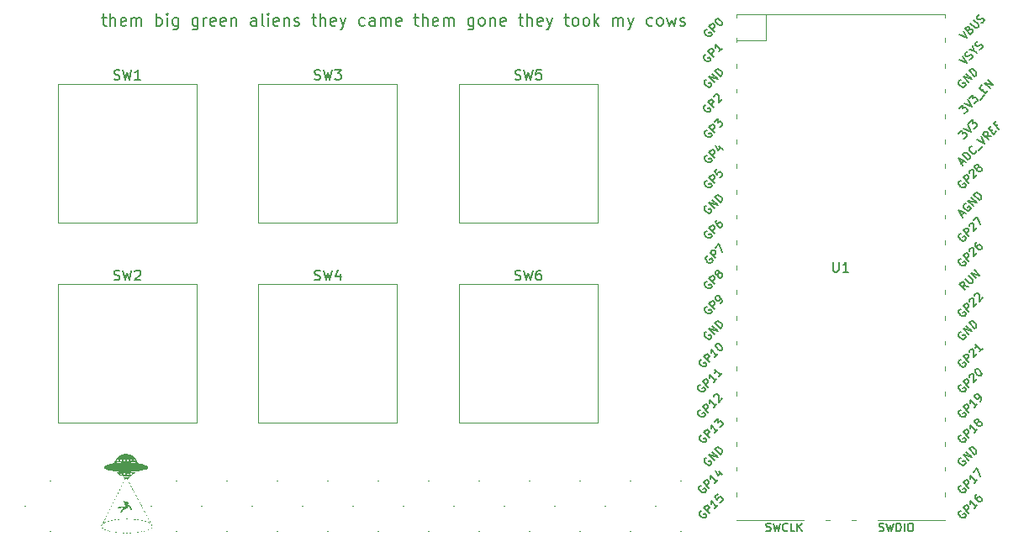
<source format=gbr>
%TF.GenerationSoftware,KiCad,Pcbnew,7.0.1*%
%TF.CreationDate,2023-04-02T08:11:54-04:00*%
%TF.ProjectId,Macropad,4d616372-6f70-4616-942e-6b696361645f,rev?*%
%TF.SameCoordinates,Original*%
%TF.FileFunction,Legend,Top*%
%TF.FilePolarity,Positive*%
%FSLAX46Y46*%
G04 Gerber Fmt 4.6, Leading zero omitted, Abs format (unit mm)*
G04 Created by KiCad (PCBNEW 7.0.1) date 2023-04-02 08:11:54*
%MOMM*%
%LPD*%
G01*
G04 APERTURE LIST*
%ADD10C,0.150000*%
%ADD11C,0.120000*%
G04 APERTURE END LIST*
D10*
X154940001Y-124460000D02*
G75*
G03*
X154940001Y-124460000I-1J0D01*
G01*
X160020001Y-129540000D02*
G75*
G03*
X160020001Y-129540000I-1J0D01*
G01*
X147320001Y-127000000D02*
G75*
G03*
X147320001Y-127000000I-1J0D01*
G01*
X124460001Y-124460000D02*
G75*
G03*
X124460001Y-124460000I-1J0D01*
G01*
X160020001Y-124460000D02*
G75*
G03*
X160020001Y-124460000I-1J0D01*
G01*
X127000001Y-127000000D02*
G75*
G03*
X127000001Y-127000000I-1J0D01*
G01*
X134620001Y-124460000D02*
G75*
G03*
X134620001Y-124460000I-1J0D01*
G01*
X154940001Y-129540000D02*
G75*
G03*
X154940001Y-129540000I-1J0D01*
G01*
X142240001Y-127000000D02*
G75*
G03*
X142240001Y-127000000I-1J0D01*
G01*
X139700001Y-129540000D02*
G75*
G03*
X139700001Y-129540000I-1J0D01*
G01*
X106680001Y-124460000D02*
G75*
G03*
X106680001Y-124460000I-1J0D01*
G01*
X137160001Y-127000000D02*
G75*
G03*
X137160001Y-127000000I-1J0D01*
G01*
X134620001Y-129540000D02*
G75*
G03*
X134620001Y-129540000I-1J0D01*
G01*
X106680001Y-129540000D02*
G75*
G03*
X106680001Y-129540000I-1J0D01*
G01*
X121920001Y-127000000D02*
G75*
G03*
X121920001Y-127000000I-1J0D01*
G01*
X129540001Y-129540000D02*
G75*
G03*
X129540001Y-129540000I-1J0D01*
G01*
X170180001Y-124460000D02*
G75*
G03*
X170180001Y-124460000I-1J0D01*
G01*
X129540001Y-124460000D02*
G75*
G03*
X129540001Y-124460000I-1J0D01*
G01*
X149860001Y-124460000D02*
G75*
G03*
X149860001Y-124460000I-1J0D01*
G01*
X106680001Y-124460000D02*
G75*
G03*
X106680001Y-124460000I-1J0D01*
G01*
X149860001Y-129540000D02*
G75*
G03*
X149860001Y-129540000I-1J0D01*
G01*
X132080001Y-127000000D02*
G75*
G03*
X132080001Y-127000000I-1J0D01*
G01*
X144780001Y-129540000D02*
G75*
G03*
X144780001Y-129540000I-1J0D01*
G01*
X144780001Y-124460000D02*
G75*
G03*
X144780001Y-124460000I-1J0D01*
G01*
X139700001Y-124460000D02*
G75*
G03*
X139700001Y-124460000I-1J0D01*
G01*
X104140001Y-127000000D02*
G75*
G03*
X104140001Y-127000000I-1J0D01*
G01*
X152400001Y-127000000D02*
G75*
G03*
X152400001Y-127000000I-1J0D01*
G01*
X119380001Y-129540000D02*
G75*
G03*
X119380001Y-129540000I-1J0D01*
G01*
X162560001Y-127000000D02*
G75*
G03*
X162560001Y-127000000I-1J0D01*
G01*
X116840001Y-127000000D02*
G75*
G03*
X116840001Y-127000000I-1J0D01*
G01*
X119380001Y-124460000D02*
G75*
G03*
X119380001Y-124460000I-1J0D01*
G01*
X170180001Y-129540000D02*
G75*
G03*
X170180001Y-129540000I-1J0D01*
G01*
X167640001Y-127000000D02*
G75*
G03*
X167640001Y-127000000I-1J0D01*
G01*
X165100001Y-124460000D02*
G75*
G03*
X165100001Y-124460000I-1J0D01*
G01*
X124460001Y-129540000D02*
G75*
G03*
X124460001Y-129540000I-1J0D01*
G01*
X157480001Y-127000000D02*
G75*
G03*
X157480001Y-127000000I-1J0D01*
G01*
X165100001Y-129540000D02*
G75*
G03*
X165100001Y-129540000I-1J0D01*
G01*
X111874285Y-77793142D02*
X112331428Y-77793142D01*
X112045714Y-77393142D02*
X112045714Y-78421714D01*
X112045714Y-78421714D02*
X112102857Y-78536000D01*
X112102857Y-78536000D02*
X112217142Y-78593142D01*
X112217142Y-78593142D02*
X112331428Y-78593142D01*
X112731428Y-78593142D02*
X112731428Y-77393142D01*
X113245714Y-78593142D02*
X113245714Y-77964571D01*
X113245714Y-77964571D02*
X113188571Y-77850285D01*
X113188571Y-77850285D02*
X113074285Y-77793142D01*
X113074285Y-77793142D02*
X112902856Y-77793142D01*
X112902856Y-77793142D02*
X112788571Y-77850285D01*
X112788571Y-77850285D02*
X112731428Y-77907428D01*
X114274285Y-78536000D02*
X114159999Y-78593142D01*
X114159999Y-78593142D02*
X113931428Y-78593142D01*
X113931428Y-78593142D02*
X113817142Y-78536000D01*
X113817142Y-78536000D02*
X113759999Y-78421714D01*
X113759999Y-78421714D02*
X113759999Y-77964571D01*
X113759999Y-77964571D02*
X113817142Y-77850285D01*
X113817142Y-77850285D02*
X113931428Y-77793142D01*
X113931428Y-77793142D02*
X114159999Y-77793142D01*
X114159999Y-77793142D02*
X114274285Y-77850285D01*
X114274285Y-77850285D02*
X114331428Y-77964571D01*
X114331428Y-77964571D02*
X114331428Y-78078857D01*
X114331428Y-78078857D02*
X113759999Y-78193142D01*
X114845713Y-78593142D02*
X114845713Y-77793142D01*
X114845713Y-77907428D02*
X114902856Y-77850285D01*
X114902856Y-77850285D02*
X115017141Y-77793142D01*
X115017141Y-77793142D02*
X115188570Y-77793142D01*
X115188570Y-77793142D02*
X115302856Y-77850285D01*
X115302856Y-77850285D02*
X115359999Y-77964571D01*
X115359999Y-77964571D02*
X115359999Y-78593142D01*
X115359999Y-77964571D02*
X115417141Y-77850285D01*
X115417141Y-77850285D02*
X115531427Y-77793142D01*
X115531427Y-77793142D02*
X115702856Y-77793142D01*
X115702856Y-77793142D02*
X115817141Y-77850285D01*
X115817141Y-77850285D02*
X115874284Y-77964571D01*
X115874284Y-77964571D02*
X115874284Y-78593142D01*
X117359999Y-78593142D02*
X117359999Y-77393142D01*
X117359999Y-77850285D02*
X117474285Y-77793142D01*
X117474285Y-77793142D02*
X117702856Y-77793142D01*
X117702856Y-77793142D02*
X117817142Y-77850285D01*
X117817142Y-77850285D02*
X117874285Y-77907428D01*
X117874285Y-77907428D02*
X117931427Y-78021714D01*
X117931427Y-78021714D02*
X117931427Y-78364571D01*
X117931427Y-78364571D02*
X117874285Y-78478857D01*
X117874285Y-78478857D02*
X117817142Y-78536000D01*
X117817142Y-78536000D02*
X117702856Y-78593142D01*
X117702856Y-78593142D02*
X117474285Y-78593142D01*
X117474285Y-78593142D02*
X117359999Y-78536000D01*
X118445713Y-78593142D02*
X118445713Y-77793142D01*
X118445713Y-77393142D02*
X118388570Y-77450285D01*
X118388570Y-77450285D02*
X118445713Y-77507428D01*
X118445713Y-77507428D02*
X118502856Y-77450285D01*
X118502856Y-77450285D02*
X118445713Y-77393142D01*
X118445713Y-77393142D02*
X118445713Y-77507428D01*
X119531428Y-77793142D02*
X119531428Y-78764571D01*
X119531428Y-78764571D02*
X119474285Y-78878857D01*
X119474285Y-78878857D02*
X119417142Y-78936000D01*
X119417142Y-78936000D02*
X119302856Y-78993142D01*
X119302856Y-78993142D02*
X119131428Y-78993142D01*
X119131428Y-78993142D02*
X119017142Y-78936000D01*
X119531428Y-78536000D02*
X119417142Y-78593142D01*
X119417142Y-78593142D02*
X119188570Y-78593142D01*
X119188570Y-78593142D02*
X119074285Y-78536000D01*
X119074285Y-78536000D02*
X119017142Y-78478857D01*
X119017142Y-78478857D02*
X118959999Y-78364571D01*
X118959999Y-78364571D02*
X118959999Y-78021714D01*
X118959999Y-78021714D02*
X119017142Y-77907428D01*
X119017142Y-77907428D02*
X119074285Y-77850285D01*
X119074285Y-77850285D02*
X119188570Y-77793142D01*
X119188570Y-77793142D02*
X119417142Y-77793142D01*
X119417142Y-77793142D02*
X119531428Y-77850285D01*
X121531428Y-77793142D02*
X121531428Y-78764571D01*
X121531428Y-78764571D02*
X121474285Y-78878857D01*
X121474285Y-78878857D02*
X121417142Y-78936000D01*
X121417142Y-78936000D02*
X121302856Y-78993142D01*
X121302856Y-78993142D02*
X121131428Y-78993142D01*
X121131428Y-78993142D02*
X121017142Y-78936000D01*
X121531428Y-78536000D02*
X121417142Y-78593142D01*
X121417142Y-78593142D02*
X121188570Y-78593142D01*
X121188570Y-78593142D02*
X121074285Y-78536000D01*
X121074285Y-78536000D02*
X121017142Y-78478857D01*
X121017142Y-78478857D02*
X120959999Y-78364571D01*
X120959999Y-78364571D02*
X120959999Y-78021714D01*
X120959999Y-78021714D02*
X121017142Y-77907428D01*
X121017142Y-77907428D02*
X121074285Y-77850285D01*
X121074285Y-77850285D02*
X121188570Y-77793142D01*
X121188570Y-77793142D02*
X121417142Y-77793142D01*
X121417142Y-77793142D02*
X121531428Y-77850285D01*
X122102856Y-78593142D02*
X122102856Y-77793142D01*
X122102856Y-78021714D02*
X122159999Y-77907428D01*
X122159999Y-77907428D02*
X122217142Y-77850285D01*
X122217142Y-77850285D02*
X122331427Y-77793142D01*
X122331427Y-77793142D02*
X122445713Y-77793142D01*
X123302856Y-78536000D02*
X123188570Y-78593142D01*
X123188570Y-78593142D02*
X122959999Y-78593142D01*
X122959999Y-78593142D02*
X122845713Y-78536000D01*
X122845713Y-78536000D02*
X122788570Y-78421714D01*
X122788570Y-78421714D02*
X122788570Y-77964571D01*
X122788570Y-77964571D02*
X122845713Y-77850285D01*
X122845713Y-77850285D02*
X122959999Y-77793142D01*
X122959999Y-77793142D02*
X123188570Y-77793142D01*
X123188570Y-77793142D02*
X123302856Y-77850285D01*
X123302856Y-77850285D02*
X123359999Y-77964571D01*
X123359999Y-77964571D02*
X123359999Y-78078857D01*
X123359999Y-78078857D02*
X122788570Y-78193142D01*
X124331427Y-78536000D02*
X124217141Y-78593142D01*
X124217141Y-78593142D02*
X123988570Y-78593142D01*
X123988570Y-78593142D02*
X123874284Y-78536000D01*
X123874284Y-78536000D02*
X123817141Y-78421714D01*
X123817141Y-78421714D02*
X123817141Y-77964571D01*
X123817141Y-77964571D02*
X123874284Y-77850285D01*
X123874284Y-77850285D02*
X123988570Y-77793142D01*
X123988570Y-77793142D02*
X124217141Y-77793142D01*
X124217141Y-77793142D02*
X124331427Y-77850285D01*
X124331427Y-77850285D02*
X124388570Y-77964571D01*
X124388570Y-77964571D02*
X124388570Y-78078857D01*
X124388570Y-78078857D02*
X123817141Y-78193142D01*
X124902855Y-77793142D02*
X124902855Y-78593142D01*
X124902855Y-77907428D02*
X124959998Y-77850285D01*
X124959998Y-77850285D02*
X125074283Y-77793142D01*
X125074283Y-77793142D02*
X125245712Y-77793142D01*
X125245712Y-77793142D02*
X125359998Y-77850285D01*
X125359998Y-77850285D02*
X125417141Y-77964571D01*
X125417141Y-77964571D02*
X125417141Y-78593142D01*
X127417141Y-78593142D02*
X127417141Y-77964571D01*
X127417141Y-77964571D02*
X127359998Y-77850285D01*
X127359998Y-77850285D02*
X127245712Y-77793142D01*
X127245712Y-77793142D02*
X127017141Y-77793142D01*
X127017141Y-77793142D02*
X126902855Y-77850285D01*
X127417141Y-78536000D02*
X127302855Y-78593142D01*
X127302855Y-78593142D02*
X127017141Y-78593142D01*
X127017141Y-78593142D02*
X126902855Y-78536000D01*
X126902855Y-78536000D02*
X126845712Y-78421714D01*
X126845712Y-78421714D02*
X126845712Y-78307428D01*
X126845712Y-78307428D02*
X126902855Y-78193142D01*
X126902855Y-78193142D02*
X127017141Y-78136000D01*
X127017141Y-78136000D02*
X127302855Y-78136000D01*
X127302855Y-78136000D02*
X127417141Y-78078857D01*
X128159997Y-78593142D02*
X128045712Y-78536000D01*
X128045712Y-78536000D02*
X127988569Y-78421714D01*
X127988569Y-78421714D02*
X127988569Y-77393142D01*
X128617140Y-78593142D02*
X128617140Y-77793142D01*
X128617140Y-77393142D02*
X128559997Y-77450285D01*
X128559997Y-77450285D02*
X128617140Y-77507428D01*
X128617140Y-77507428D02*
X128674283Y-77450285D01*
X128674283Y-77450285D02*
X128617140Y-77393142D01*
X128617140Y-77393142D02*
X128617140Y-77507428D01*
X129645712Y-78536000D02*
X129531426Y-78593142D01*
X129531426Y-78593142D02*
X129302855Y-78593142D01*
X129302855Y-78593142D02*
X129188569Y-78536000D01*
X129188569Y-78536000D02*
X129131426Y-78421714D01*
X129131426Y-78421714D02*
X129131426Y-77964571D01*
X129131426Y-77964571D02*
X129188569Y-77850285D01*
X129188569Y-77850285D02*
X129302855Y-77793142D01*
X129302855Y-77793142D02*
X129531426Y-77793142D01*
X129531426Y-77793142D02*
X129645712Y-77850285D01*
X129645712Y-77850285D02*
X129702855Y-77964571D01*
X129702855Y-77964571D02*
X129702855Y-78078857D01*
X129702855Y-78078857D02*
X129131426Y-78193142D01*
X130217140Y-77793142D02*
X130217140Y-78593142D01*
X130217140Y-77907428D02*
X130274283Y-77850285D01*
X130274283Y-77850285D02*
X130388568Y-77793142D01*
X130388568Y-77793142D02*
X130559997Y-77793142D01*
X130559997Y-77793142D02*
X130674283Y-77850285D01*
X130674283Y-77850285D02*
X130731426Y-77964571D01*
X130731426Y-77964571D02*
X130731426Y-78593142D01*
X131245711Y-78536000D02*
X131359997Y-78593142D01*
X131359997Y-78593142D02*
X131588568Y-78593142D01*
X131588568Y-78593142D02*
X131702854Y-78536000D01*
X131702854Y-78536000D02*
X131759997Y-78421714D01*
X131759997Y-78421714D02*
X131759997Y-78364571D01*
X131759997Y-78364571D02*
X131702854Y-78250285D01*
X131702854Y-78250285D02*
X131588568Y-78193142D01*
X131588568Y-78193142D02*
X131417140Y-78193142D01*
X131417140Y-78193142D02*
X131302854Y-78136000D01*
X131302854Y-78136000D02*
X131245711Y-78021714D01*
X131245711Y-78021714D02*
X131245711Y-77964571D01*
X131245711Y-77964571D02*
X131302854Y-77850285D01*
X131302854Y-77850285D02*
X131417140Y-77793142D01*
X131417140Y-77793142D02*
X131588568Y-77793142D01*
X131588568Y-77793142D02*
X131702854Y-77850285D01*
X133017140Y-77793142D02*
X133474283Y-77793142D01*
X133188569Y-77393142D02*
X133188569Y-78421714D01*
X133188569Y-78421714D02*
X133245712Y-78536000D01*
X133245712Y-78536000D02*
X133359997Y-78593142D01*
X133359997Y-78593142D02*
X133474283Y-78593142D01*
X133874283Y-78593142D02*
X133874283Y-77393142D01*
X134388569Y-78593142D02*
X134388569Y-77964571D01*
X134388569Y-77964571D02*
X134331426Y-77850285D01*
X134331426Y-77850285D02*
X134217140Y-77793142D01*
X134217140Y-77793142D02*
X134045711Y-77793142D01*
X134045711Y-77793142D02*
X133931426Y-77850285D01*
X133931426Y-77850285D02*
X133874283Y-77907428D01*
X135417140Y-78536000D02*
X135302854Y-78593142D01*
X135302854Y-78593142D02*
X135074283Y-78593142D01*
X135074283Y-78593142D02*
X134959997Y-78536000D01*
X134959997Y-78536000D02*
X134902854Y-78421714D01*
X134902854Y-78421714D02*
X134902854Y-77964571D01*
X134902854Y-77964571D02*
X134959997Y-77850285D01*
X134959997Y-77850285D02*
X135074283Y-77793142D01*
X135074283Y-77793142D02*
X135302854Y-77793142D01*
X135302854Y-77793142D02*
X135417140Y-77850285D01*
X135417140Y-77850285D02*
X135474283Y-77964571D01*
X135474283Y-77964571D02*
X135474283Y-78078857D01*
X135474283Y-78078857D02*
X134902854Y-78193142D01*
X135874282Y-77793142D02*
X136159996Y-78593142D01*
X136445711Y-77793142D02*
X136159996Y-78593142D01*
X136159996Y-78593142D02*
X136045711Y-78878857D01*
X136045711Y-78878857D02*
X135988568Y-78936000D01*
X135988568Y-78936000D02*
X135874282Y-78993142D01*
X138331426Y-78536000D02*
X138217140Y-78593142D01*
X138217140Y-78593142D02*
X137988568Y-78593142D01*
X137988568Y-78593142D02*
X137874283Y-78536000D01*
X137874283Y-78536000D02*
X137817140Y-78478857D01*
X137817140Y-78478857D02*
X137759997Y-78364571D01*
X137759997Y-78364571D02*
X137759997Y-78021714D01*
X137759997Y-78021714D02*
X137817140Y-77907428D01*
X137817140Y-77907428D02*
X137874283Y-77850285D01*
X137874283Y-77850285D02*
X137988568Y-77793142D01*
X137988568Y-77793142D02*
X138217140Y-77793142D01*
X138217140Y-77793142D02*
X138331426Y-77850285D01*
X139359997Y-78593142D02*
X139359997Y-77964571D01*
X139359997Y-77964571D02*
X139302854Y-77850285D01*
X139302854Y-77850285D02*
X139188568Y-77793142D01*
X139188568Y-77793142D02*
X138959997Y-77793142D01*
X138959997Y-77793142D02*
X138845711Y-77850285D01*
X139359997Y-78536000D02*
X139245711Y-78593142D01*
X139245711Y-78593142D02*
X138959997Y-78593142D01*
X138959997Y-78593142D02*
X138845711Y-78536000D01*
X138845711Y-78536000D02*
X138788568Y-78421714D01*
X138788568Y-78421714D02*
X138788568Y-78307428D01*
X138788568Y-78307428D02*
X138845711Y-78193142D01*
X138845711Y-78193142D02*
X138959997Y-78136000D01*
X138959997Y-78136000D02*
X139245711Y-78136000D01*
X139245711Y-78136000D02*
X139359997Y-78078857D01*
X139931425Y-78593142D02*
X139931425Y-77793142D01*
X139931425Y-77907428D02*
X139988568Y-77850285D01*
X139988568Y-77850285D02*
X140102853Y-77793142D01*
X140102853Y-77793142D02*
X140274282Y-77793142D01*
X140274282Y-77793142D02*
X140388568Y-77850285D01*
X140388568Y-77850285D02*
X140445711Y-77964571D01*
X140445711Y-77964571D02*
X140445711Y-78593142D01*
X140445711Y-77964571D02*
X140502853Y-77850285D01*
X140502853Y-77850285D02*
X140617139Y-77793142D01*
X140617139Y-77793142D02*
X140788568Y-77793142D01*
X140788568Y-77793142D02*
X140902853Y-77850285D01*
X140902853Y-77850285D02*
X140959996Y-77964571D01*
X140959996Y-77964571D02*
X140959996Y-78593142D01*
X141988568Y-78536000D02*
X141874282Y-78593142D01*
X141874282Y-78593142D02*
X141645711Y-78593142D01*
X141645711Y-78593142D02*
X141531425Y-78536000D01*
X141531425Y-78536000D02*
X141474282Y-78421714D01*
X141474282Y-78421714D02*
X141474282Y-77964571D01*
X141474282Y-77964571D02*
X141531425Y-77850285D01*
X141531425Y-77850285D02*
X141645711Y-77793142D01*
X141645711Y-77793142D02*
X141874282Y-77793142D01*
X141874282Y-77793142D02*
X141988568Y-77850285D01*
X141988568Y-77850285D02*
X142045711Y-77964571D01*
X142045711Y-77964571D02*
X142045711Y-78078857D01*
X142045711Y-78078857D02*
X141474282Y-78193142D01*
X143302853Y-77793142D02*
X143759996Y-77793142D01*
X143474282Y-77393142D02*
X143474282Y-78421714D01*
X143474282Y-78421714D02*
X143531425Y-78536000D01*
X143531425Y-78536000D02*
X143645710Y-78593142D01*
X143645710Y-78593142D02*
X143759996Y-78593142D01*
X144159996Y-78593142D02*
X144159996Y-77393142D01*
X144674282Y-78593142D02*
X144674282Y-77964571D01*
X144674282Y-77964571D02*
X144617139Y-77850285D01*
X144617139Y-77850285D02*
X144502853Y-77793142D01*
X144502853Y-77793142D02*
X144331424Y-77793142D01*
X144331424Y-77793142D02*
X144217139Y-77850285D01*
X144217139Y-77850285D02*
X144159996Y-77907428D01*
X145702853Y-78536000D02*
X145588567Y-78593142D01*
X145588567Y-78593142D02*
X145359996Y-78593142D01*
X145359996Y-78593142D02*
X145245710Y-78536000D01*
X145245710Y-78536000D02*
X145188567Y-78421714D01*
X145188567Y-78421714D02*
X145188567Y-77964571D01*
X145188567Y-77964571D02*
X145245710Y-77850285D01*
X145245710Y-77850285D02*
X145359996Y-77793142D01*
X145359996Y-77793142D02*
X145588567Y-77793142D01*
X145588567Y-77793142D02*
X145702853Y-77850285D01*
X145702853Y-77850285D02*
X145759996Y-77964571D01*
X145759996Y-77964571D02*
X145759996Y-78078857D01*
X145759996Y-78078857D02*
X145188567Y-78193142D01*
X146274281Y-78593142D02*
X146274281Y-77793142D01*
X146274281Y-77907428D02*
X146331424Y-77850285D01*
X146331424Y-77850285D02*
X146445709Y-77793142D01*
X146445709Y-77793142D02*
X146617138Y-77793142D01*
X146617138Y-77793142D02*
X146731424Y-77850285D01*
X146731424Y-77850285D02*
X146788567Y-77964571D01*
X146788567Y-77964571D02*
X146788567Y-78593142D01*
X146788567Y-77964571D02*
X146845709Y-77850285D01*
X146845709Y-77850285D02*
X146959995Y-77793142D01*
X146959995Y-77793142D02*
X147131424Y-77793142D01*
X147131424Y-77793142D02*
X147245709Y-77850285D01*
X147245709Y-77850285D02*
X147302852Y-77964571D01*
X147302852Y-77964571D02*
X147302852Y-78593142D01*
X149302853Y-77793142D02*
X149302853Y-78764571D01*
X149302853Y-78764571D02*
X149245710Y-78878857D01*
X149245710Y-78878857D02*
X149188567Y-78936000D01*
X149188567Y-78936000D02*
X149074281Y-78993142D01*
X149074281Y-78993142D02*
X148902853Y-78993142D01*
X148902853Y-78993142D02*
X148788567Y-78936000D01*
X149302853Y-78536000D02*
X149188567Y-78593142D01*
X149188567Y-78593142D02*
X148959995Y-78593142D01*
X148959995Y-78593142D02*
X148845710Y-78536000D01*
X148845710Y-78536000D02*
X148788567Y-78478857D01*
X148788567Y-78478857D02*
X148731424Y-78364571D01*
X148731424Y-78364571D02*
X148731424Y-78021714D01*
X148731424Y-78021714D02*
X148788567Y-77907428D01*
X148788567Y-77907428D02*
X148845710Y-77850285D01*
X148845710Y-77850285D02*
X148959995Y-77793142D01*
X148959995Y-77793142D02*
X149188567Y-77793142D01*
X149188567Y-77793142D02*
X149302853Y-77850285D01*
X150045709Y-78593142D02*
X149931424Y-78536000D01*
X149931424Y-78536000D02*
X149874281Y-78478857D01*
X149874281Y-78478857D02*
X149817138Y-78364571D01*
X149817138Y-78364571D02*
X149817138Y-78021714D01*
X149817138Y-78021714D02*
X149874281Y-77907428D01*
X149874281Y-77907428D02*
X149931424Y-77850285D01*
X149931424Y-77850285D02*
X150045709Y-77793142D01*
X150045709Y-77793142D02*
X150217138Y-77793142D01*
X150217138Y-77793142D02*
X150331424Y-77850285D01*
X150331424Y-77850285D02*
X150388567Y-77907428D01*
X150388567Y-77907428D02*
X150445709Y-78021714D01*
X150445709Y-78021714D02*
X150445709Y-78364571D01*
X150445709Y-78364571D02*
X150388567Y-78478857D01*
X150388567Y-78478857D02*
X150331424Y-78536000D01*
X150331424Y-78536000D02*
X150217138Y-78593142D01*
X150217138Y-78593142D02*
X150045709Y-78593142D01*
X150959995Y-77793142D02*
X150959995Y-78593142D01*
X150959995Y-77907428D02*
X151017138Y-77850285D01*
X151017138Y-77850285D02*
X151131423Y-77793142D01*
X151131423Y-77793142D02*
X151302852Y-77793142D01*
X151302852Y-77793142D02*
X151417138Y-77850285D01*
X151417138Y-77850285D02*
X151474281Y-77964571D01*
X151474281Y-77964571D02*
X151474281Y-78593142D01*
X152502852Y-78536000D02*
X152388566Y-78593142D01*
X152388566Y-78593142D02*
X152159995Y-78593142D01*
X152159995Y-78593142D02*
X152045709Y-78536000D01*
X152045709Y-78536000D02*
X151988566Y-78421714D01*
X151988566Y-78421714D02*
X151988566Y-77964571D01*
X151988566Y-77964571D02*
X152045709Y-77850285D01*
X152045709Y-77850285D02*
X152159995Y-77793142D01*
X152159995Y-77793142D02*
X152388566Y-77793142D01*
X152388566Y-77793142D02*
X152502852Y-77850285D01*
X152502852Y-77850285D02*
X152559995Y-77964571D01*
X152559995Y-77964571D02*
X152559995Y-78078857D01*
X152559995Y-78078857D02*
X151988566Y-78193142D01*
X153817137Y-77793142D02*
X154274280Y-77793142D01*
X153988566Y-77393142D02*
X153988566Y-78421714D01*
X153988566Y-78421714D02*
X154045709Y-78536000D01*
X154045709Y-78536000D02*
X154159994Y-78593142D01*
X154159994Y-78593142D02*
X154274280Y-78593142D01*
X154674280Y-78593142D02*
X154674280Y-77393142D01*
X155188566Y-78593142D02*
X155188566Y-77964571D01*
X155188566Y-77964571D02*
X155131423Y-77850285D01*
X155131423Y-77850285D02*
X155017137Y-77793142D01*
X155017137Y-77793142D02*
X154845708Y-77793142D01*
X154845708Y-77793142D02*
X154731423Y-77850285D01*
X154731423Y-77850285D02*
X154674280Y-77907428D01*
X156217137Y-78536000D02*
X156102851Y-78593142D01*
X156102851Y-78593142D02*
X155874280Y-78593142D01*
X155874280Y-78593142D02*
X155759994Y-78536000D01*
X155759994Y-78536000D02*
X155702851Y-78421714D01*
X155702851Y-78421714D02*
X155702851Y-77964571D01*
X155702851Y-77964571D02*
X155759994Y-77850285D01*
X155759994Y-77850285D02*
X155874280Y-77793142D01*
X155874280Y-77793142D02*
X156102851Y-77793142D01*
X156102851Y-77793142D02*
X156217137Y-77850285D01*
X156217137Y-77850285D02*
X156274280Y-77964571D01*
X156274280Y-77964571D02*
X156274280Y-78078857D01*
X156274280Y-78078857D02*
X155702851Y-78193142D01*
X156674279Y-77793142D02*
X156959993Y-78593142D01*
X157245708Y-77793142D02*
X156959993Y-78593142D01*
X156959993Y-78593142D02*
X156845708Y-78878857D01*
X156845708Y-78878857D02*
X156788565Y-78936000D01*
X156788565Y-78936000D02*
X156674279Y-78993142D01*
X158445708Y-77793142D02*
X158902851Y-77793142D01*
X158617137Y-77393142D02*
X158617137Y-78421714D01*
X158617137Y-78421714D02*
X158674280Y-78536000D01*
X158674280Y-78536000D02*
X158788565Y-78593142D01*
X158788565Y-78593142D02*
X158902851Y-78593142D01*
X159474279Y-78593142D02*
X159359994Y-78536000D01*
X159359994Y-78536000D02*
X159302851Y-78478857D01*
X159302851Y-78478857D02*
X159245708Y-78364571D01*
X159245708Y-78364571D02*
X159245708Y-78021714D01*
X159245708Y-78021714D02*
X159302851Y-77907428D01*
X159302851Y-77907428D02*
X159359994Y-77850285D01*
X159359994Y-77850285D02*
X159474279Y-77793142D01*
X159474279Y-77793142D02*
X159645708Y-77793142D01*
X159645708Y-77793142D02*
X159759994Y-77850285D01*
X159759994Y-77850285D02*
X159817137Y-77907428D01*
X159817137Y-77907428D02*
X159874279Y-78021714D01*
X159874279Y-78021714D02*
X159874279Y-78364571D01*
X159874279Y-78364571D02*
X159817137Y-78478857D01*
X159817137Y-78478857D02*
X159759994Y-78536000D01*
X159759994Y-78536000D02*
X159645708Y-78593142D01*
X159645708Y-78593142D02*
X159474279Y-78593142D01*
X160559993Y-78593142D02*
X160445708Y-78536000D01*
X160445708Y-78536000D02*
X160388565Y-78478857D01*
X160388565Y-78478857D02*
X160331422Y-78364571D01*
X160331422Y-78364571D02*
X160331422Y-78021714D01*
X160331422Y-78021714D02*
X160388565Y-77907428D01*
X160388565Y-77907428D02*
X160445708Y-77850285D01*
X160445708Y-77850285D02*
X160559993Y-77793142D01*
X160559993Y-77793142D02*
X160731422Y-77793142D01*
X160731422Y-77793142D02*
X160845708Y-77850285D01*
X160845708Y-77850285D02*
X160902851Y-77907428D01*
X160902851Y-77907428D02*
X160959993Y-78021714D01*
X160959993Y-78021714D02*
X160959993Y-78364571D01*
X160959993Y-78364571D02*
X160902851Y-78478857D01*
X160902851Y-78478857D02*
X160845708Y-78536000D01*
X160845708Y-78536000D02*
X160731422Y-78593142D01*
X160731422Y-78593142D02*
X160559993Y-78593142D01*
X161474279Y-78593142D02*
X161474279Y-77393142D01*
X161588565Y-78136000D02*
X161931422Y-78593142D01*
X161931422Y-77793142D02*
X161474279Y-78250285D01*
X163359994Y-78593142D02*
X163359994Y-77793142D01*
X163359994Y-77907428D02*
X163417137Y-77850285D01*
X163417137Y-77850285D02*
X163531422Y-77793142D01*
X163531422Y-77793142D02*
X163702851Y-77793142D01*
X163702851Y-77793142D02*
X163817137Y-77850285D01*
X163817137Y-77850285D02*
X163874280Y-77964571D01*
X163874280Y-77964571D02*
X163874280Y-78593142D01*
X163874280Y-77964571D02*
X163931422Y-77850285D01*
X163931422Y-77850285D02*
X164045708Y-77793142D01*
X164045708Y-77793142D02*
X164217137Y-77793142D01*
X164217137Y-77793142D02*
X164331422Y-77850285D01*
X164331422Y-77850285D02*
X164388565Y-77964571D01*
X164388565Y-77964571D02*
X164388565Y-78593142D01*
X164845708Y-77793142D02*
X165131422Y-78593142D01*
X165417137Y-77793142D02*
X165131422Y-78593142D01*
X165131422Y-78593142D02*
X165017137Y-78878857D01*
X165017137Y-78878857D02*
X164959994Y-78936000D01*
X164959994Y-78936000D02*
X164845708Y-78993142D01*
X167302852Y-78536000D02*
X167188566Y-78593142D01*
X167188566Y-78593142D02*
X166959994Y-78593142D01*
X166959994Y-78593142D02*
X166845709Y-78536000D01*
X166845709Y-78536000D02*
X166788566Y-78478857D01*
X166788566Y-78478857D02*
X166731423Y-78364571D01*
X166731423Y-78364571D02*
X166731423Y-78021714D01*
X166731423Y-78021714D02*
X166788566Y-77907428D01*
X166788566Y-77907428D02*
X166845709Y-77850285D01*
X166845709Y-77850285D02*
X166959994Y-77793142D01*
X166959994Y-77793142D02*
X167188566Y-77793142D01*
X167188566Y-77793142D02*
X167302852Y-77850285D01*
X167988565Y-78593142D02*
X167874280Y-78536000D01*
X167874280Y-78536000D02*
X167817137Y-78478857D01*
X167817137Y-78478857D02*
X167759994Y-78364571D01*
X167759994Y-78364571D02*
X167759994Y-78021714D01*
X167759994Y-78021714D02*
X167817137Y-77907428D01*
X167817137Y-77907428D02*
X167874280Y-77850285D01*
X167874280Y-77850285D02*
X167988565Y-77793142D01*
X167988565Y-77793142D02*
X168159994Y-77793142D01*
X168159994Y-77793142D02*
X168274280Y-77850285D01*
X168274280Y-77850285D02*
X168331423Y-77907428D01*
X168331423Y-77907428D02*
X168388565Y-78021714D01*
X168388565Y-78021714D02*
X168388565Y-78364571D01*
X168388565Y-78364571D02*
X168331423Y-78478857D01*
X168331423Y-78478857D02*
X168274280Y-78536000D01*
X168274280Y-78536000D02*
X168159994Y-78593142D01*
X168159994Y-78593142D02*
X167988565Y-78593142D01*
X168788565Y-77793142D02*
X169017137Y-78593142D01*
X169017137Y-78593142D02*
X169245708Y-78021714D01*
X169245708Y-78021714D02*
X169474279Y-78593142D01*
X169474279Y-78593142D02*
X169702851Y-77793142D01*
X170102851Y-78536000D02*
X170217137Y-78593142D01*
X170217137Y-78593142D02*
X170445708Y-78593142D01*
X170445708Y-78593142D02*
X170559994Y-78536000D01*
X170559994Y-78536000D02*
X170617137Y-78421714D01*
X170617137Y-78421714D02*
X170617137Y-78364571D01*
X170617137Y-78364571D02*
X170559994Y-78250285D01*
X170559994Y-78250285D02*
X170445708Y-78193142D01*
X170445708Y-78193142D02*
X170274280Y-78193142D01*
X170274280Y-78193142D02*
X170159994Y-78136000D01*
X170159994Y-78136000D02*
X170102851Y-78021714D01*
X170102851Y-78021714D02*
X170102851Y-77964571D01*
X170102851Y-77964571D02*
X170159994Y-77850285D01*
X170159994Y-77850285D02*
X170274280Y-77793142D01*
X170274280Y-77793142D02*
X170445708Y-77793142D01*
X170445708Y-77793142D02*
X170559994Y-77850285D01*
%TO.C,SW6*%
X153486667Y-104181000D02*
X153629524Y-104228619D01*
X153629524Y-104228619D02*
X153867619Y-104228619D01*
X153867619Y-104228619D02*
X153962857Y-104181000D01*
X153962857Y-104181000D02*
X154010476Y-104133380D01*
X154010476Y-104133380D02*
X154058095Y-104038142D01*
X154058095Y-104038142D02*
X154058095Y-103942904D01*
X154058095Y-103942904D02*
X154010476Y-103847666D01*
X154010476Y-103847666D02*
X153962857Y-103800047D01*
X153962857Y-103800047D02*
X153867619Y-103752428D01*
X153867619Y-103752428D02*
X153677143Y-103704809D01*
X153677143Y-103704809D02*
X153581905Y-103657190D01*
X153581905Y-103657190D02*
X153534286Y-103609571D01*
X153534286Y-103609571D02*
X153486667Y-103514333D01*
X153486667Y-103514333D02*
X153486667Y-103419095D01*
X153486667Y-103419095D02*
X153534286Y-103323857D01*
X153534286Y-103323857D02*
X153581905Y-103276238D01*
X153581905Y-103276238D02*
X153677143Y-103228619D01*
X153677143Y-103228619D02*
X153915238Y-103228619D01*
X153915238Y-103228619D02*
X154058095Y-103276238D01*
X154391429Y-103228619D02*
X154629524Y-104228619D01*
X154629524Y-104228619D02*
X154820000Y-103514333D01*
X154820000Y-103514333D02*
X155010476Y-104228619D01*
X155010476Y-104228619D02*
X155248572Y-103228619D01*
X156058095Y-103228619D02*
X155867619Y-103228619D01*
X155867619Y-103228619D02*
X155772381Y-103276238D01*
X155772381Y-103276238D02*
X155724762Y-103323857D01*
X155724762Y-103323857D02*
X155629524Y-103466714D01*
X155629524Y-103466714D02*
X155581905Y-103657190D01*
X155581905Y-103657190D02*
X155581905Y-104038142D01*
X155581905Y-104038142D02*
X155629524Y-104133380D01*
X155629524Y-104133380D02*
X155677143Y-104181000D01*
X155677143Y-104181000D02*
X155772381Y-104228619D01*
X155772381Y-104228619D02*
X155962857Y-104228619D01*
X155962857Y-104228619D02*
X156058095Y-104181000D01*
X156058095Y-104181000D02*
X156105714Y-104133380D01*
X156105714Y-104133380D02*
X156153333Y-104038142D01*
X156153333Y-104038142D02*
X156153333Y-103800047D01*
X156153333Y-103800047D02*
X156105714Y-103704809D01*
X156105714Y-103704809D02*
X156058095Y-103657190D01*
X156058095Y-103657190D02*
X155962857Y-103609571D01*
X155962857Y-103609571D02*
X155772381Y-103609571D01*
X155772381Y-103609571D02*
X155677143Y-103657190D01*
X155677143Y-103657190D02*
X155629524Y-103704809D01*
X155629524Y-103704809D02*
X155581905Y-103800047D01*
%TO.C,U1*%
X185498095Y-102402619D02*
X185498095Y-103212142D01*
X185498095Y-103212142D02*
X185545714Y-103307380D01*
X185545714Y-103307380D02*
X185593333Y-103355000D01*
X185593333Y-103355000D02*
X185688571Y-103402619D01*
X185688571Y-103402619D02*
X185879047Y-103402619D01*
X185879047Y-103402619D02*
X185974285Y-103355000D01*
X185974285Y-103355000D02*
X186021904Y-103307380D01*
X186021904Y-103307380D02*
X186069523Y-103212142D01*
X186069523Y-103212142D02*
X186069523Y-102402619D01*
X187069523Y-103402619D02*
X186498095Y-103402619D01*
X186783809Y-103402619D02*
X186783809Y-102402619D01*
X186783809Y-102402619D02*
X186688571Y-102545476D01*
X186688571Y-102545476D02*
X186593333Y-102640714D01*
X186593333Y-102640714D02*
X186498095Y-102688333D01*
X198187923Y-86904099D02*
X198538109Y-86553913D01*
X198538109Y-86553913D02*
X198565046Y-86957974D01*
X198565046Y-86957974D02*
X198645859Y-86877162D01*
X198645859Y-86877162D02*
X198726671Y-86850224D01*
X198726671Y-86850224D02*
X198780546Y-86850224D01*
X198780546Y-86850224D02*
X198861358Y-86877162D01*
X198861358Y-86877162D02*
X198996045Y-87011849D01*
X198996045Y-87011849D02*
X199022982Y-87092661D01*
X199022982Y-87092661D02*
X199022982Y-87146536D01*
X199022982Y-87146536D02*
X198996045Y-87227348D01*
X198996045Y-87227348D02*
X198834420Y-87388972D01*
X198834420Y-87388972D02*
X198753608Y-87415910D01*
X198753608Y-87415910D02*
X198699733Y-87415910D01*
X198699733Y-86392288D02*
X199453981Y-86769412D01*
X199453981Y-86769412D02*
X199076857Y-86015165D01*
X199211544Y-85880478D02*
X199561730Y-85530292D01*
X199561730Y-85530292D02*
X199588668Y-85934353D01*
X199588668Y-85934353D02*
X199669480Y-85853541D01*
X199669480Y-85853541D02*
X199750292Y-85826603D01*
X199750292Y-85826603D02*
X199804167Y-85826603D01*
X199804167Y-85826603D02*
X199884979Y-85853541D01*
X199884979Y-85853541D02*
X200019666Y-85988228D01*
X200019666Y-85988228D02*
X200046603Y-86069040D01*
X200046603Y-86069040D02*
X200046603Y-86122915D01*
X200046603Y-86122915D02*
X200019666Y-86203727D01*
X200019666Y-86203727D02*
X199858042Y-86365351D01*
X199858042Y-86365351D02*
X199777229Y-86392289D01*
X199777229Y-86392289D02*
X199723355Y-86392289D01*
X200289040Y-86042102D02*
X200720039Y-85611104D01*
X200504539Y-85126230D02*
X200693101Y-84937669D01*
X201070225Y-85153168D02*
X200800851Y-85422542D01*
X200800851Y-85422542D02*
X200235165Y-84856856D01*
X200235165Y-84856856D02*
X200504539Y-84587482D01*
X201312662Y-84910731D02*
X200746976Y-84345045D01*
X200746976Y-84345045D02*
X201635911Y-84587482D01*
X201635911Y-84587482D02*
X201070225Y-84021797D01*
X172778888Y-78937009D02*
X172698075Y-78963946D01*
X172698075Y-78963946D02*
X172617263Y-79044759D01*
X172617263Y-79044759D02*
X172563388Y-79152508D01*
X172563388Y-79152508D02*
X172563388Y-79260258D01*
X172563388Y-79260258D02*
X172590326Y-79341070D01*
X172590326Y-79341070D02*
X172671138Y-79475757D01*
X172671138Y-79475757D02*
X172751950Y-79556569D01*
X172751950Y-79556569D02*
X172886637Y-79637382D01*
X172886637Y-79637382D02*
X172967449Y-79664319D01*
X172967449Y-79664319D02*
X173075199Y-79664319D01*
X173075199Y-79664319D02*
X173182949Y-79610444D01*
X173182949Y-79610444D02*
X173236823Y-79556569D01*
X173236823Y-79556569D02*
X173290698Y-79448820D01*
X173290698Y-79448820D02*
X173290698Y-79394945D01*
X173290698Y-79394945D02*
X173102136Y-79206383D01*
X173102136Y-79206383D02*
X172994387Y-79314133D01*
X173587010Y-79206383D02*
X173021324Y-78640698D01*
X173021324Y-78640698D02*
X173236823Y-78425198D01*
X173236823Y-78425198D02*
X173317636Y-78398261D01*
X173317636Y-78398261D02*
X173371510Y-78398261D01*
X173371510Y-78398261D02*
X173452323Y-78425198D01*
X173452323Y-78425198D02*
X173533135Y-78506011D01*
X173533135Y-78506011D02*
X173560072Y-78586823D01*
X173560072Y-78586823D02*
X173560072Y-78640698D01*
X173560072Y-78640698D02*
X173533135Y-78721510D01*
X173533135Y-78721510D02*
X173317636Y-78937009D01*
X173694759Y-77967263D02*
X173748634Y-77913388D01*
X173748634Y-77913388D02*
X173829446Y-77886450D01*
X173829446Y-77886450D02*
X173883321Y-77886450D01*
X173883321Y-77886450D02*
X173964133Y-77913388D01*
X173964133Y-77913388D02*
X174098820Y-77994200D01*
X174098820Y-77994200D02*
X174233507Y-78128887D01*
X174233507Y-78128887D02*
X174314319Y-78263574D01*
X174314319Y-78263574D02*
X174341257Y-78344386D01*
X174341257Y-78344386D02*
X174341257Y-78398261D01*
X174341257Y-78398261D02*
X174314319Y-78479073D01*
X174314319Y-78479073D02*
X174260445Y-78532948D01*
X174260445Y-78532948D02*
X174179632Y-78559885D01*
X174179632Y-78559885D02*
X174125758Y-78559885D01*
X174125758Y-78559885D02*
X174044945Y-78532948D01*
X174044945Y-78532948D02*
X173910258Y-78452136D01*
X173910258Y-78452136D02*
X173775571Y-78317449D01*
X173775571Y-78317449D02*
X173694759Y-78182762D01*
X173694759Y-78182762D02*
X173667822Y-78101950D01*
X173667822Y-78101950D02*
X173667822Y-78048075D01*
X173667822Y-78048075D02*
X173694759Y-77967263D01*
X178750475Y-129472000D02*
X178864761Y-129510095D01*
X178864761Y-129510095D02*
X179055237Y-129510095D01*
X179055237Y-129510095D02*
X179131428Y-129472000D01*
X179131428Y-129472000D02*
X179169523Y-129433904D01*
X179169523Y-129433904D02*
X179207618Y-129357714D01*
X179207618Y-129357714D02*
X179207618Y-129281523D01*
X179207618Y-129281523D02*
X179169523Y-129205333D01*
X179169523Y-129205333D02*
X179131428Y-129167238D01*
X179131428Y-129167238D02*
X179055237Y-129129142D01*
X179055237Y-129129142D02*
X178902856Y-129091047D01*
X178902856Y-129091047D02*
X178826666Y-129052952D01*
X178826666Y-129052952D02*
X178788571Y-129014857D01*
X178788571Y-129014857D02*
X178750475Y-128938666D01*
X178750475Y-128938666D02*
X178750475Y-128862476D01*
X178750475Y-128862476D02*
X178788571Y-128786285D01*
X178788571Y-128786285D02*
X178826666Y-128748190D01*
X178826666Y-128748190D02*
X178902856Y-128710095D01*
X178902856Y-128710095D02*
X179093333Y-128710095D01*
X179093333Y-128710095D02*
X179207618Y-128748190D01*
X179474285Y-128710095D02*
X179664761Y-129510095D01*
X179664761Y-129510095D02*
X179817142Y-128938666D01*
X179817142Y-128938666D02*
X179969523Y-129510095D01*
X179969523Y-129510095D02*
X180160000Y-128710095D01*
X180921905Y-129433904D02*
X180883809Y-129472000D01*
X180883809Y-129472000D02*
X180769524Y-129510095D01*
X180769524Y-129510095D02*
X180693333Y-129510095D01*
X180693333Y-129510095D02*
X180579047Y-129472000D01*
X180579047Y-129472000D02*
X180502857Y-129395809D01*
X180502857Y-129395809D02*
X180464762Y-129319619D01*
X180464762Y-129319619D02*
X180426666Y-129167238D01*
X180426666Y-129167238D02*
X180426666Y-129052952D01*
X180426666Y-129052952D02*
X180464762Y-128900571D01*
X180464762Y-128900571D02*
X180502857Y-128824380D01*
X180502857Y-128824380D02*
X180579047Y-128748190D01*
X180579047Y-128748190D02*
X180693333Y-128710095D01*
X180693333Y-128710095D02*
X180769524Y-128710095D01*
X180769524Y-128710095D02*
X180883809Y-128748190D01*
X180883809Y-128748190D02*
X180921905Y-128786285D01*
X181645714Y-129510095D02*
X181264762Y-129510095D01*
X181264762Y-129510095D02*
X181264762Y-128710095D01*
X181912381Y-129510095D02*
X181912381Y-128710095D01*
X182369524Y-129510095D02*
X182026666Y-129052952D01*
X182369524Y-128710095D02*
X181912381Y-129167238D01*
X172678888Y-86557009D02*
X172598075Y-86583946D01*
X172598075Y-86583946D02*
X172517263Y-86664759D01*
X172517263Y-86664759D02*
X172463388Y-86772508D01*
X172463388Y-86772508D02*
X172463388Y-86880258D01*
X172463388Y-86880258D02*
X172490326Y-86961070D01*
X172490326Y-86961070D02*
X172571138Y-87095757D01*
X172571138Y-87095757D02*
X172651950Y-87176569D01*
X172651950Y-87176569D02*
X172786637Y-87257382D01*
X172786637Y-87257382D02*
X172867449Y-87284319D01*
X172867449Y-87284319D02*
X172975199Y-87284319D01*
X172975199Y-87284319D02*
X173082949Y-87230444D01*
X173082949Y-87230444D02*
X173136823Y-87176569D01*
X173136823Y-87176569D02*
X173190698Y-87068820D01*
X173190698Y-87068820D02*
X173190698Y-87014945D01*
X173190698Y-87014945D02*
X173002136Y-86826383D01*
X173002136Y-86826383D02*
X172894387Y-86934133D01*
X173487010Y-86826383D02*
X172921324Y-86260698D01*
X172921324Y-86260698D02*
X173136823Y-86045198D01*
X173136823Y-86045198D02*
X173217636Y-86018261D01*
X173217636Y-86018261D02*
X173271510Y-86018261D01*
X173271510Y-86018261D02*
X173352323Y-86045198D01*
X173352323Y-86045198D02*
X173433135Y-86126011D01*
X173433135Y-86126011D02*
X173460072Y-86206823D01*
X173460072Y-86206823D02*
X173460072Y-86260698D01*
X173460072Y-86260698D02*
X173433135Y-86341510D01*
X173433135Y-86341510D02*
X173217636Y-86557009D01*
X173513947Y-85775824D02*
X173513947Y-85721950D01*
X173513947Y-85721950D02*
X173540884Y-85641137D01*
X173540884Y-85641137D02*
X173675571Y-85506450D01*
X173675571Y-85506450D02*
X173756384Y-85479513D01*
X173756384Y-85479513D02*
X173810258Y-85479513D01*
X173810258Y-85479513D02*
X173891071Y-85506450D01*
X173891071Y-85506450D02*
X173944945Y-85560325D01*
X173944945Y-85560325D02*
X173998820Y-85668075D01*
X173998820Y-85668075D02*
X173998820Y-86314572D01*
X173998820Y-86314572D02*
X174349006Y-85964386D01*
X172778888Y-106877009D02*
X172698075Y-106903946D01*
X172698075Y-106903946D02*
X172617263Y-106984759D01*
X172617263Y-106984759D02*
X172563388Y-107092508D01*
X172563388Y-107092508D02*
X172563388Y-107200258D01*
X172563388Y-107200258D02*
X172590326Y-107281070D01*
X172590326Y-107281070D02*
X172671138Y-107415757D01*
X172671138Y-107415757D02*
X172751950Y-107496569D01*
X172751950Y-107496569D02*
X172886637Y-107577382D01*
X172886637Y-107577382D02*
X172967449Y-107604319D01*
X172967449Y-107604319D02*
X173075199Y-107604319D01*
X173075199Y-107604319D02*
X173182949Y-107550444D01*
X173182949Y-107550444D02*
X173236823Y-107496569D01*
X173236823Y-107496569D02*
X173290698Y-107388820D01*
X173290698Y-107388820D02*
X173290698Y-107334945D01*
X173290698Y-107334945D02*
X173102136Y-107146383D01*
X173102136Y-107146383D02*
X172994387Y-107254133D01*
X173587010Y-107146383D02*
X173021324Y-106580698D01*
X173021324Y-106580698D02*
X173236823Y-106365198D01*
X173236823Y-106365198D02*
X173317636Y-106338261D01*
X173317636Y-106338261D02*
X173371510Y-106338261D01*
X173371510Y-106338261D02*
X173452323Y-106365198D01*
X173452323Y-106365198D02*
X173533135Y-106446011D01*
X173533135Y-106446011D02*
X173560072Y-106526823D01*
X173560072Y-106526823D02*
X173560072Y-106580698D01*
X173560072Y-106580698D02*
X173533135Y-106661510D01*
X173533135Y-106661510D02*
X173317636Y-106877009D01*
X174179632Y-106553760D02*
X174287382Y-106446011D01*
X174287382Y-106446011D02*
X174314319Y-106365198D01*
X174314319Y-106365198D02*
X174314319Y-106311324D01*
X174314319Y-106311324D02*
X174287382Y-106176637D01*
X174287382Y-106176637D02*
X174206570Y-106041950D01*
X174206570Y-106041950D02*
X173991071Y-105826450D01*
X173991071Y-105826450D02*
X173910258Y-105799513D01*
X173910258Y-105799513D02*
X173856384Y-105799513D01*
X173856384Y-105799513D02*
X173775571Y-105826450D01*
X173775571Y-105826450D02*
X173667822Y-105934200D01*
X173667822Y-105934200D02*
X173640884Y-106015012D01*
X173640884Y-106015012D02*
X173640884Y-106068887D01*
X173640884Y-106068887D02*
X173667822Y-106149699D01*
X173667822Y-106149699D02*
X173802509Y-106284386D01*
X173802509Y-106284386D02*
X173883321Y-106311324D01*
X173883321Y-106311324D02*
X173937196Y-106311324D01*
X173937196Y-106311324D02*
X174018008Y-106284386D01*
X174018008Y-106284386D02*
X174125758Y-106176637D01*
X174125758Y-106176637D02*
X174152695Y-106095824D01*
X174152695Y-106095824D02*
X174152695Y-106041950D01*
X174152695Y-106041950D02*
X174125758Y-105961137D01*
X172109513Y-117306384D02*
X172028701Y-117333321D01*
X172028701Y-117333321D02*
X171947889Y-117414133D01*
X171947889Y-117414133D02*
X171894014Y-117521883D01*
X171894014Y-117521883D02*
X171894014Y-117629632D01*
X171894014Y-117629632D02*
X171920951Y-117710445D01*
X171920951Y-117710445D02*
X172001764Y-117845132D01*
X172001764Y-117845132D02*
X172082576Y-117925944D01*
X172082576Y-117925944D02*
X172217263Y-118006756D01*
X172217263Y-118006756D02*
X172298075Y-118033693D01*
X172298075Y-118033693D02*
X172405825Y-118033693D01*
X172405825Y-118033693D02*
X172513574Y-117979819D01*
X172513574Y-117979819D02*
X172567449Y-117925944D01*
X172567449Y-117925944D02*
X172621324Y-117818194D01*
X172621324Y-117818194D02*
X172621324Y-117764319D01*
X172621324Y-117764319D02*
X172432762Y-117575758D01*
X172432762Y-117575758D02*
X172325012Y-117683507D01*
X172917635Y-117575758D02*
X172351950Y-117010072D01*
X172351950Y-117010072D02*
X172567449Y-116794573D01*
X172567449Y-116794573D02*
X172648261Y-116767636D01*
X172648261Y-116767636D02*
X172702136Y-116767636D01*
X172702136Y-116767636D02*
X172782948Y-116794573D01*
X172782948Y-116794573D02*
X172863760Y-116875385D01*
X172863760Y-116875385D02*
X172890698Y-116956197D01*
X172890698Y-116956197D02*
X172890698Y-117010072D01*
X172890698Y-117010072D02*
X172863760Y-117090884D01*
X172863760Y-117090884D02*
X172648261Y-117306384D01*
X173779632Y-116713761D02*
X173456383Y-117037010D01*
X173618008Y-116875385D02*
X173052322Y-116309700D01*
X173052322Y-116309700D02*
X173079260Y-116444387D01*
X173079260Y-116444387D02*
X173079260Y-116552136D01*
X173079260Y-116552136D02*
X173052322Y-116632948D01*
X173483321Y-115986451D02*
X173483321Y-115932576D01*
X173483321Y-115932576D02*
X173510258Y-115851764D01*
X173510258Y-115851764D02*
X173644945Y-115717077D01*
X173644945Y-115717077D02*
X173725757Y-115690139D01*
X173725757Y-115690139D02*
X173779632Y-115690139D01*
X173779632Y-115690139D02*
X173860444Y-115717077D01*
X173860444Y-115717077D02*
X173914319Y-115770951D01*
X173914319Y-115770951D02*
X173968194Y-115878701D01*
X173968194Y-115878701D02*
X173968194Y-116525199D01*
X173968194Y-116525199D02*
X174318380Y-116175013D01*
X172778888Y-104337009D02*
X172698075Y-104363946D01*
X172698075Y-104363946D02*
X172617263Y-104444759D01*
X172617263Y-104444759D02*
X172563388Y-104552508D01*
X172563388Y-104552508D02*
X172563388Y-104660258D01*
X172563388Y-104660258D02*
X172590326Y-104741070D01*
X172590326Y-104741070D02*
X172671138Y-104875757D01*
X172671138Y-104875757D02*
X172751950Y-104956569D01*
X172751950Y-104956569D02*
X172886637Y-105037382D01*
X172886637Y-105037382D02*
X172967449Y-105064319D01*
X172967449Y-105064319D02*
X173075199Y-105064319D01*
X173075199Y-105064319D02*
X173182949Y-105010444D01*
X173182949Y-105010444D02*
X173236823Y-104956569D01*
X173236823Y-104956569D02*
X173290698Y-104848820D01*
X173290698Y-104848820D02*
X173290698Y-104794945D01*
X173290698Y-104794945D02*
X173102136Y-104606383D01*
X173102136Y-104606383D02*
X172994387Y-104714133D01*
X173587010Y-104606383D02*
X173021324Y-104040698D01*
X173021324Y-104040698D02*
X173236823Y-103825198D01*
X173236823Y-103825198D02*
X173317636Y-103798261D01*
X173317636Y-103798261D02*
X173371510Y-103798261D01*
X173371510Y-103798261D02*
X173452323Y-103825198D01*
X173452323Y-103825198D02*
X173533135Y-103906011D01*
X173533135Y-103906011D02*
X173560072Y-103986823D01*
X173560072Y-103986823D02*
X173560072Y-104040698D01*
X173560072Y-104040698D02*
X173533135Y-104121510D01*
X173533135Y-104121510D02*
X173317636Y-104337009D01*
X173910258Y-103636637D02*
X173829446Y-103663574D01*
X173829446Y-103663574D02*
X173775571Y-103663574D01*
X173775571Y-103663574D02*
X173694759Y-103636637D01*
X173694759Y-103636637D02*
X173667822Y-103609699D01*
X173667822Y-103609699D02*
X173640884Y-103528887D01*
X173640884Y-103528887D02*
X173640884Y-103475012D01*
X173640884Y-103475012D02*
X173667822Y-103394200D01*
X173667822Y-103394200D02*
X173775571Y-103286450D01*
X173775571Y-103286450D02*
X173856384Y-103259513D01*
X173856384Y-103259513D02*
X173910258Y-103259513D01*
X173910258Y-103259513D02*
X173991071Y-103286450D01*
X173991071Y-103286450D02*
X174018008Y-103313388D01*
X174018008Y-103313388D02*
X174044945Y-103394200D01*
X174044945Y-103394200D02*
X174044945Y-103448075D01*
X174044945Y-103448075D02*
X174018008Y-103528887D01*
X174018008Y-103528887D02*
X173910258Y-103636637D01*
X173910258Y-103636637D02*
X173883321Y-103717449D01*
X173883321Y-103717449D02*
X173883321Y-103771324D01*
X173883321Y-103771324D02*
X173910258Y-103852136D01*
X173910258Y-103852136D02*
X174018008Y-103959885D01*
X174018008Y-103959885D02*
X174098820Y-103986823D01*
X174098820Y-103986823D02*
X174152695Y-103986823D01*
X174152695Y-103986823D02*
X174233507Y-103959885D01*
X174233507Y-103959885D02*
X174341257Y-103852136D01*
X174341257Y-103852136D02*
X174368194Y-103771324D01*
X174368194Y-103771324D02*
X174368194Y-103717449D01*
X174368194Y-103717449D02*
X174341257Y-103636637D01*
X174341257Y-103636637D02*
X174233507Y-103528887D01*
X174233507Y-103528887D02*
X174152695Y-103501950D01*
X174152695Y-103501950D02*
X174098820Y-103501950D01*
X174098820Y-103501950D02*
X174018008Y-103528887D01*
X198218921Y-79473101D02*
X198973168Y-79850224D01*
X198973168Y-79850224D02*
X198596045Y-79095977D01*
X199242542Y-78988228D02*
X199350292Y-78934353D01*
X199350292Y-78934353D02*
X199404167Y-78934353D01*
X199404167Y-78934353D02*
X199484979Y-78961290D01*
X199484979Y-78961290D02*
X199565791Y-79042103D01*
X199565791Y-79042103D02*
X199592728Y-79122915D01*
X199592728Y-79122915D02*
X199592728Y-79176790D01*
X199592728Y-79176790D02*
X199565791Y-79257602D01*
X199565791Y-79257602D02*
X199350292Y-79473101D01*
X199350292Y-79473101D02*
X198784606Y-78907416D01*
X198784606Y-78907416D02*
X198973168Y-78718854D01*
X198973168Y-78718854D02*
X199053980Y-78691916D01*
X199053980Y-78691916D02*
X199107855Y-78691916D01*
X199107855Y-78691916D02*
X199188667Y-78718854D01*
X199188667Y-78718854D02*
X199242542Y-78772729D01*
X199242542Y-78772729D02*
X199269480Y-78853541D01*
X199269480Y-78853541D02*
X199269480Y-78907416D01*
X199269480Y-78907416D02*
X199242542Y-78988228D01*
X199242542Y-78988228D02*
X199053980Y-79176790D01*
X199350292Y-78341730D02*
X199808228Y-78799666D01*
X199808228Y-78799666D02*
X199889040Y-78826603D01*
X199889040Y-78826603D02*
X199942915Y-78826603D01*
X199942915Y-78826603D02*
X200023727Y-78799666D01*
X200023727Y-78799666D02*
X200131476Y-78691916D01*
X200131476Y-78691916D02*
X200158414Y-78611104D01*
X200158414Y-78611104D02*
X200158414Y-78557229D01*
X200158414Y-78557229D02*
X200131476Y-78476417D01*
X200131476Y-78476417D02*
X199673541Y-78018481D01*
X200454725Y-78314793D02*
X200562475Y-78260918D01*
X200562475Y-78260918D02*
X200697162Y-78126231D01*
X200697162Y-78126231D02*
X200724099Y-78045419D01*
X200724099Y-78045419D02*
X200724099Y-77991544D01*
X200724099Y-77991544D02*
X200697162Y-77910732D01*
X200697162Y-77910732D02*
X200643287Y-77856857D01*
X200643287Y-77856857D02*
X200562475Y-77829920D01*
X200562475Y-77829920D02*
X200508600Y-77829920D01*
X200508600Y-77829920D02*
X200427788Y-77856857D01*
X200427788Y-77856857D02*
X200293101Y-77937669D01*
X200293101Y-77937669D02*
X200212288Y-77964607D01*
X200212288Y-77964607D02*
X200158414Y-77964607D01*
X200158414Y-77964607D02*
X200077601Y-77937669D01*
X200077601Y-77937669D02*
X200023727Y-77883794D01*
X200023727Y-77883794D02*
X199996789Y-77802982D01*
X199996789Y-77802982D02*
X199996789Y-77749107D01*
X199996789Y-77749107D02*
X200023727Y-77668295D01*
X200023727Y-77668295D02*
X200158414Y-77533608D01*
X200158414Y-77533608D02*
X200266163Y-77479733D01*
X198363513Y-112236384D02*
X198282701Y-112263321D01*
X198282701Y-112263321D02*
X198201889Y-112344133D01*
X198201889Y-112344133D02*
X198148014Y-112451883D01*
X198148014Y-112451883D02*
X198148014Y-112559632D01*
X198148014Y-112559632D02*
X198174951Y-112640445D01*
X198174951Y-112640445D02*
X198255764Y-112775132D01*
X198255764Y-112775132D02*
X198336576Y-112855944D01*
X198336576Y-112855944D02*
X198471263Y-112936756D01*
X198471263Y-112936756D02*
X198552075Y-112963693D01*
X198552075Y-112963693D02*
X198659825Y-112963693D01*
X198659825Y-112963693D02*
X198767574Y-112909819D01*
X198767574Y-112909819D02*
X198821449Y-112855944D01*
X198821449Y-112855944D02*
X198875324Y-112748194D01*
X198875324Y-112748194D02*
X198875324Y-112694319D01*
X198875324Y-112694319D02*
X198686762Y-112505758D01*
X198686762Y-112505758D02*
X198579012Y-112613507D01*
X199171635Y-112505758D02*
X198605950Y-111940072D01*
X198605950Y-111940072D02*
X198821449Y-111724573D01*
X198821449Y-111724573D02*
X198902261Y-111697636D01*
X198902261Y-111697636D02*
X198956136Y-111697636D01*
X198956136Y-111697636D02*
X199036948Y-111724573D01*
X199036948Y-111724573D02*
X199117760Y-111805385D01*
X199117760Y-111805385D02*
X199144698Y-111886197D01*
X199144698Y-111886197D02*
X199144698Y-111940072D01*
X199144698Y-111940072D02*
X199117760Y-112020884D01*
X199117760Y-112020884D02*
X198902261Y-112236384D01*
X199198573Y-111455199D02*
X199198573Y-111401324D01*
X199198573Y-111401324D02*
X199225510Y-111320512D01*
X199225510Y-111320512D02*
X199360197Y-111185825D01*
X199360197Y-111185825D02*
X199441009Y-111158887D01*
X199441009Y-111158887D02*
X199494884Y-111158887D01*
X199494884Y-111158887D02*
X199575696Y-111185825D01*
X199575696Y-111185825D02*
X199629571Y-111239700D01*
X199629571Y-111239700D02*
X199683446Y-111347449D01*
X199683446Y-111347449D02*
X199683446Y-111993947D01*
X199683446Y-111993947D02*
X200033632Y-111643761D01*
X200572380Y-111105013D02*
X200249131Y-111428261D01*
X200410756Y-111266637D02*
X199845070Y-110700951D01*
X199845070Y-110700951D02*
X199872008Y-110835638D01*
X199872008Y-110835638D02*
X199872008Y-110943388D01*
X199872008Y-110943388D02*
X199845070Y-111024200D01*
X172751950Y-96743946D02*
X172671138Y-96770884D01*
X172671138Y-96770884D02*
X172590326Y-96851696D01*
X172590326Y-96851696D02*
X172536451Y-96959446D01*
X172536451Y-96959446D02*
X172536451Y-97067195D01*
X172536451Y-97067195D02*
X172563389Y-97148007D01*
X172563389Y-97148007D02*
X172644201Y-97282694D01*
X172644201Y-97282694D02*
X172725013Y-97363507D01*
X172725013Y-97363507D02*
X172859700Y-97444319D01*
X172859700Y-97444319D02*
X172940512Y-97471256D01*
X172940512Y-97471256D02*
X173048262Y-97471256D01*
X173048262Y-97471256D02*
X173156011Y-97417381D01*
X173156011Y-97417381D02*
X173209886Y-97363507D01*
X173209886Y-97363507D02*
X173263761Y-97255757D01*
X173263761Y-97255757D02*
X173263761Y-97201882D01*
X173263761Y-97201882D02*
X173075199Y-97013320D01*
X173075199Y-97013320D02*
X172967450Y-97121070D01*
X173560072Y-97013320D02*
X172994387Y-96447635D01*
X172994387Y-96447635D02*
X173883321Y-96690072D01*
X173883321Y-96690072D02*
X173317636Y-96124386D01*
X174152695Y-96420698D02*
X173587010Y-95855012D01*
X173587010Y-95855012D02*
X173721697Y-95720325D01*
X173721697Y-95720325D02*
X173829446Y-95666450D01*
X173829446Y-95666450D02*
X173937196Y-95666450D01*
X173937196Y-95666450D02*
X174018008Y-95693388D01*
X174018008Y-95693388D02*
X174152695Y-95774200D01*
X174152695Y-95774200D02*
X174233507Y-95855012D01*
X174233507Y-95855012D02*
X174314319Y-95989699D01*
X174314319Y-95989699D02*
X174341257Y-96070511D01*
X174341257Y-96070511D02*
X174341257Y-96178261D01*
X174341257Y-96178261D02*
X174287382Y-96286011D01*
X174287382Y-96286011D02*
X174152695Y-96420698D01*
X199104167Y-104889226D02*
X198646231Y-104808414D01*
X198780918Y-105212475D02*
X198215233Y-104646789D01*
X198215233Y-104646789D02*
X198430732Y-104431290D01*
X198430732Y-104431290D02*
X198511544Y-104404353D01*
X198511544Y-104404353D02*
X198565419Y-104404353D01*
X198565419Y-104404353D02*
X198646231Y-104431290D01*
X198646231Y-104431290D02*
X198727043Y-104512102D01*
X198727043Y-104512102D02*
X198753981Y-104592914D01*
X198753981Y-104592914D02*
X198753981Y-104646789D01*
X198753981Y-104646789D02*
X198727043Y-104727601D01*
X198727043Y-104727601D02*
X198511544Y-104943101D01*
X198780918Y-104081104D02*
X199238854Y-104539040D01*
X199238854Y-104539040D02*
X199319666Y-104565977D01*
X199319666Y-104565977D02*
X199373541Y-104565977D01*
X199373541Y-104565977D02*
X199454353Y-104539040D01*
X199454353Y-104539040D02*
X199562103Y-104431290D01*
X199562103Y-104431290D02*
X199589040Y-104350478D01*
X199589040Y-104350478D02*
X199589040Y-104296603D01*
X199589040Y-104296603D02*
X199562103Y-104215791D01*
X199562103Y-104215791D02*
X199104167Y-103757855D01*
X199939226Y-104054167D02*
X199373541Y-103488481D01*
X199373541Y-103488481D02*
X200262475Y-103730918D01*
X200262475Y-103730918D02*
X199696789Y-103165232D01*
X172778888Y-94177009D02*
X172698075Y-94203946D01*
X172698075Y-94203946D02*
X172617263Y-94284759D01*
X172617263Y-94284759D02*
X172563388Y-94392508D01*
X172563388Y-94392508D02*
X172563388Y-94500258D01*
X172563388Y-94500258D02*
X172590326Y-94581070D01*
X172590326Y-94581070D02*
X172671138Y-94715757D01*
X172671138Y-94715757D02*
X172751950Y-94796569D01*
X172751950Y-94796569D02*
X172886637Y-94877382D01*
X172886637Y-94877382D02*
X172967449Y-94904319D01*
X172967449Y-94904319D02*
X173075199Y-94904319D01*
X173075199Y-94904319D02*
X173182949Y-94850444D01*
X173182949Y-94850444D02*
X173236823Y-94796569D01*
X173236823Y-94796569D02*
X173290698Y-94688820D01*
X173290698Y-94688820D02*
X173290698Y-94634945D01*
X173290698Y-94634945D02*
X173102136Y-94446383D01*
X173102136Y-94446383D02*
X172994387Y-94554133D01*
X173587010Y-94446383D02*
X173021324Y-93880698D01*
X173021324Y-93880698D02*
X173236823Y-93665198D01*
X173236823Y-93665198D02*
X173317636Y-93638261D01*
X173317636Y-93638261D02*
X173371510Y-93638261D01*
X173371510Y-93638261D02*
X173452323Y-93665198D01*
X173452323Y-93665198D02*
X173533135Y-93746011D01*
X173533135Y-93746011D02*
X173560072Y-93826823D01*
X173560072Y-93826823D02*
X173560072Y-93880698D01*
X173560072Y-93880698D02*
X173533135Y-93961510D01*
X173533135Y-93961510D02*
X173317636Y-94177009D01*
X173856384Y-93045638D02*
X173587010Y-93315012D01*
X173587010Y-93315012D02*
X173829446Y-93611324D01*
X173829446Y-93611324D02*
X173829446Y-93557449D01*
X173829446Y-93557449D02*
X173856384Y-93476637D01*
X173856384Y-93476637D02*
X173991071Y-93341950D01*
X173991071Y-93341950D02*
X174071883Y-93315012D01*
X174071883Y-93315012D02*
X174125758Y-93315012D01*
X174125758Y-93315012D02*
X174206570Y-93341950D01*
X174206570Y-93341950D02*
X174341257Y-93476637D01*
X174341257Y-93476637D02*
X174368194Y-93557449D01*
X174368194Y-93557449D02*
X174368194Y-93611324D01*
X174368194Y-93611324D02*
X174341257Y-93692136D01*
X174341257Y-93692136D02*
X174206570Y-93826823D01*
X174206570Y-93826823D02*
X174125758Y-93853760D01*
X174125758Y-93853760D02*
X174071883Y-93853760D01*
X198363513Y-107146384D02*
X198282701Y-107173321D01*
X198282701Y-107173321D02*
X198201889Y-107254133D01*
X198201889Y-107254133D02*
X198148014Y-107361883D01*
X198148014Y-107361883D02*
X198148014Y-107469632D01*
X198148014Y-107469632D02*
X198174951Y-107550445D01*
X198174951Y-107550445D02*
X198255764Y-107685132D01*
X198255764Y-107685132D02*
X198336576Y-107765944D01*
X198336576Y-107765944D02*
X198471263Y-107846756D01*
X198471263Y-107846756D02*
X198552075Y-107873693D01*
X198552075Y-107873693D02*
X198659825Y-107873693D01*
X198659825Y-107873693D02*
X198767574Y-107819819D01*
X198767574Y-107819819D02*
X198821449Y-107765944D01*
X198821449Y-107765944D02*
X198875324Y-107658194D01*
X198875324Y-107658194D02*
X198875324Y-107604319D01*
X198875324Y-107604319D02*
X198686762Y-107415758D01*
X198686762Y-107415758D02*
X198579012Y-107523507D01*
X199171635Y-107415758D02*
X198605950Y-106850072D01*
X198605950Y-106850072D02*
X198821449Y-106634573D01*
X198821449Y-106634573D02*
X198902261Y-106607636D01*
X198902261Y-106607636D02*
X198956136Y-106607636D01*
X198956136Y-106607636D02*
X199036948Y-106634573D01*
X199036948Y-106634573D02*
X199117760Y-106715385D01*
X199117760Y-106715385D02*
X199144698Y-106796197D01*
X199144698Y-106796197D02*
X199144698Y-106850072D01*
X199144698Y-106850072D02*
X199117760Y-106930884D01*
X199117760Y-106930884D02*
X198902261Y-107146384D01*
X199198573Y-106365199D02*
X199198573Y-106311324D01*
X199198573Y-106311324D02*
X199225510Y-106230512D01*
X199225510Y-106230512D02*
X199360197Y-106095825D01*
X199360197Y-106095825D02*
X199441009Y-106068887D01*
X199441009Y-106068887D02*
X199494884Y-106068887D01*
X199494884Y-106068887D02*
X199575696Y-106095825D01*
X199575696Y-106095825D02*
X199629571Y-106149700D01*
X199629571Y-106149700D02*
X199683446Y-106257449D01*
X199683446Y-106257449D02*
X199683446Y-106903947D01*
X199683446Y-106903947D02*
X200033632Y-106553761D01*
X199737321Y-105826451D02*
X199737321Y-105772576D01*
X199737321Y-105772576D02*
X199764258Y-105691764D01*
X199764258Y-105691764D02*
X199898945Y-105557077D01*
X199898945Y-105557077D02*
X199979757Y-105530139D01*
X199979757Y-105530139D02*
X200033632Y-105530139D01*
X200033632Y-105530139D02*
X200114444Y-105557077D01*
X200114444Y-105557077D02*
X200168319Y-105610951D01*
X200168319Y-105610951D02*
X200222194Y-105718701D01*
X200222194Y-105718701D02*
X200222194Y-106365199D01*
X200222194Y-106365199D02*
X200572380Y-106015013D01*
X172751950Y-122143946D02*
X172671138Y-122170884D01*
X172671138Y-122170884D02*
X172590326Y-122251696D01*
X172590326Y-122251696D02*
X172536451Y-122359446D01*
X172536451Y-122359446D02*
X172536451Y-122467195D01*
X172536451Y-122467195D02*
X172563389Y-122548007D01*
X172563389Y-122548007D02*
X172644201Y-122682694D01*
X172644201Y-122682694D02*
X172725013Y-122763507D01*
X172725013Y-122763507D02*
X172859700Y-122844319D01*
X172859700Y-122844319D02*
X172940512Y-122871256D01*
X172940512Y-122871256D02*
X173048262Y-122871256D01*
X173048262Y-122871256D02*
X173156011Y-122817381D01*
X173156011Y-122817381D02*
X173209886Y-122763507D01*
X173209886Y-122763507D02*
X173263761Y-122655757D01*
X173263761Y-122655757D02*
X173263761Y-122601882D01*
X173263761Y-122601882D02*
X173075199Y-122413320D01*
X173075199Y-122413320D02*
X172967450Y-122521070D01*
X173560072Y-122413320D02*
X172994387Y-121847635D01*
X172994387Y-121847635D02*
X173883321Y-122090072D01*
X173883321Y-122090072D02*
X173317636Y-121524386D01*
X174152695Y-121820698D02*
X173587010Y-121255012D01*
X173587010Y-121255012D02*
X173721697Y-121120325D01*
X173721697Y-121120325D02*
X173829446Y-121066450D01*
X173829446Y-121066450D02*
X173937196Y-121066450D01*
X173937196Y-121066450D02*
X174018008Y-121093388D01*
X174018008Y-121093388D02*
X174152695Y-121174200D01*
X174152695Y-121174200D02*
X174233507Y-121255012D01*
X174233507Y-121255012D02*
X174314319Y-121389699D01*
X174314319Y-121389699D02*
X174341257Y-121470511D01*
X174341257Y-121470511D02*
X174341257Y-121578261D01*
X174341257Y-121578261D02*
X174287382Y-121686011D01*
X174287382Y-121686011D02*
X174152695Y-121820698D01*
X198351950Y-84043946D02*
X198271138Y-84070884D01*
X198271138Y-84070884D02*
X198190326Y-84151696D01*
X198190326Y-84151696D02*
X198136451Y-84259446D01*
X198136451Y-84259446D02*
X198136451Y-84367195D01*
X198136451Y-84367195D02*
X198163389Y-84448007D01*
X198163389Y-84448007D02*
X198244201Y-84582694D01*
X198244201Y-84582694D02*
X198325013Y-84663507D01*
X198325013Y-84663507D02*
X198459700Y-84744319D01*
X198459700Y-84744319D02*
X198540512Y-84771256D01*
X198540512Y-84771256D02*
X198648262Y-84771256D01*
X198648262Y-84771256D02*
X198756011Y-84717381D01*
X198756011Y-84717381D02*
X198809886Y-84663507D01*
X198809886Y-84663507D02*
X198863761Y-84555757D01*
X198863761Y-84555757D02*
X198863761Y-84501882D01*
X198863761Y-84501882D02*
X198675199Y-84313320D01*
X198675199Y-84313320D02*
X198567450Y-84421070D01*
X199160072Y-84313320D02*
X198594387Y-83747635D01*
X198594387Y-83747635D02*
X199483321Y-83990072D01*
X199483321Y-83990072D02*
X198917636Y-83424386D01*
X199752695Y-83720698D02*
X199187010Y-83155012D01*
X199187010Y-83155012D02*
X199321697Y-83020325D01*
X199321697Y-83020325D02*
X199429446Y-82966450D01*
X199429446Y-82966450D02*
X199537196Y-82966450D01*
X199537196Y-82966450D02*
X199618008Y-82993388D01*
X199618008Y-82993388D02*
X199752695Y-83074200D01*
X199752695Y-83074200D02*
X199833507Y-83155012D01*
X199833507Y-83155012D02*
X199914319Y-83289699D01*
X199914319Y-83289699D02*
X199941257Y-83370511D01*
X199941257Y-83370511D02*
X199941257Y-83478261D01*
X199941257Y-83478261D02*
X199887382Y-83586011D01*
X199887382Y-83586011D02*
X199752695Y-83720698D01*
X198417389Y-97686755D02*
X198686763Y-97417381D01*
X198525138Y-97902254D02*
X198148015Y-97148007D01*
X198148015Y-97148007D02*
X198902262Y-97525131D01*
X198848387Y-96501510D02*
X198767575Y-96528447D01*
X198767575Y-96528447D02*
X198686762Y-96609259D01*
X198686762Y-96609259D02*
X198632888Y-96717009D01*
X198632888Y-96717009D02*
X198632888Y-96824759D01*
X198632888Y-96824759D02*
X198659825Y-96905571D01*
X198659825Y-96905571D02*
X198740637Y-97040258D01*
X198740637Y-97040258D02*
X198821449Y-97121070D01*
X198821449Y-97121070D02*
X198956136Y-97201882D01*
X198956136Y-97201882D02*
X199036949Y-97228820D01*
X199036949Y-97228820D02*
X199144698Y-97228820D01*
X199144698Y-97228820D02*
X199252448Y-97174945D01*
X199252448Y-97174945D02*
X199306323Y-97121070D01*
X199306323Y-97121070D02*
X199360197Y-97013320D01*
X199360197Y-97013320D02*
X199360197Y-96959446D01*
X199360197Y-96959446D02*
X199171636Y-96770884D01*
X199171636Y-96770884D02*
X199063886Y-96878633D01*
X199656509Y-96770884D02*
X199090823Y-96205198D01*
X199090823Y-96205198D02*
X199979758Y-96447635D01*
X199979758Y-96447635D02*
X199414072Y-95881950D01*
X200249132Y-96178261D02*
X199683446Y-95612576D01*
X199683446Y-95612576D02*
X199818133Y-95477889D01*
X199818133Y-95477889D02*
X199925883Y-95424014D01*
X199925883Y-95424014D02*
X200033632Y-95424014D01*
X200033632Y-95424014D02*
X200114445Y-95450951D01*
X200114445Y-95450951D02*
X200249132Y-95531764D01*
X200249132Y-95531764D02*
X200329944Y-95612576D01*
X200329944Y-95612576D02*
X200410756Y-95747263D01*
X200410756Y-95747263D02*
X200437693Y-95828075D01*
X200437693Y-95828075D02*
X200437693Y-95935825D01*
X200437693Y-95935825D02*
X200383819Y-96043574D01*
X200383819Y-96043574D02*
X200249132Y-96178261D01*
X172751950Y-84043946D02*
X172671138Y-84070884D01*
X172671138Y-84070884D02*
X172590326Y-84151696D01*
X172590326Y-84151696D02*
X172536451Y-84259446D01*
X172536451Y-84259446D02*
X172536451Y-84367195D01*
X172536451Y-84367195D02*
X172563389Y-84448007D01*
X172563389Y-84448007D02*
X172644201Y-84582694D01*
X172644201Y-84582694D02*
X172725013Y-84663507D01*
X172725013Y-84663507D02*
X172859700Y-84744319D01*
X172859700Y-84744319D02*
X172940512Y-84771256D01*
X172940512Y-84771256D02*
X173048262Y-84771256D01*
X173048262Y-84771256D02*
X173156011Y-84717381D01*
X173156011Y-84717381D02*
X173209886Y-84663507D01*
X173209886Y-84663507D02*
X173263761Y-84555757D01*
X173263761Y-84555757D02*
X173263761Y-84501882D01*
X173263761Y-84501882D02*
X173075199Y-84313320D01*
X173075199Y-84313320D02*
X172967450Y-84421070D01*
X173560072Y-84313320D02*
X172994387Y-83747635D01*
X172994387Y-83747635D02*
X173883321Y-83990072D01*
X173883321Y-83990072D02*
X173317636Y-83424386D01*
X174152695Y-83720698D02*
X173587010Y-83155012D01*
X173587010Y-83155012D02*
X173721697Y-83020325D01*
X173721697Y-83020325D02*
X173829446Y-82966450D01*
X173829446Y-82966450D02*
X173937196Y-82966450D01*
X173937196Y-82966450D02*
X174018008Y-82993388D01*
X174018008Y-82993388D02*
X174152695Y-83074200D01*
X174152695Y-83074200D02*
X174233507Y-83155012D01*
X174233507Y-83155012D02*
X174314319Y-83289699D01*
X174314319Y-83289699D02*
X174341257Y-83370511D01*
X174341257Y-83370511D02*
X174341257Y-83478261D01*
X174341257Y-83478261D02*
X174287382Y-83586011D01*
X174287382Y-83586011D02*
X174152695Y-83720698D01*
X172255513Y-112226384D02*
X172174701Y-112253321D01*
X172174701Y-112253321D02*
X172093889Y-112334133D01*
X172093889Y-112334133D02*
X172040014Y-112441883D01*
X172040014Y-112441883D02*
X172040014Y-112549632D01*
X172040014Y-112549632D02*
X172066951Y-112630445D01*
X172066951Y-112630445D02*
X172147764Y-112765132D01*
X172147764Y-112765132D02*
X172228576Y-112845944D01*
X172228576Y-112845944D02*
X172363263Y-112926756D01*
X172363263Y-112926756D02*
X172444075Y-112953693D01*
X172444075Y-112953693D02*
X172551825Y-112953693D01*
X172551825Y-112953693D02*
X172659574Y-112899819D01*
X172659574Y-112899819D02*
X172713449Y-112845944D01*
X172713449Y-112845944D02*
X172767324Y-112738194D01*
X172767324Y-112738194D02*
X172767324Y-112684319D01*
X172767324Y-112684319D02*
X172578762Y-112495758D01*
X172578762Y-112495758D02*
X172471012Y-112603507D01*
X173063635Y-112495758D02*
X172497950Y-111930072D01*
X172497950Y-111930072D02*
X172713449Y-111714573D01*
X172713449Y-111714573D02*
X172794261Y-111687636D01*
X172794261Y-111687636D02*
X172848136Y-111687636D01*
X172848136Y-111687636D02*
X172928948Y-111714573D01*
X172928948Y-111714573D02*
X173009760Y-111795385D01*
X173009760Y-111795385D02*
X173036698Y-111876197D01*
X173036698Y-111876197D02*
X173036698Y-111930072D01*
X173036698Y-111930072D02*
X173009760Y-112010884D01*
X173009760Y-112010884D02*
X172794261Y-112226384D01*
X173925632Y-111633761D02*
X173602383Y-111957010D01*
X173764008Y-111795385D02*
X173198322Y-111229700D01*
X173198322Y-111229700D02*
X173225260Y-111364387D01*
X173225260Y-111364387D02*
X173225260Y-111472136D01*
X173225260Y-111472136D02*
X173198322Y-111552948D01*
X173710133Y-110717889D02*
X173764008Y-110664014D01*
X173764008Y-110664014D02*
X173844820Y-110637077D01*
X173844820Y-110637077D02*
X173898695Y-110637077D01*
X173898695Y-110637077D02*
X173979507Y-110664014D01*
X173979507Y-110664014D02*
X174114194Y-110744826D01*
X174114194Y-110744826D02*
X174248881Y-110879513D01*
X174248881Y-110879513D02*
X174329693Y-111014200D01*
X174329693Y-111014200D02*
X174356631Y-111095013D01*
X174356631Y-111095013D02*
X174356631Y-111148887D01*
X174356631Y-111148887D02*
X174329693Y-111229700D01*
X174329693Y-111229700D02*
X174275818Y-111283574D01*
X174275818Y-111283574D02*
X174195006Y-111310512D01*
X174195006Y-111310512D02*
X174141131Y-111310512D01*
X174141131Y-111310512D02*
X174060319Y-111283574D01*
X174060319Y-111283574D02*
X173925632Y-111202762D01*
X173925632Y-111202762D02*
X173790945Y-111068075D01*
X173790945Y-111068075D02*
X173710133Y-110933388D01*
X173710133Y-110933388D02*
X173683196Y-110852576D01*
X173683196Y-110852576D02*
X173683196Y-110798701D01*
X173683196Y-110798701D02*
X173710133Y-110717889D01*
X172255513Y-119846384D02*
X172174701Y-119873321D01*
X172174701Y-119873321D02*
X172093889Y-119954133D01*
X172093889Y-119954133D02*
X172040014Y-120061883D01*
X172040014Y-120061883D02*
X172040014Y-120169632D01*
X172040014Y-120169632D02*
X172066951Y-120250445D01*
X172066951Y-120250445D02*
X172147764Y-120385132D01*
X172147764Y-120385132D02*
X172228576Y-120465944D01*
X172228576Y-120465944D02*
X172363263Y-120546756D01*
X172363263Y-120546756D02*
X172444075Y-120573693D01*
X172444075Y-120573693D02*
X172551825Y-120573693D01*
X172551825Y-120573693D02*
X172659574Y-120519819D01*
X172659574Y-120519819D02*
X172713449Y-120465944D01*
X172713449Y-120465944D02*
X172767324Y-120358194D01*
X172767324Y-120358194D02*
X172767324Y-120304319D01*
X172767324Y-120304319D02*
X172578762Y-120115758D01*
X172578762Y-120115758D02*
X172471012Y-120223507D01*
X173063635Y-120115758D02*
X172497950Y-119550072D01*
X172497950Y-119550072D02*
X172713449Y-119334573D01*
X172713449Y-119334573D02*
X172794261Y-119307636D01*
X172794261Y-119307636D02*
X172848136Y-119307636D01*
X172848136Y-119307636D02*
X172928948Y-119334573D01*
X172928948Y-119334573D02*
X173009760Y-119415385D01*
X173009760Y-119415385D02*
X173036698Y-119496197D01*
X173036698Y-119496197D02*
X173036698Y-119550072D01*
X173036698Y-119550072D02*
X173009760Y-119630884D01*
X173009760Y-119630884D02*
X172794261Y-119846384D01*
X173925632Y-119253761D02*
X173602383Y-119577010D01*
X173764008Y-119415385D02*
X173198322Y-118849700D01*
X173198322Y-118849700D02*
X173225260Y-118984387D01*
X173225260Y-118984387D02*
X173225260Y-119092136D01*
X173225260Y-119092136D02*
X173198322Y-119172948D01*
X173548509Y-118499513D02*
X173898695Y-118149327D01*
X173898695Y-118149327D02*
X173925632Y-118553388D01*
X173925632Y-118553388D02*
X174006444Y-118472576D01*
X174006444Y-118472576D02*
X174087257Y-118445638D01*
X174087257Y-118445638D02*
X174141131Y-118445638D01*
X174141131Y-118445638D02*
X174221944Y-118472576D01*
X174221944Y-118472576D02*
X174356631Y-118607263D01*
X174356631Y-118607263D02*
X174383568Y-118688075D01*
X174383568Y-118688075D02*
X174383568Y-118741950D01*
X174383568Y-118741950D02*
X174356631Y-118822762D01*
X174356631Y-118822762D02*
X174195006Y-118984387D01*
X174195006Y-118984387D02*
X174114194Y-119011324D01*
X174114194Y-119011324D02*
X174060319Y-119011324D01*
X172778888Y-99257009D02*
X172698075Y-99283946D01*
X172698075Y-99283946D02*
X172617263Y-99364759D01*
X172617263Y-99364759D02*
X172563388Y-99472508D01*
X172563388Y-99472508D02*
X172563388Y-99580258D01*
X172563388Y-99580258D02*
X172590326Y-99661070D01*
X172590326Y-99661070D02*
X172671138Y-99795757D01*
X172671138Y-99795757D02*
X172751950Y-99876569D01*
X172751950Y-99876569D02*
X172886637Y-99957382D01*
X172886637Y-99957382D02*
X172967449Y-99984319D01*
X172967449Y-99984319D02*
X173075199Y-99984319D01*
X173075199Y-99984319D02*
X173182949Y-99930444D01*
X173182949Y-99930444D02*
X173236823Y-99876569D01*
X173236823Y-99876569D02*
X173290698Y-99768820D01*
X173290698Y-99768820D02*
X173290698Y-99714945D01*
X173290698Y-99714945D02*
X173102136Y-99526383D01*
X173102136Y-99526383D02*
X172994387Y-99634133D01*
X173587010Y-99526383D02*
X173021324Y-98960698D01*
X173021324Y-98960698D02*
X173236823Y-98745198D01*
X173236823Y-98745198D02*
X173317636Y-98718261D01*
X173317636Y-98718261D02*
X173371510Y-98718261D01*
X173371510Y-98718261D02*
X173452323Y-98745198D01*
X173452323Y-98745198D02*
X173533135Y-98826011D01*
X173533135Y-98826011D02*
X173560072Y-98906823D01*
X173560072Y-98906823D02*
X173560072Y-98960698D01*
X173560072Y-98960698D02*
X173533135Y-99041510D01*
X173533135Y-99041510D02*
X173317636Y-99257009D01*
X173829446Y-98152576D02*
X173721697Y-98260325D01*
X173721697Y-98260325D02*
X173694759Y-98341137D01*
X173694759Y-98341137D02*
X173694759Y-98395012D01*
X173694759Y-98395012D02*
X173721697Y-98529699D01*
X173721697Y-98529699D02*
X173802509Y-98664386D01*
X173802509Y-98664386D02*
X174018008Y-98879885D01*
X174018008Y-98879885D02*
X174098820Y-98906823D01*
X174098820Y-98906823D02*
X174152695Y-98906823D01*
X174152695Y-98906823D02*
X174233507Y-98879885D01*
X174233507Y-98879885D02*
X174341257Y-98772136D01*
X174341257Y-98772136D02*
X174368194Y-98691324D01*
X174368194Y-98691324D02*
X174368194Y-98637449D01*
X174368194Y-98637449D02*
X174341257Y-98556637D01*
X174341257Y-98556637D02*
X174206570Y-98421950D01*
X174206570Y-98421950D02*
X174125758Y-98395012D01*
X174125758Y-98395012D02*
X174071883Y-98395012D01*
X174071883Y-98395012D02*
X173991071Y-98421950D01*
X173991071Y-98421950D02*
X173883321Y-98529699D01*
X173883321Y-98529699D02*
X173856384Y-98610511D01*
X173856384Y-98610511D02*
X173856384Y-98664386D01*
X173856384Y-98664386D02*
X173883321Y-98745198D01*
X198351950Y-109443946D02*
X198271138Y-109470884D01*
X198271138Y-109470884D02*
X198190326Y-109551696D01*
X198190326Y-109551696D02*
X198136451Y-109659446D01*
X198136451Y-109659446D02*
X198136451Y-109767195D01*
X198136451Y-109767195D02*
X198163389Y-109848007D01*
X198163389Y-109848007D02*
X198244201Y-109982694D01*
X198244201Y-109982694D02*
X198325013Y-110063507D01*
X198325013Y-110063507D02*
X198459700Y-110144319D01*
X198459700Y-110144319D02*
X198540512Y-110171256D01*
X198540512Y-110171256D02*
X198648262Y-110171256D01*
X198648262Y-110171256D02*
X198756011Y-110117381D01*
X198756011Y-110117381D02*
X198809886Y-110063507D01*
X198809886Y-110063507D02*
X198863761Y-109955757D01*
X198863761Y-109955757D02*
X198863761Y-109901882D01*
X198863761Y-109901882D02*
X198675199Y-109713320D01*
X198675199Y-109713320D02*
X198567450Y-109821070D01*
X199160072Y-109713320D02*
X198594387Y-109147635D01*
X198594387Y-109147635D02*
X199483321Y-109390072D01*
X199483321Y-109390072D02*
X198917636Y-108824386D01*
X199752695Y-109120698D02*
X199187010Y-108555012D01*
X199187010Y-108555012D02*
X199321697Y-108420325D01*
X199321697Y-108420325D02*
X199429446Y-108366450D01*
X199429446Y-108366450D02*
X199537196Y-108366450D01*
X199537196Y-108366450D02*
X199618008Y-108393388D01*
X199618008Y-108393388D02*
X199752695Y-108474200D01*
X199752695Y-108474200D02*
X199833507Y-108555012D01*
X199833507Y-108555012D02*
X199914319Y-108689699D01*
X199914319Y-108689699D02*
X199941257Y-108770511D01*
X199941257Y-108770511D02*
X199941257Y-108878261D01*
X199941257Y-108878261D02*
X199887382Y-108986011D01*
X199887382Y-108986011D02*
X199752695Y-109120698D01*
X198363513Y-119846384D02*
X198282701Y-119873321D01*
X198282701Y-119873321D02*
X198201889Y-119954133D01*
X198201889Y-119954133D02*
X198148014Y-120061883D01*
X198148014Y-120061883D02*
X198148014Y-120169632D01*
X198148014Y-120169632D02*
X198174951Y-120250445D01*
X198174951Y-120250445D02*
X198255764Y-120385132D01*
X198255764Y-120385132D02*
X198336576Y-120465944D01*
X198336576Y-120465944D02*
X198471263Y-120546756D01*
X198471263Y-120546756D02*
X198552075Y-120573693D01*
X198552075Y-120573693D02*
X198659825Y-120573693D01*
X198659825Y-120573693D02*
X198767574Y-120519819D01*
X198767574Y-120519819D02*
X198821449Y-120465944D01*
X198821449Y-120465944D02*
X198875324Y-120358194D01*
X198875324Y-120358194D02*
X198875324Y-120304319D01*
X198875324Y-120304319D02*
X198686762Y-120115758D01*
X198686762Y-120115758D02*
X198579012Y-120223507D01*
X199171635Y-120115758D02*
X198605950Y-119550072D01*
X198605950Y-119550072D02*
X198821449Y-119334573D01*
X198821449Y-119334573D02*
X198902261Y-119307636D01*
X198902261Y-119307636D02*
X198956136Y-119307636D01*
X198956136Y-119307636D02*
X199036948Y-119334573D01*
X199036948Y-119334573D02*
X199117760Y-119415385D01*
X199117760Y-119415385D02*
X199144698Y-119496197D01*
X199144698Y-119496197D02*
X199144698Y-119550072D01*
X199144698Y-119550072D02*
X199117760Y-119630884D01*
X199117760Y-119630884D02*
X198902261Y-119846384D01*
X200033632Y-119253761D02*
X199710383Y-119577010D01*
X199872008Y-119415385D02*
X199306322Y-118849700D01*
X199306322Y-118849700D02*
X199333260Y-118984387D01*
X199333260Y-118984387D02*
X199333260Y-119092136D01*
X199333260Y-119092136D02*
X199306322Y-119172948D01*
X200033632Y-118607263D02*
X199952820Y-118634200D01*
X199952820Y-118634200D02*
X199898945Y-118634200D01*
X199898945Y-118634200D02*
X199818133Y-118607263D01*
X199818133Y-118607263D02*
X199791196Y-118580326D01*
X199791196Y-118580326D02*
X199764258Y-118499513D01*
X199764258Y-118499513D02*
X199764258Y-118445638D01*
X199764258Y-118445638D02*
X199791196Y-118364826D01*
X199791196Y-118364826D02*
X199898945Y-118257077D01*
X199898945Y-118257077D02*
X199979757Y-118230139D01*
X199979757Y-118230139D02*
X200033632Y-118230139D01*
X200033632Y-118230139D02*
X200114444Y-118257077D01*
X200114444Y-118257077D02*
X200141382Y-118284014D01*
X200141382Y-118284014D02*
X200168319Y-118364826D01*
X200168319Y-118364826D02*
X200168319Y-118418701D01*
X200168319Y-118418701D02*
X200141382Y-118499513D01*
X200141382Y-118499513D02*
X200033632Y-118607263D01*
X200033632Y-118607263D02*
X200006695Y-118688075D01*
X200006695Y-118688075D02*
X200006695Y-118741950D01*
X200006695Y-118741950D02*
X200033632Y-118822762D01*
X200033632Y-118822762D02*
X200141382Y-118930512D01*
X200141382Y-118930512D02*
X200222194Y-118957449D01*
X200222194Y-118957449D02*
X200276069Y-118957449D01*
X200276069Y-118957449D02*
X200356881Y-118930512D01*
X200356881Y-118930512D02*
X200464631Y-118822762D01*
X200464631Y-118822762D02*
X200491568Y-118741950D01*
X200491568Y-118741950D02*
X200491568Y-118688075D01*
X200491568Y-118688075D02*
X200464631Y-118607263D01*
X200464631Y-118607263D02*
X200356881Y-118499513D01*
X200356881Y-118499513D02*
X200276069Y-118472576D01*
X200276069Y-118472576D02*
X200222194Y-118472576D01*
X200222194Y-118472576D02*
X200141382Y-118499513D01*
X198363513Y-99536384D02*
X198282701Y-99563321D01*
X198282701Y-99563321D02*
X198201889Y-99644133D01*
X198201889Y-99644133D02*
X198148014Y-99751883D01*
X198148014Y-99751883D02*
X198148014Y-99859632D01*
X198148014Y-99859632D02*
X198174951Y-99940445D01*
X198174951Y-99940445D02*
X198255764Y-100075132D01*
X198255764Y-100075132D02*
X198336576Y-100155944D01*
X198336576Y-100155944D02*
X198471263Y-100236756D01*
X198471263Y-100236756D02*
X198552075Y-100263693D01*
X198552075Y-100263693D02*
X198659825Y-100263693D01*
X198659825Y-100263693D02*
X198767574Y-100209819D01*
X198767574Y-100209819D02*
X198821449Y-100155944D01*
X198821449Y-100155944D02*
X198875324Y-100048194D01*
X198875324Y-100048194D02*
X198875324Y-99994319D01*
X198875324Y-99994319D02*
X198686762Y-99805758D01*
X198686762Y-99805758D02*
X198579012Y-99913507D01*
X199171635Y-99805758D02*
X198605950Y-99240072D01*
X198605950Y-99240072D02*
X198821449Y-99024573D01*
X198821449Y-99024573D02*
X198902261Y-98997636D01*
X198902261Y-98997636D02*
X198956136Y-98997636D01*
X198956136Y-98997636D02*
X199036948Y-99024573D01*
X199036948Y-99024573D02*
X199117760Y-99105385D01*
X199117760Y-99105385D02*
X199144698Y-99186197D01*
X199144698Y-99186197D02*
X199144698Y-99240072D01*
X199144698Y-99240072D02*
X199117760Y-99320884D01*
X199117760Y-99320884D02*
X198902261Y-99536384D01*
X199198573Y-98755199D02*
X199198573Y-98701324D01*
X199198573Y-98701324D02*
X199225510Y-98620512D01*
X199225510Y-98620512D02*
X199360197Y-98485825D01*
X199360197Y-98485825D02*
X199441009Y-98458887D01*
X199441009Y-98458887D02*
X199494884Y-98458887D01*
X199494884Y-98458887D02*
X199575696Y-98485825D01*
X199575696Y-98485825D02*
X199629571Y-98539700D01*
X199629571Y-98539700D02*
X199683446Y-98647449D01*
X199683446Y-98647449D02*
X199683446Y-99293947D01*
X199683446Y-99293947D02*
X200033632Y-98943761D01*
X199656509Y-98189513D02*
X200033632Y-97812390D01*
X200033632Y-97812390D02*
X200356881Y-98620512D01*
X198363513Y-117306384D02*
X198282701Y-117333321D01*
X198282701Y-117333321D02*
X198201889Y-117414133D01*
X198201889Y-117414133D02*
X198148014Y-117521883D01*
X198148014Y-117521883D02*
X198148014Y-117629632D01*
X198148014Y-117629632D02*
X198174951Y-117710445D01*
X198174951Y-117710445D02*
X198255764Y-117845132D01*
X198255764Y-117845132D02*
X198336576Y-117925944D01*
X198336576Y-117925944D02*
X198471263Y-118006756D01*
X198471263Y-118006756D02*
X198552075Y-118033693D01*
X198552075Y-118033693D02*
X198659825Y-118033693D01*
X198659825Y-118033693D02*
X198767574Y-117979819D01*
X198767574Y-117979819D02*
X198821449Y-117925944D01*
X198821449Y-117925944D02*
X198875324Y-117818194D01*
X198875324Y-117818194D02*
X198875324Y-117764319D01*
X198875324Y-117764319D02*
X198686762Y-117575758D01*
X198686762Y-117575758D02*
X198579012Y-117683507D01*
X199171635Y-117575758D02*
X198605950Y-117010072D01*
X198605950Y-117010072D02*
X198821449Y-116794573D01*
X198821449Y-116794573D02*
X198902261Y-116767636D01*
X198902261Y-116767636D02*
X198956136Y-116767636D01*
X198956136Y-116767636D02*
X199036948Y-116794573D01*
X199036948Y-116794573D02*
X199117760Y-116875385D01*
X199117760Y-116875385D02*
X199144698Y-116956197D01*
X199144698Y-116956197D02*
X199144698Y-117010072D01*
X199144698Y-117010072D02*
X199117760Y-117090884D01*
X199117760Y-117090884D02*
X198902261Y-117306384D01*
X200033632Y-116713761D02*
X199710383Y-117037010D01*
X199872008Y-116875385D02*
X199306322Y-116309700D01*
X199306322Y-116309700D02*
X199333260Y-116444387D01*
X199333260Y-116444387D02*
X199333260Y-116552136D01*
X199333260Y-116552136D02*
X199306322Y-116632948D01*
X200303006Y-116444387D02*
X200410756Y-116336637D01*
X200410756Y-116336637D02*
X200437693Y-116255825D01*
X200437693Y-116255825D02*
X200437693Y-116201950D01*
X200437693Y-116201950D02*
X200410756Y-116067263D01*
X200410756Y-116067263D02*
X200329944Y-115932576D01*
X200329944Y-115932576D02*
X200114444Y-115717077D01*
X200114444Y-115717077D02*
X200033632Y-115690139D01*
X200033632Y-115690139D02*
X199979757Y-115690139D01*
X199979757Y-115690139D02*
X199898945Y-115717077D01*
X199898945Y-115717077D02*
X199791196Y-115824826D01*
X199791196Y-115824826D02*
X199764258Y-115905638D01*
X199764258Y-115905638D02*
X199764258Y-115959513D01*
X199764258Y-115959513D02*
X199791196Y-116040326D01*
X199791196Y-116040326D02*
X199925883Y-116175013D01*
X199925883Y-116175013D02*
X200006695Y-116201950D01*
X200006695Y-116201950D02*
X200060570Y-116201950D01*
X200060570Y-116201950D02*
X200141382Y-116175013D01*
X200141382Y-116175013D02*
X200249131Y-116067263D01*
X200249131Y-116067263D02*
X200276069Y-115986451D01*
X200276069Y-115986451D02*
X200276069Y-115932576D01*
X200276069Y-115932576D02*
X200249131Y-115851764D01*
X172778888Y-91637009D02*
X172698075Y-91663946D01*
X172698075Y-91663946D02*
X172617263Y-91744759D01*
X172617263Y-91744759D02*
X172563388Y-91852508D01*
X172563388Y-91852508D02*
X172563388Y-91960258D01*
X172563388Y-91960258D02*
X172590326Y-92041070D01*
X172590326Y-92041070D02*
X172671138Y-92175757D01*
X172671138Y-92175757D02*
X172751950Y-92256569D01*
X172751950Y-92256569D02*
X172886637Y-92337382D01*
X172886637Y-92337382D02*
X172967449Y-92364319D01*
X172967449Y-92364319D02*
X173075199Y-92364319D01*
X173075199Y-92364319D02*
X173182949Y-92310444D01*
X173182949Y-92310444D02*
X173236823Y-92256569D01*
X173236823Y-92256569D02*
X173290698Y-92148820D01*
X173290698Y-92148820D02*
X173290698Y-92094945D01*
X173290698Y-92094945D02*
X173102136Y-91906383D01*
X173102136Y-91906383D02*
X172994387Y-92014133D01*
X173587010Y-91906383D02*
X173021324Y-91340698D01*
X173021324Y-91340698D02*
X173236823Y-91125198D01*
X173236823Y-91125198D02*
X173317636Y-91098261D01*
X173317636Y-91098261D02*
X173371510Y-91098261D01*
X173371510Y-91098261D02*
X173452323Y-91125198D01*
X173452323Y-91125198D02*
X173533135Y-91206011D01*
X173533135Y-91206011D02*
X173560072Y-91286823D01*
X173560072Y-91286823D02*
X173560072Y-91340698D01*
X173560072Y-91340698D02*
X173533135Y-91421510D01*
X173533135Y-91421510D02*
X173317636Y-91637009D01*
X174018008Y-90721137D02*
X174395132Y-91098261D01*
X173667822Y-90640325D02*
X173937196Y-91179073D01*
X173937196Y-91179073D02*
X174287382Y-90828887D01*
X172751950Y-109443946D02*
X172671138Y-109470884D01*
X172671138Y-109470884D02*
X172590326Y-109551696D01*
X172590326Y-109551696D02*
X172536451Y-109659446D01*
X172536451Y-109659446D02*
X172536451Y-109767195D01*
X172536451Y-109767195D02*
X172563389Y-109848007D01*
X172563389Y-109848007D02*
X172644201Y-109982694D01*
X172644201Y-109982694D02*
X172725013Y-110063507D01*
X172725013Y-110063507D02*
X172859700Y-110144319D01*
X172859700Y-110144319D02*
X172940512Y-110171256D01*
X172940512Y-110171256D02*
X173048262Y-110171256D01*
X173048262Y-110171256D02*
X173156011Y-110117381D01*
X173156011Y-110117381D02*
X173209886Y-110063507D01*
X173209886Y-110063507D02*
X173263761Y-109955757D01*
X173263761Y-109955757D02*
X173263761Y-109901882D01*
X173263761Y-109901882D02*
X173075199Y-109713320D01*
X173075199Y-109713320D02*
X172967450Y-109821070D01*
X173560072Y-109713320D02*
X172994387Y-109147635D01*
X172994387Y-109147635D02*
X173883321Y-109390072D01*
X173883321Y-109390072D02*
X173317636Y-108824386D01*
X174152695Y-109120698D02*
X173587010Y-108555012D01*
X173587010Y-108555012D02*
X173721697Y-108420325D01*
X173721697Y-108420325D02*
X173829446Y-108366450D01*
X173829446Y-108366450D02*
X173937196Y-108366450D01*
X173937196Y-108366450D02*
X174018008Y-108393388D01*
X174018008Y-108393388D02*
X174152695Y-108474200D01*
X174152695Y-108474200D02*
X174233507Y-108555012D01*
X174233507Y-108555012D02*
X174314319Y-108689699D01*
X174314319Y-108689699D02*
X174341257Y-108770511D01*
X174341257Y-108770511D02*
X174341257Y-108878261D01*
X174341257Y-108878261D02*
X174287382Y-108986011D01*
X174287382Y-108986011D02*
X174152695Y-109120698D01*
X172878888Y-101767009D02*
X172798075Y-101793946D01*
X172798075Y-101793946D02*
X172717263Y-101874759D01*
X172717263Y-101874759D02*
X172663388Y-101982508D01*
X172663388Y-101982508D02*
X172663388Y-102090258D01*
X172663388Y-102090258D02*
X172690326Y-102171070D01*
X172690326Y-102171070D02*
X172771138Y-102305757D01*
X172771138Y-102305757D02*
X172851950Y-102386569D01*
X172851950Y-102386569D02*
X172986637Y-102467382D01*
X172986637Y-102467382D02*
X173067449Y-102494319D01*
X173067449Y-102494319D02*
X173175199Y-102494319D01*
X173175199Y-102494319D02*
X173282949Y-102440444D01*
X173282949Y-102440444D02*
X173336823Y-102386569D01*
X173336823Y-102386569D02*
X173390698Y-102278820D01*
X173390698Y-102278820D02*
X173390698Y-102224945D01*
X173390698Y-102224945D02*
X173202136Y-102036383D01*
X173202136Y-102036383D02*
X173094387Y-102144133D01*
X173687010Y-102036383D02*
X173121324Y-101470698D01*
X173121324Y-101470698D02*
X173336823Y-101255198D01*
X173336823Y-101255198D02*
X173417636Y-101228261D01*
X173417636Y-101228261D02*
X173471510Y-101228261D01*
X173471510Y-101228261D02*
X173552323Y-101255198D01*
X173552323Y-101255198D02*
X173633135Y-101336011D01*
X173633135Y-101336011D02*
X173660072Y-101416823D01*
X173660072Y-101416823D02*
X173660072Y-101470698D01*
X173660072Y-101470698D02*
X173633135Y-101551510D01*
X173633135Y-101551510D02*
X173417636Y-101767009D01*
X173633135Y-100958887D02*
X174010258Y-100581763D01*
X174010258Y-100581763D02*
X174333507Y-101389885D01*
X198363513Y-127466384D02*
X198282701Y-127493321D01*
X198282701Y-127493321D02*
X198201889Y-127574133D01*
X198201889Y-127574133D02*
X198148014Y-127681883D01*
X198148014Y-127681883D02*
X198148014Y-127789632D01*
X198148014Y-127789632D02*
X198174951Y-127870445D01*
X198174951Y-127870445D02*
X198255764Y-128005132D01*
X198255764Y-128005132D02*
X198336576Y-128085944D01*
X198336576Y-128085944D02*
X198471263Y-128166756D01*
X198471263Y-128166756D02*
X198552075Y-128193693D01*
X198552075Y-128193693D02*
X198659825Y-128193693D01*
X198659825Y-128193693D02*
X198767574Y-128139819D01*
X198767574Y-128139819D02*
X198821449Y-128085944D01*
X198821449Y-128085944D02*
X198875324Y-127978194D01*
X198875324Y-127978194D02*
X198875324Y-127924319D01*
X198875324Y-127924319D02*
X198686762Y-127735758D01*
X198686762Y-127735758D02*
X198579012Y-127843507D01*
X199171635Y-127735758D02*
X198605950Y-127170072D01*
X198605950Y-127170072D02*
X198821449Y-126954573D01*
X198821449Y-126954573D02*
X198902261Y-126927636D01*
X198902261Y-126927636D02*
X198956136Y-126927636D01*
X198956136Y-126927636D02*
X199036948Y-126954573D01*
X199036948Y-126954573D02*
X199117760Y-127035385D01*
X199117760Y-127035385D02*
X199144698Y-127116197D01*
X199144698Y-127116197D02*
X199144698Y-127170072D01*
X199144698Y-127170072D02*
X199117760Y-127250884D01*
X199117760Y-127250884D02*
X198902261Y-127466384D01*
X200033632Y-126873761D02*
X199710383Y-127197010D01*
X199872008Y-127035385D02*
X199306322Y-126469700D01*
X199306322Y-126469700D02*
X199333260Y-126604387D01*
X199333260Y-126604387D02*
X199333260Y-126712136D01*
X199333260Y-126712136D02*
X199306322Y-126792948D01*
X199952820Y-125823202D02*
X199845070Y-125930951D01*
X199845070Y-125930951D02*
X199818133Y-126011764D01*
X199818133Y-126011764D02*
X199818133Y-126065638D01*
X199818133Y-126065638D02*
X199845070Y-126200326D01*
X199845070Y-126200326D02*
X199925883Y-126335013D01*
X199925883Y-126335013D02*
X200141382Y-126550512D01*
X200141382Y-126550512D02*
X200222194Y-126577449D01*
X200222194Y-126577449D02*
X200276069Y-126577449D01*
X200276069Y-126577449D02*
X200356881Y-126550512D01*
X200356881Y-126550512D02*
X200464631Y-126442762D01*
X200464631Y-126442762D02*
X200491568Y-126361950D01*
X200491568Y-126361950D02*
X200491568Y-126308075D01*
X200491568Y-126308075D02*
X200464631Y-126227263D01*
X200464631Y-126227263D02*
X200329944Y-126092576D01*
X200329944Y-126092576D02*
X200249131Y-126065638D01*
X200249131Y-126065638D02*
X200195257Y-126065638D01*
X200195257Y-126065638D02*
X200114444Y-126092576D01*
X200114444Y-126092576D02*
X200006695Y-126200326D01*
X200006695Y-126200326D02*
X199979757Y-126281138D01*
X199979757Y-126281138D02*
X199979757Y-126335013D01*
X199979757Y-126335013D02*
X200006695Y-126415825D01*
X172109513Y-114766384D02*
X172028701Y-114793321D01*
X172028701Y-114793321D02*
X171947889Y-114874133D01*
X171947889Y-114874133D02*
X171894014Y-114981883D01*
X171894014Y-114981883D02*
X171894014Y-115089632D01*
X171894014Y-115089632D02*
X171920951Y-115170445D01*
X171920951Y-115170445D02*
X172001764Y-115305132D01*
X172001764Y-115305132D02*
X172082576Y-115385944D01*
X172082576Y-115385944D02*
X172217263Y-115466756D01*
X172217263Y-115466756D02*
X172298075Y-115493693D01*
X172298075Y-115493693D02*
X172405825Y-115493693D01*
X172405825Y-115493693D02*
X172513574Y-115439819D01*
X172513574Y-115439819D02*
X172567449Y-115385944D01*
X172567449Y-115385944D02*
X172621324Y-115278194D01*
X172621324Y-115278194D02*
X172621324Y-115224319D01*
X172621324Y-115224319D02*
X172432762Y-115035758D01*
X172432762Y-115035758D02*
X172325012Y-115143507D01*
X172917635Y-115035758D02*
X172351950Y-114470072D01*
X172351950Y-114470072D02*
X172567449Y-114254573D01*
X172567449Y-114254573D02*
X172648261Y-114227636D01*
X172648261Y-114227636D02*
X172702136Y-114227636D01*
X172702136Y-114227636D02*
X172782948Y-114254573D01*
X172782948Y-114254573D02*
X172863760Y-114335385D01*
X172863760Y-114335385D02*
X172890698Y-114416197D01*
X172890698Y-114416197D02*
X172890698Y-114470072D01*
X172890698Y-114470072D02*
X172863760Y-114550884D01*
X172863760Y-114550884D02*
X172648261Y-114766384D01*
X173779632Y-114173761D02*
X173456383Y-114497010D01*
X173618008Y-114335385D02*
X173052322Y-113769700D01*
X173052322Y-113769700D02*
X173079260Y-113904387D01*
X173079260Y-113904387D02*
X173079260Y-114012136D01*
X173079260Y-114012136D02*
X173052322Y-114092948D01*
X174318380Y-113635013D02*
X173995131Y-113958261D01*
X174156756Y-113796637D02*
X173591070Y-113230951D01*
X173591070Y-113230951D02*
X173618008Y-113365638D01*
X173618008Y-113365638D02*
X173618008Y-113473388D01*
X173618008Y-113473388D02*
X173591070Y-113554200D01*
X198363513Y-102066384D02*
X198282701Y-102093321D01*
X198282701Y-102093321D02*
X198201889Y-102174133D01*
X198201889Y-102174133D02*
X198148014Y-102281883D01*
X198148014Y-102281883D02*
X198148014Y-102389632D01*
X198148014Y-102389632D02*
X198174951Y-102470445D01*
X198174951Y-102470445D02*
X198255764Y-102605132D01*
X198255764Y-102605132D02*
X198336576Y-102685944D01*
X198336576Y-102685944D02*
X198471263Y-102766756D01*
X198471263Y-102766756D02*
X198552075Y-102793693D01*
X198552075Y-102793693D02*
X198659825Y-102793693D01*
X198659825Y-102793693D02*
X198767574Y-102739819D01*
X198767574Y-102739819D02*
X198821449Y-102685944D01*
X198821449Y-102685944D02*
X198875324Y-102578194D01*
X198875324Y-102578194D02*
X198875324Y-102524319D01*
X198875324Y-102524319D02*
X198686762Y-102335758D01*
X198686762Y-102335758D02*
X198579012Y-102443507D01*
X199171635Y-102335758D02*
X198605950Y-101770072D01*
X198605950Y-101770072D02*
X198821449Y-101554573D01*
X198821449Y-101554573D02*
X198902261Y-101527636D01*
X198902261Y-101527636D02*
X198956136Y-101527636D01*
X198956136Y-101527636D02*
X199036948Y-101554573D01*
X199036948Y-101554573D02*
X199117760Y-101635385D01*
X199117760Y-101635385D02*
X199144698Y-101716197D01*
X199144698Y-101716197D02*
X199144698Y-101770072D01*
X199144698Y-101770072D02*
X199117760Y-101850884D01*
X199117760Y-101850884D02*
X198902261Y-102066384D01*
X199198573Y-101285199D02*
X199198573Y-101231324D01*
X199198573Y-101231324D02*
X199225510Y-101150512D01*
X199225510Y-101150512D02*
X199360197Y-101015825D01*
X199360197Y-101015825D02*
X199441009Y-100988887D01*
X199441009Y-100988887D02*
X199494884Y-100988887D01*
X199494884Y-100988887D02*
X199575696Y-101015825D01*
X199575696Y-101015825D02*
X199629571Y-101069700D01*
X199629571Y-101069700D02*
X199683446Y-101177449D01*
X199683446Y-101177449D02*
X199683446Y-101823947D01*
X199683446Y-101823947D02*
X200033632Y-101473761D01*
X199952820Y-100423202D02*
X199845070Y-100530951D01*
X199845070Y-100530951D02*
X199818133Y-100611764D01*
X199818133Y-100611764D02*
X199818133Y-100665638D01*
X199818133Y-100665638D02*
X199845070Y-100800326D01*
X199845070Y-100800326D02*
X199925883Y-100935013D01*
X199925883Y-100935013D02*
X200141382Y-101150512D01*
X200141382Y-101150512D02*
X200222194Y-101177449D01*
X200222194Y-101177449D02*
X200276069Y-101177449D01*
X200276069Y-101177449D02*
X200356881Y-101150512D01*
X200356881Y-101150512D02*
X200464631Y-101042762D01*
X200464631Y-101042762D02*
X200491568Y-100961950D01*
X200491568Y-100961950D02*
X200491568Y-100908075D01*
X200491568Y-100908075D02*
X200464631Y-100827263D01*
X200464631Y-100827263D02*
X200329944Y-100692576D01*
X200329944Y-100692576D02*
X200249131Y-100665638D01*
X200249131Y-100665638D02*
X200195257Y-100665638D01*
X200195257Y-100665638D02*
X200114444Y-100692576D01*
X200114444Y-100692576D02*
X200006695Y-100800326D01*
X200006695Y-100800326D02*
X199979757Y-100881138D01*
X199979757Y-100881138D02*
X199979757Y-100935013D01*
X199979757Y-100935013D02*
X200006695Y-101015825D01*
X198363513Y-94192384D02*
X198282701Y-94219321D01*
X198282701Y-94219321D02*
X198201889Y-94300133D01*
X198201889Y-94300133D02*
X198148014Y-94407883D01*
X198148014Y-94407883D02*
X198148014Y-94515632D01*
X198148014Y-94515632D02*
X198174951Y-94596445D01*
X198174951Y-94596445D02*
X198255764Y-94731132D01*
X198255764Y-94731132D02*
X198336576Y-94811944D01*
X198336576Y-94811944D02*
X198471263Y-94892756D01*
X198471263Y-94892756D02*
X198552075Y-94919693D01*
X198552075Y-94919693D02*
X198659825Y-94919693D01*
X198659825Y-94919693D02*
X198767574Y-94865819D01*
X198767574Y-94865819D02*
X198821449Y-94811944D01*
X198821449Y-94811944D02*
X198875324Y-94704194D01*
X198875324Y-94704194D02*
X198875324Y-94650319D01*
X198875324Y-94650319D02*
X198686762Y-94461758D01*
X198686762Y-94461758D02*
X198579012Y-94569507D01*
X199171635Y-94461758D02*
X198605950Y-93896072D01*
X198605950Y-93896072D02*
X198821449Y-93680573D01*
X198821449Y-93680573D02*
X198902261Y-93653636D01*
X198902261Y-93653636D02*
X198956136Y-93653636D01*
X198956136Y-93653636D02*
X199036948Y-93680573D01*
X199036948Y-93680573D02*
X199117760Y-93761385D01*
X199117760Y-93761385D02*
X199144698Y-93842197D01*
X199144698Y-93842197D02*
X199144698Y-93896072D01*
X199144698Y-93896072D02*
X199117760Y-93976884D01*
X199117760Y-93976884D02*
X198902261Y-94192384D01*
X199198573Y-93411199D02*
X199198573Y-93357324D01*
X199198573Y-93357324D02*
X199225510Y-93276512D01*
X199225510Y-93276512D02*
X199360197Y-93141825D01*
X199360197Y-93141825D02*
X199441009Y-93114887D01*
X199441009Y-93114887D02*
X199494884Y-93114887D01*
X199494884Y-93114887D02*
X199575696Y-93141825D01*
X199575696Y-93141825D02*
X199629571Y-93195700D01*
X199629571Y-93195700D02*
X199683446Y-93303449D01*
X199683446Y-93303449D02*
X199683446Y-93949947D01*
X199683446Y-93949947D02*
X200033632Y-93599761D01*
X200033632Y-92953263D02*
X199952820Y-92980200D01*
X199952820Y-92980200D02*
X199898945Y-92980200D01*
X199898945Y-92980200D02*
X199818133Y-92953263D01*
X199818133Y-92953263D02*
X199791196Y-92926326D01*
X199791196Y-92926326D02*
X199764258Y-92845513D01*
X199764258Y-92845513D02*
X199764258Y-92791638D01*
X199764258Y-92791638D02*
X199791196Y-92710826D01*
X199791196Y-92710826D02*
X199898945Y-92603077D01*
X199898945Y-92603077D02*
X199979757Y-92576139D01*
X199979757Y-92576139D02*
X200033632Y-92576139D01*
X200033632Y-92576139D02*
X200114444Y-92603077D01*
X200114444Y-92603077D02*
X200141382Y-92630014D01*
X200141382Y-92630014D02*
X200168319Y-92710826D01*
X200168319Y-92710826D02*
X200168319Y-92764701D01*
X200168319Y-92764701D02*
X200141382Y-92845513D01*
X200141382Y-92845513D02*
X200033632Y-92953263D01*
X200033632Y-92953263D02*
X200006695Y-93034075D01*
X200006695Y-93034075D02*
X200006695Y-93087950D01*
X200006695Y-93087950D02*
X200033632Y-93168762D01*
X200033632Y-93168762D02*
X200141382Y-93276512D01*
X200141382Y-93276512D02*
X200222194Y-93303449D01*
X200222194Y-93303449D02*
X200276069Y-93303449D01*
X200276069Y-93303449D02*
X200356881Y-93276512D01*
X200356881Y-93276512D02*
X200464631Y-93168762D01*
X200464631Y-93168762D02*
X200491568Y-93087950D01*
X200491568Y-93087950D02*
X200491568Y-93034075D01*
X200491568Y-93034075D02*
X200464631Y-92953263D01*
X200464631Y-92953263D02*
X200356881Y-92845513D01*
X200356881Y-92845513D02*
X200276069Y-92818576D01*
X200276069Y-92818576D02*
X200222194Y-92818576D01*
X200222194Y-92818576D02*
X200141382Y-92845513D01*
X198420579Y-92479565D02*
X198689953Y-92210191D01*
X198528329Y-92695064D02*
X198151205Y-91940817D01*
X198151205Y-91940817D02*
X198905452Y-92317940D01*
X199094014Y-92129379D02*
X198528329Y-91563693D01*
X198528329Y-91563693D02*
X198663016Y-91429006D01*
X198663016Y-91429006D02*
X198770765Y-91375132D01*
X198770765Y-91375132D02*
X198878515Y-91375132D01*
X198878515Y-91375132D02*
X198959327Y-91402069D01*
X198959327Y-91402069D02*
X199094014Y-91482881D01*
X199094014Y-91482881D02*
X199174826Y-91563693D01*
X199174826Y-91563693D02*
X199255638Y-91698380D01*
X199255638Y-91698380D02*
X199282576Y-91779193D01*
X199282576Y-91779193D02*
X199282576Y-91886942D01*
X199282576Y-91886942D02*
X199228701Y-91994692D01*
X199228701Y-91994692D02*
X199094014Y-92129379D01*
X199929073Y-91186570D02*
X199929073Y-91240445D01*
X199929073Y-91240445D02*
X199875199Y-91348194D01*
X199875199Y-91348194D02*
X199821324Y-91402069D01*
X199821324Y-91402069D02*
X199713574Y-91455944D01*
X199713574Y-91455944D02*
X199605825Y-91455944D01*
X199605825Y-91455944D02*
X199525012Y-91429006D01*
X199525012Y-91429006D02*
X199390325Y-91348194D01*
X199390325Y-91348194D02*
X199309513Y-91267382D01*
X199309513Y-91267382D02*
X199228701Y-91132695D01*
X199228701Y-91132695D02*
X199201764Y-91051883D01*
X199201764Y-91051883D02*
X199201764Y-90944133D01*
X199201764Y-90944133D02*
X199255638Y-90836383D01*
X199255638Y-90836383D02*
X199309513Y-90782509D01*
X199309513Y-90782509D02*
X199417263Y-90728634D01*
X199417263Y-90728634D02*
X199471138Y-90728634D01*
X200144573Y-91186570D02*
X200575571Y-90755571D01*
X200009886Y-90082136D02*
X200764133Y-90459260D01*
X200764133Y-90459260D02*
X200387009Y-89705013D01*
X201464505Y-89758888D02*
X201006569Y-89678075D01*
X201141256Y-90082136D02*
X200575571Y-89516451D01*
X200575571Y-89516451D02*
X200791070Y-89300952D01*
X200791070Y-89300952D02*
X200871882Y-89274014D01*
X200871882Y-89274014D02*
X200925757Y-89274014D01*
X200925757Y-89274014D02*
X201006569Y-89300952D01*
X201006569Y-89300952D02*
X201087382Y-89381764D01*
X201087382Y-89381764D02*
X201114319Y-89462576D01*
X201114319Y-89462576D02*
X201114319Y-89516451D01*
X201114319Y-89516451D02*
X201087382Y-89597263D01*
X201087382Y-89597263D02*
X200871882Y-89812762D01*
X201410630Y-89220139D02*
X201599192Y-89031578D01*
X201976316Y-89247077D02*
X201706942Y-89516451D01*
X201706942Y-89516451D02*
X201141256Y-88950765D01*
X201141256Y-88950765D02*
X201410630Y-88681391D01*
X202111003Y-88519767D02*
X201922441Y-88708329D01*
X202218753Y-89004640D02*
X201653067Y-88438955D01*
X201653067Y-88438955D02*
X201922441Y-88169581D01*
X172209513Y-124926384D02*
X172128701Y-124953321D01*
X172128701Y-124953321D02*
X172047889Y-125034133D01*
X172047889Y-125034133D02*
X171994014Y-125141883D01*
X171994014Y-125141883D02*
X171994014Y-125249632D01*
X171994014Y-125249632D02*
X172020951Y-125330445D01*
X172020951Y-125330445D02*
X172101764Y-125465132D01*
X172101764Y-125465132D02*
X172182576Y-125545944D01*
X172182576Y-125545944D02*
X172317263Y-125626756D01*
X172317263Y-125626756D02*
X172398075Y-125653693D01*
X172398075Y-125653693D02*
X172505825Y-125653693D01*
X172505825Y-125653693D02*
X172613574Y-125599819D01*
X172613574Y-125599819D02*
X172667449Y-125545944D01*
X172667449Y-125545944D02*
X172721324Y-125438194D01*
X172721324Y-125438194D02*
X172721324Y-125384319D01*
X172721324Y-125384319D02*
X172532762Y-125195758D01*
X172532762Y-125195758D02*
X172425012Y-125303507D01*
X173017635Y-125195758D02*
X172451950Y-124630072D01*
X172451950Y-124630072D02*
X172667449Y-124414573D01*
X172667449Y-124414573D02*
X172748261Y-124387636D01*
X172748261Y-124387636D02*
X172802136Y-124387636D01*
X172802136Y-124387636D02*
X172882948Y-124414573D01*
X172882948Y-124414573D02*
X172963760Y-124495385D01*
X172963760Y-124495385D02*
X172990698Y-124576197D01*
X172990698Y-124576197D02*
X172990698Y-124630072D01*
X172990698Y-124630072D02*
X172963760Y-124710884D01*
X172963760Y-124710884D02*
X172748261Y-124926384D01*
X173879632Y-124333761D02*
X173556383Y-124657010D01*
X173718008Y-124495385D02*
X173152322Y-123929700D01*
X173152322Y-123929700D02*
X173179260Y-124064387D01*
X173179260Y-124064387D02*
X173179260Y-124172136D01*
X173179260Y-124172136D02*
X173152322Y-124252948D01*
X173987382Y-123471764D02*
X174364505Y-123848887D01*
X173637196Y-123390951D02*
X173906570Y-123929700D01*
X173906570Y-123929700D02*
X174256756Y-123579513D01*
X198363513Y-124926384D02*
X198282701Y-124953321D01*
X198282701Y-124953321D02*
X198201889Y-125034133D01*
X198201889Y-125034133D02*
X198148014Y-125141883D01*
X198148014Y-125141883D02*
X198148014Y-125249632D01*
X198148014Y-125249632D02*
X198174951Y-125330445D01*
X198174951Y-125330445D02*
X198255764Y-125465132D01*
X198255764Y-125465132D02*
X198336576Y-125545944D01*
X198336576Y-125545944D02*
X198471263Y-125626756D01*
X198471263Y-125626756D02*
X198552075Y-125653693D01*
X198552075Y-125653693D02*
X198659825Y-125653693D01*
X198659825Y-125653693D02*
X198767574Y-125599819D01*
X198767574Y-125599819D02*
X198821449Y-125545944D01*
X198821449Y-125545944D02*
X198875324Y-125438194D01*
X198875324Y-125438194D02*
X198875324Y-125384319D01*
X198875324Y-125384319D02*
X198686762Y-125195758D01*
X198686762Y-125195758D02*
X198579012Y-125303507D01*
X199171635Y-125195758D02*
X198605950Y-124630072D01*
X198605950Y-124630072D02*
X198821449Y-124414573D01*
X198821449Y-124414573D02*
X198902261Y-124387636D01*
X198902261Y-124387636D02*
X198956136Y-124387636D01*
X198956136Y-124387636D02*
X199036948Y-124414573D01*
X199036948Y-124414573D02*
X199117760Y-124495385D01*
X199117760Y-124495385D02*
X199144698Y-124576197D01*
X199144698Y-124576197D02*
X199144698Y-124630072D01*
X199144698Y-124630072D02*
X199117760Y-124710884D01*
X199117760Y-124710884D02*
X198902261Y-124926384D01*
X200033632Y-124333761D02*
X199710383Y-124657010D01*
X199872008Y-124495385D02*
X199306322Y-123929700D01*
X199306322Y-123929700D02*
X199333260Y-124064387D01*
X199333260Y-124064387D02*
X199333260Y-124172136D01*
X199333260Y-124172136D02*
X199306322Y-124252948D01*
X199656509Y-123579513D02*
X200033632Y-123202390D01*
X200033632Y-123202390D02*
X200356881Y-124010512D01*
X198363513Y-114766384D02*
X198282701Y-114793321D01*
X198282701Y-114793321D02*
X198201889Y-114874133D01*
X198201889Y-114874133D02*
X198148014Y-114981883D01*
X198148014Y-114981883D02*
X198148014Y-115089632D01*
X198148014Y-115089632D02*
X198174951Y-115170445D01*
X198174951Y-115170445D02*
X198255764Y-115305132D01*
X198255764Y-115305132D02*
X198336576Y-115385944D01*
X198336576Y-115385944D02*
X198471263Y-115466756D01*
X198471263Y-115466756D02*
X198552075Y-115493693D01*
X198552075Y-115493693D02*
X198659825Y-115493693D01*
X198659825Y-115493693D02*
X198767574Y-115439819D01*
X198767574Y-115439819D02*
X198821449Y-115385944D01*
X198821449Y-115385944D02*
X198875324Y-115278194D01*
X198875324Y-115278194D02*
X198875324Y-115224319D01*
X198875324Y-115224319D02*
X198686762Y-115035758D01*
X198686762Y-115035758D02*
X198579012Y-115143507D01*
X199171635Y-115035758D02*
X198605950Y-114470072D01*
X198605950Y-114470072D02*
X198821449Y-114254573D01*
X198821449Y-114254573D02*
X198902261Y-114227636D01*
X198902261Y-114227636D02*
X198956136Y-114227636D01*
X198956136Y-114227636D02*
X199036948Y-114254573D01*
X199036948Y-114254573D02*
X199117760Y-114335385D01*
X199117760Y-114335385D02*
X199144698Y-114416197D01*
X199144698Y-114416197D02*
X199144698Y-114470072D01*
X199144698Y-114470072D02*
X199117760Y-114550884D01*
X199117760Y-114550884D02*
X198902261Y-114766384D01*
X199198573Y-113985199D02*
X199198573Y-113931324D01*
X199198573Y-113931324D02*
X199225510Y-113850512D01*
X199225510Y-113850512D02*
X199360197Y-113715825D01*
X199360197Y-113715825D02*
X199441009Y-113688887D01*
X199441009Y-113688887D02*
X199494884Y-113688887D01*
X199494884Y-113688887D02*
X199575696Y-113715825D01*
X199575696Y-113715825D02*
X199629571Y-113769700D01*
X199629571Y-113769700D02*
X199683446Y-113877449D01*
X199683446Y-113877449D02*
X199683446Y-114523947D01*
X199683446Y-114523947D02*
X200033632Y-114173761D01*
X199818133Y-113257889D02*
X199872008Y-113204014D01*
X199872008Y-113204014D02*
X199952820Y-113177077D01*
X199952820Y-113177077D02*
X200006695Y-113177077D01*
X200006695Y-113177077D02*
X200087507Y-113204014D01*
X200087507Y-113204014D02*
X200222194Y-113284826D01*
X200222194Y-113284826D02*
X200356881Y-113419513D01*
X200356881Y-113419513D02*
X200437693Y-113554200D01*
X200437693Y-113554200D02*
X200464631Y-113635013D01*
X200464631Y-113635013D02*
X200464631Y-113688887D01*
X200464631Y-113688887D02*
X200437693Y-113769700D01*
X200437693Y-113769700D02*
X200383818Y-113823574D01*
X200383818Y-113823574D02*
X200303006Y-113850512D01*
X200303006Y-113850512D02*
X200249131Y-113850512D01*
X200249131Y-113850512D02*
X200168319Y-113823574D01*
X200168319Y-113823574D02*
X200033632Y-113742762D01*
X200033632Y-113742762D02*
X199898945Y-113608075D01*
X199898945Y-113608075D02*
X199818133Y-113473388D01*
X199818133Y-113473388D02*
X199791196Y-113392576D01*
X199791196Y-113392576D02*
X199791196Y-113338701D01*
X199791196Y-113338701D02*
X199818133Y-113257889D01*
X172255513Y-127466384D02*
X172174701Y-127493321D01*
X172174701Y-127493321D02*
X172093889Y-127574133D01*
X172093889Y-127574133D02*
X172040014Y-127681883D01*
X172040014Y-127681883D02*
X172040014Y-127789632D01*
X172040014Y-127789632D02*
X172066951Y-127870445D01*
X172066951Y-127870445D02*
X172147764Y-128005132D01*
X172147764Y-128005132D02*
X172228576Y-128085944D01*
X172228576Y-128085944D02*
X172363263Y-128166756D01*
X172363263Y-128166756D02*
X172444075Y-128193693D01*
X172444075Y-128193693D02*
X172551825Y-128193693D01*
X172551825Y-128193693D02*
X172659574Y-128139819D01*
X172659574Y-128139819D02*
X172713449Y-128085944D01*
X172713449Y-128085944D02*
X172767324Y-127978194D01*
X172767324Y-127978194D02*
X172767324Y-127924319D01*
X172767324Y-127924319D02*
X172578762Y-127735758D01*
X172578762Y-127735758D02*
X172471012Y-127843507D01*
X173063635Y-127735758D02*
X172497950Y-127170072D01*
X172497950Y-127170072D02*
X172713449Y-126954573D01*
X172713449Y-126954573D02*
X172794261Y-126927636D01*
X172794261Y-126927636D02*
X172848136Y-126927636D01*
X172848136Y-126927636D02*
X172928948Y-126954573D01*
X172928948Y-126954573D02*
X173009760Y-127035385D01*
X173009760Y-127035385D02*
X173036698Y-127116197D01*
X173036698Y-127116197D02*
X173036698Y-127170072D01*
X173036698Y-127170072D02*
X173009760Y-127250884D01*
X173009760Y-127250884D02*
X172794261Y-127466384D01*
X173925632Y-126873761D02*
X173602383Y-127197010D01*
X173764008Y-127035385D02*
X173198322Y-126469700D01*
X173198322Y-126469700D02*
X173225260Y-126604387D01*
X173225260Y-126604387D02*
X173225260Y-126712136D01*
X173225260Y-126712136D02*
X173198322Y-126792948D01*
X173871757Y-125796264D02*
X173602383Y-126065638D01*
X173602383Y-126065638D02*
X173844820Y-126361950D01*
X173844820Y-126361950D02*
X173844820Y-126308075D01*
X173844820Y-126308075D02*
X173871757Y-126227263D01*
X173871757Y-126227263D02*
X174006444Y-126092576D01*
X174006444Y-126092576D02*
X174087257Y-126065638D01*
X174087257Y-126065638D02*
X174141131Y-126065638D01*
X174141131Y-126065638D02*
X174221944Y-126092576D01*
X174221944Y-126092576D02*
X174356631Y-126227263D01*
X174356631Y-126227263D02*
X174383568Y-126308075D01*
X174383568Y-126308075D02*
X174383568Y-126361950D01*
X174383568Y-126361950D02*
X174356631Y-126442762D01*
X174356631Y-126442762D02*
X174221944Y-126577449D01*
X174221944Y-126577449D02*
X174141131Y-126604387D01*
X174141131Y-126604387D02*
X174087257Y-126604387D01*
X172778888Y-89097009D02*
X172698075Y-89123946D01*
X172698075Y-89123946D02*
X172617263Y-89204759D01*
X172617263Y-89204759D02*
X172563388Y-89312508D01*
X172563388Y-89312508D02*
X172563388Y-89420258D01*
X172563388Y-89420258D02*
X172590326Y-89501070D01*
X172590326Y-89501070D02*
X172671138Y-89635757D01*
X172671138Y-89635757D02*
X172751950Y-89716569D01*
X172751950Y-89716569D02*
X172886637Y-89797382D01*
X172886637Y-89797382D02*
X172967449Y-89824319D01*
X172967449Y-89824319D02*
X173075199Y-89824319D01*
X173075199Y-89824319D02*
X173182949Y-89770444D01*
X173182949Y-89770444D02*
X173236823Y-89716569D01*
X173236823Y-89716569D02*
X173290698Y-89608820D01*
X173290698Y-89608820D02*
X173290698Y-89554945D01*
X173290698Y-89554945D02*
X173102136Y-89366383D01*
X173102136Y-89366383D02*
X172994387Y-89474133D01*
X173587010Y-89366383D02*
X173021324Y-88800698D01*
X173021324Y-88800698D02*
X173236823Y-88585198D01*
X173236823Y-88585198D02*
X173317636Y-88558261D01*
X173317636Y-88558261D02*
X173371510Y-88558261D01*
X173371510Y-88558261D02*
X173452323Y-88585198D01*
X173452323Y-88585198D02*
X173533135Y-88666011D01*
X173533135Y-88666011D02*
X173560072Y-88746823D01*
X173560072Y-88746823D02*
X173560072Y-88800698D01*
X173560072Y-88800698D02*
X173533135Y-88881510D01*
X173533135Y-88881510D02*
X173317636Y-89097009D01*
X173533135Y-88288887D02*
X173883321Y-87938701D01*
X173883321Y-87938701D02*
X173910258Y-88342762D01*
X173910258Y-88342762D02*
X173991071Y-88261950D01*
X173991071Y-88261950D02*
X174071883Y-88235012D01*
X174071883Y-88235012D02*
X174125758Y-88235012D01*
X174125758Y-88235012D02*
X174206570Y-88261950D01*
X174206570Y-88261950D02*
X174341257Y-88396637D01*
X174341257Y-88396637D02*
X174368194Y-88477449D01*
X174368194Y-88477449D02*
X174368194Y-88531324D01*
X174368194Y-88531324D02*
X174341257Y-88612136D01*
X174341257Y-88612136D02*
X174179632Y-88773760D01*
X174179632Y-88773760D02*
X174098820Y-88800698D01*
X174098820Y-88800698D02*
X174044945Y-88800698D01*
X198351950Y-122143946D02*
X198271138Y-122170884D01*
X198271138Y-122170884D02*
X198190326Y-122251696D01*
X198190326Y-122251696D02*
X198136451Y-122359446D01*
X198136451Y-122359446D02*
X198136451Y-122467195D01*
X198136451Y-122467195D02*
X198163389Y-122548007D01*
X198163389Y-122548007D02*
X198244201Y-122682694D01*
X198244201Y-122682694D02*
X198325013Y-122763507D01*
X198325013Y-122763507D02*
X198459700Y-122844319D01*
X198459700Y-122844319D02*
X198540512Y-122871256D01*
X198540512Y-122871256D02*
X198648262Y-122871256D01*
X198648262Y-122871256D02*
X198756011Y-122817381D01*
X198756011Y-122817381D02*
X198809886Y-122763507D01*
X198809886Y-122763507D02*
X198863761Y-122655757D01*
X198863761Y-122655757D02*
X198863761Y-122601882D01*
X198863761Y-122601882D02*
X198675199Y-122413320D01*
X198675199Y-122413320D02*
X198567450Y-122521070D01*
X199160072Y-122413320D02*
X198594387Y-121847635D01*
X198594387Y-121847635D02*
X199483321Y-122090072D01*
X199483321Y-122090072D02*
X198917636Y-121524386D01*
X199752695Y-121820698D02*
X199187010Y-121255012D01*
X199187010Y-121255012D02*
X199321697Y-121120325D01*
X199321697Y-121120325D02*
X199429446Y-121066450D01*
X199429446Y-121066450D02*
X199537196Y-121066450D01*
X199537196Y-121066450D02*
X199618008Y-121093388D01*
X199618008Y-121093388D02*
X199752695Y-121174200D01*
X199752695Y-121174200D02*
X199833507Y-121255012D01*
X199833507Y-121255012D02*
X199914319Y-121389699D01*
X199914319Y-121389699D02*
X199941257Y-121470511D01*
X199941257Y-121470511D02*
X199941257Y-121578261D01*
X199941257Y-121578261D02*
X199887382Y-121686011D01*
X199887382Y-121686011D02*
X199752695Y-121820698D01*
X198186265Y-82015757D02*
X198940512Y-82392881D01*
X198940512Y-82392881D02*
X198563388Y-81638634D01*
X199263760Y-82015758D02*
X199371510Y-81961883D01*
X199371510Y-81961883D02*
X199506197Y-81827196D01*
X199506197Y-81827196D02*
X199533134Y-81746384D01*
X199533134Y-81746384D02*
X199533134Y-81692509D01*
X199533134Y-81692509D02*
X199506197Y-81611697D01*
X199506197Y-81611697D02*
X199452322Y-81557822D01*
X199452322Y-81557822D02*
X199371510Y-81530884D01*
X199371510Y-81530884D02*
X199317635Y-81530884D01*
X199317635Y-81530884D02*
X199236823Y-81557822D01*
X199236823Y-81557822D02*
X199102136Y-81638634D01*
X199102136Y-81638634D02*
X199021324Y-81665571D01*
X199021324Y-81665571D02*
X198967449Y-81665571D01*
X198967449Y-81665571D02*
X198886637Y-81638634D01*
X198886637Y-81638634D02*
X198832762Y-81584759D01*
X198832762Y-81584759D02*
X198805825Y-81503947D01*
X198805825Y-81503947D02*
X198805825Y-81450072D01*
X198805825Y-81450072D02*
X198832762Y-81369260D01*
X198832762Y-81369260D02*
X198967449Y-81234573D01*
X198967449Y-81234573D02*
X199075199Y-81180698D01*
X199694759Y-81099886D02*
X199964133Y-81369260D01*
X199209886Y-80992136D02*
X199694759Y-81099886D01*
X199694759Y-81099886D02*
X199587009Y-80615013D01*
X200287382Y-80992136D02*
X200395131Y-80938262D01*
X200395131Y-80938262D02*
X200529818Y-80803575D01*
X200529818Y-80803575D02*
X200556756Y-80722762D01*
X200556756Y-80722762D02*
X200556756Y-80668888D01*
X200556756Y-80668888D02*
X200529818Y-80588075D01*
X200529818Y-80588075D02*
X200475943Y-80534201D01*
X200475943Y-80534201D02*
X200395131Y-80507263D01*
X200395131Y-80507263D02*
X200341256Y-80507263D01*
X200341256Y-80507263D02*
X200260444Y-80534201D01*
X200260444Y-80534201D02*
X200125757Y-80615013D01*
X200125757Y-80615013D02*
X200044945Y-80641950D01*
X200044945Y-80641950D02*
X199991070Y-80641950D01*
X199991070Y-80641950D02*
X199910258Y-80615013D01*
X199910258Y-80615013D02*
X199856383Y-80561138D01*
X199856383Y-80561138D02*
X199829446Y-80480326D01*
X199829446Y-80480326D02*
X199829446Y-80426451D01*
X199829446Y-80426451D02*
X199856383Y-80345639D01*
X199856383Y-80345639D02*
X199991070Y-80210952D01*
X199991070Y-80210952D02*
X200098820Y-80157077D01*
X172678888Y-81467009D02*
X172598075Y-81493946D01*
X172598075Y-81493946D02*
X172517263Y-81574759D01*
X172517263Y-81574759D02*
X172463388Y-81682508D01*
X172463388Y-81682508D02*
X172463388Y-81790258D01*
X172463388Y-81790258D02*
X172490326Y-81871070D01*
X172490326Y-81871070D02*
X172571138Y-82005757D01*
X172571138Y-82005757D02*
X172651950Y-82086569D01*
X172651950Y-82086569D02*
X172786637Y-82167382D01*
X172786637Y-82167382D02*
X172867449Y-82194319D01*
X172867449Y-82194319D02*
X172975199Y-82194319D01*
X172975199Y-82194319D02*
X173082949Y-82140444D01*
X173082949Y-82140444D02*
X173136823Y-82086569D01*
X173136823Y-82086569D02*
X173190698Y-81978820D01*
X173190698Y-81978820D02*
X173190698Y-81924945D01*
X173190698Y-81924945D02*
X173002136Y-81736383D01*
X173002136Y-81736383D02*
X172894387Y-81844133D01*
X173487010Y-81736383D02*
X172921324Y-81170698D01*
X172921324Y-81170698D02*
X173136823Y-80955198D01*
X173136823Y-80955198D02*
X173217636Y-80928261D01*
X173217636Y-80928261D02*
X173271510Y-80928261D01*
X173271510Y-80928261D02*
X173352323Y-80955198D01*
X173352323Y-80955198D02*
X173433135Y-81036011D01*
X173433135Y-81036011D02*
X173460072Y-81116823D01*
X173460072Y-81116823D02*
X173460072Y-81170698D01*
X173460072Y-81170698D02*
X173433135Y-81251510D01*
X173433135Y-81251510D02*
X173217636Y-81467009D01*
X174349006Y-80874386D02*
X174025758Y-81197635D01*
X174187382Y-81036011D02*
X173621697Y-80470325D01*
X173621697Y-80470325D02*
X173648634Y-80605012D01*
X173648634Y-80605012D02*
X173648634Y-80712762D01*
X173648634Y-80712762D02*
X173621697Y-80793574D01*
X190164761Y-129472000D02*
X190279047Y-129510095D01*
X190279047Y-129510095D02*
X190469523Y-129510095D01*
X190469523Y-129510095D02*
X190545714Y-129472000D01*
X190545714Y-129472000D02*
X190583809Y-129433904D01*
X190583809Y-129433904D02*
X190621904Y-129357714D01*
X190621904Y-129357714D02*
X190621904Y-129281523D01*
X190621904Y-129281523D02*
X190583809Y-129205333D01*
X190583809Y-129205333D02*
X190545714Y-129167238D01*
X190545714Y-129167238D02*
X190469523Y-129129142D01*
X190469523Y-129129142D02*
X190317142Y-129091047D01*
X190317142Y-129091047D02*
X190240952Y-129052952D01*
X190240952Y-129052952D02*
X190202857Y-129014857D01*
X190202857Y-129014857D02*
X190164761Y-128938666D01*
X190164761Y-128938666D02*
X190164761Y-128862476D01*
X190164761Y-128862476D02*
X190202857Y-128786285D01*
X190202857Y-128786285D02*
X190240952Y-128748190D01*
X190240952Y-128748190D02*
X190317142Y-128710095D01*
X190317142Y-128710095D02*
X190507619Y-128710095D01*
X190507619Y-128710095D02*
X190621904Y-128748190D01*
X190888571Y-128710095D02*
X191079047Y-129510095D01*
X191079047Y-129510095D02*
X191231428Y-128938666D01*
X191231428Y-128938666D02*
X191383809Y-129510095D01*
X191383809Y-129510095D02*
X191574286Y-128710095D01*
X191879048Y-129510095D02*
X191879048Y-128710095D01*
X191879048Y-128710095D02*
X192069524Y-128710095D01*
X192069524Y-128710095D02*
X192183810Y-128748190D01*
X192183810Y-128748190D02*
X192260000Y-128824380D01*
X192260000Y-128824380D02*
X192298095Y-128900571D01*
X192298095Y-128900571D02*
X192336191Y-129052952D01*
X192336191Y-129052952D02*
X192336191Y-129167238D01*
X192336191Y-129167238D02*
X192298095Y-129319619D01*
X192298095Y-129319619D02*
X192260000Y-129395809D01*
X192260000Y-129395809D02*
X192183810Y-129472000D01*
X192183810Y-129472000D02*
X192069524Y-129510095D01*
X192069524Y-129510095D02*
X191879048Y-129510095D01*
X192679048Y-129510095D02*
X192679048Y-128710095D01*
X193212381Y-128710095D02*
X193364762Y-128710095D01*
X193364762Y-128710095D02*
X193440952Y-128748190D01*
X193440952Y-128748190D02*
X193517143Y-128824380D01*
X193517143Y-128824380D02*
X193555238Y-128976761D01*
X193555238Y-128976761D02*
X193555238Y-129243428D01*
X193555238Y-129243428D02*
X193517143Y-129395809D01*
X193517143Y-129395809D02*
X193440952Y-129472000D01*
X193440952Y-129472000D02*
X193364762Y-129510095D01*
X193364762Y-129510095D02*
X193212381Y-129510095D01*
X193212381Y-129510095D02*
X193136190Y-129472000D01*
X193136190Y-129472000D02*
X193060000Y-129395809D01*
X193060000Y-129395809D02*
X193021904Y-129243428D01*
X193021904Y-129243428D02*
X193021904Y-128976761D01*
X193021904Y-128976761D02*
X193060000Y-128824380D01*
X193060000Y-128824380D02*
X193136190Y-128748190D01*
X193136190Y-128748190D02*
X193212381Y-128710095D01*
X198155638Y-89436383D02*
X198505825Y-89086197D01*
X198505825Y-89086197D02*
X198532762Y-89490258D01*
X198532762Y-89490258D02*
X198613574Y-89409446D01*
X198613574Y-89409446D02*
X198694386Y-89382509D01*
X198694386Y-89382509D02*
X198748261Y-89382509D01*
X198748261Y-89382509D02*
X198829073Y-89409446D01*
X198829073Y-89409446D02*
X198963760Y-89544133D01*
X198963760Y-89544133D02*
X198990698Y-89624945D01*
X198990698Y-89624945D02*
X198990698Y-89678820D01*
X198990698Y-89678820D02*
X198963760Y-89759632D01*
X198963760Y-89759632D02*
X198802136Y-89921257D01*
X198802136Y-89921257D02*
X198721324Y-89948194D01*
X198721324Y-89948194D02*
X198667449Y-89948194D01*
X198667449Y-88924573D02*
X199421696Y-89301696D01*
X199421696Y-89301696D02*
X199044573Y-88547449D01*
X199179260Y-88412762D02*
X199529446Y-88062576D01*
X199529446Y-88062576D02*
X199556383Y-88466637D01*
X199556383Y-88466637D02*
X199637195Y-88385825D01*
X199637195Y-88385825D02*
X199718008Y-88358887D01*
X199718008Y-88358887D02*
X199771882Y-88358887D01*
X199771882Y-88358887D02*
X199852695Y-88385825D01*
X199852695Y-88385825D02*
X199987382Y-88520512D01*
X199987382Y-88520512D02*
X200014319Y-88601324D01*
X200014319Y-88601324D02*
X200014319Y-88655199D01*
X200014319Y-88655199D02*
X199987382Y-88736011D01*
X199987382Y-88736011D02*
X199825757Y-88897635D01*
X199825757Y-88897635D02*
X199744945Y-88924573D01*
X199744945Y-88924573D02*
X199691070Y-88924573D01*
%TO.C,SW5*%
X153486667Y-83981000D02*
X153629524Y-84028619D01*
X153629524Y-84028619D02*
X153867619Y-84028619D01*
X153867619Y-84028619D02*
X153962857Y-83981000D01*
X153962857Y-83981000D02*
X154010476Y-83933380D01*
X154010476Y-83933380D02*
X154058095Y-83838142D01*
X154058095Y-83838142D02*
X154058095Y-83742904D01*
X154058095Y-83742904D02*
X154010476Y-83647666D01*
X154010476Y-83647666D02*
X153962857Y-83600047D01*
X153962857Y-83600047D02*
X153867619Y-83552428D01*
X153867619Y-83552428D02*
X153677143Y-83504809D01*
X153677143Y-83504809D02*
X153581905Y-83457190D01*
X153581905Y-83457190D02*
X153534286Y-83409571D01*
X153534286Y-83409571D02*
X153486667Y-83314333D01*
X153486667Y-83314333D02*
X153486667Y-83219095D01*
X153486667Y-83219095D02*
X153534286Y-83123857D01*
X153534286Y-83123857D02*
X153581905Y-83076238D01*
X153581905Y-83076238D02*
X153677143Y-83028619D01*
X153677143Y-83028619D02*
X153915238Y-83028619D01*
X153915238Y-83028619D02*
X154058095Y-83076238D01*
X154391429Y-83028619D02*
X154629524Y-84028619D01*
X154629524Y-84028619D02*
X154820000Y-83314333D01*
X154820000Y-83314333D02*
X155010476Y-84028619D01*
X155010476Y-84028619D02*
X155248572Y-83028619D01*
X156105714Y-83028619D02*
X155629524Y-83028619D01*
X155629524Y-83028619D02*
X155581905Y-83504809D01*
X155581905Y-83504809D02*
X155629524Y-83457190D01*
X155629524Y-83457190D02*
X155724762Y-83409571D01*
X155724762Y-83409571D02*
X155962857Y-83409571D01*
X155962857Y-83409571D02*
X156058095Y-83457190D01*
X156058095Y-83457190D02*
X156105714Y-83504809D01*
X156105714Y-83504809D02*
X156153333Y-83600047D01*
X156153333Y-83600047D02*
X156153333Y-83838142D01*
X156153333Y-83838142D02*
X156105714Y-83933380D01*
X156105714Y-83933380D02*
X156058095Y-83981000D01*
X156058095Y-83981000D02*
X155962857Y-84028619D01*
X155962857Y-84028619D02*
X155724762Y-84028619D01*
X155724762Y-84028619D02*
X155629524Y-83981000D01*
X155629524Y-83981000D02*
X155581905Y-83933380D01*
%TO.C,SW2*%
X113086667Y-104181000D02*
X113229524Y-104228619D01*
X113229524Y-104228619D02*
X113467619Y-104228619D01*
X113467619Y-104228619D02*
X113562857Y-104181000D01*
X113562857Y-104181000D02*
X113610476Y-104133380D01*
X113610476Y-104133380D02*
X113658095Y-104038142D01*
X113658095Y-104038142D02*
X113658095Y-103942904D01*
X113658095Y-103942904D02*
X113610476Y-103847666D01*
X113610476Y-103847666D02*
X113562857Y-103800047D01*
X113562857Y-103800047D02*
X113467619Y-103752428D01*
X113467619Y-103752428D02*
X113277143Y-103704809D01*
X113277143Y-103704809D02*
X113181905Y-103657190D01*
X113181905Y-103657190D02*
X113134286Y-103609571D01*
X113134286Y-103609571D02*
X113086667Y-103514333D01*
X113086667Y-103514333D02*
X113086667Y-103419095D01*
X113086667Y-103419095D02*
X113134286Y-103323857D01*
X113134286Y-103323857D02*
X113181905Y-103276238D01*
X113181905Y-103276238D02*
X113277143Y-103228619D01*
X113277143Y-103228619D02*
X113515238Y-103228619D01*
X113515238Y-103228619D02*
X113658095Y-103276238D01*
X113991429Y-103228619D02*
X114229524Y-104228619D01*
X114229524Y-104228619D02*
X114420000Y-103514333D01*
X114420000Y-103514333D02*
X114610476Y-104228619D01*
X114610476Y-104228619D02*
X114848572Y-103228619D01*
X115181905Y-103323857D02*
X115229524Y-103276238D01*
X115229524Y-103276238D02*
X115324762Y-103228619D01*
X115324762Y-103228619D02*
X115562857Y-103228619D01*
X115562857Y-103228619D02*
X115658095Y-103276238D01*
X115658095Y-103276238D02*
X115705714Y-103323857D01*
X115705714Y-103323857D02*
X115753333Y-103419095D01*
X115753333Y-103419095D02*
X115753333Y-103514333D01*
X115753333Y-103514333D02*
X115705714Y-103657190D01*
X115705714Y-103657190D02*
X115134286Y-104228619D01*
X115134286Y-104228619D02*
X115753333Y-104228619D01*
%TO.C,SW4*%
X133286667Y-104181000D02*
X133429524Y-104228619D01*
X133429524Y-104228619D02*
X133667619Y-104228619D01*
X133667619Y-104228619D02*
X133762857Y-104181000D01*
X133762857Y-104181000D02*
X133810476Y-104133380D01*
X133810476Y-104133380D02*
X133858095Y-104038142D01*
X133858095Y-104038142D02*
X133858095Y-103942904D01*
X133858095Y-103942904D02*
X133810476Y-103847666D01*
X133810476Y-103847666D02*
X133762857Y-103800047D01*
X133762857Y-103800047D02*
X133667619Y-103752428D01*
X133667619Y-103752428D02*
X133477143Y-103704809D01*
X133477143Y-103704809D02*
X133381905Y-103657190D01*
X133381905Y-103657190D02*
X133334286Y-103609571D01*
X133334286Y-103609571D02*
X133286667Y-103514333D01*
X133286667Y-103514333D02*
X133286667Y-103419095D01*
X133286667Y-103419095D02*
X133334286Y-103323857D01*
X133334286Y-103323857D02*
X133381905Y-103276238D01*
X133381905Y-103276238D02*
X133477143Y-103228619D01*
X133477143Y-103228619D02*
X133715238Y-103228619D01*
X133715238Y-103228619D02*
X133858095Y-103276238D01*
X134191429Y-103228619D02*
X134429524Y-104228619D01*
X134429524Y-104228619D02*
X134620000Y-103514333D01*
X134620000Y-103514333D02*
X134810476Y-104228619D01*
X134810476Y-104228619D02*
X135048572Y-103228619D01*
X135858095Y-103561952D02*
X135858095Y-104228619D01*
X135620000Y-103181000D02*
X135381905Y-103895285D01*
X135381905Y-103895285D02*
X136000952Y-103895285D01*
%TO.C,SW3*%
X133286667Y-83981000D02*
X133429524Y-84028619D01*
X133429524Y-84028619D02*
X133667619Y-84028619D01*
X133667619Y-84028619D02*
X133762857Y-83981000D01*
X133762857Y-83981000D02*
X133810476Y-83933380D01*
X133810476Y-83933380D02*
X133858095Y-83838142D01*
X133858095Y-83838142D02*
X133858095Y-83742904D01*
X133858095Y-83742904D02*
X133810476Y-83647666D01*
X133810476Y-83647666D02*
X133762857Y-83600047D01*
X133762857Y-83600047D02*
X133667619Y-83552428D01*
X133667619Y-83552428D02*
X133477143Y-83504809D01*
X133477143Y-83504809D02*
X133381905Y-83457190D01*
X133381905Y-83457190D02*
X133334286Y-83409571D01*
X133334286Y-83409571D02*
X133286667Y-83314333D01*
X133286667Y-83314333D02*
X133286667Y-83219095D01*
X133286667Y-83219095D02*
X133334286Y-83123857D01*
X133334286Y-83123857D02*
X133381905Y-83076238D01*
X133381905Y-83076238D02*
X133477143Y-83028619D01*
X133477143Y-83028619D02*
X133715238Y-83028619D01*
X133715238Y-83028619D02*
X133858095Y-83076238D01*
X134191429Y-83028619D02*
X134429524Y-84028619D01*
X134429524Y-84028619D02*
X134620000Y-83314333D01*
X134620000Y-83314333D02*
X134810476Y-84028619D01*
X134810476Y-84028619D02*
X135048572Y-83028619D01*
X135334286Y-83028619D02*
X135953333Y-83028619D01*
X135953333Y-83028619D02*
X135620000Y-83409571D01*
X135620000Y-83409571D02*
X135762857Y-83409571D01*
X135762857Y-83409571D02*
X135858095Y-83457190D01*
X135858095Y-83457190D02*
X135905714Y-83504809D01*
X135905714Y-83504809D02*
X135953333Y-83600047D01*
X135953333Y-83600047D02*
X135953333Y-83838142D01*
X135953333Y-83838142D02*
X135905714Y-83933380D01*
X135905714Y-83933380D02*
X135858095Y-83981000D01*
X135858095Y-83981000D02*
X135762857Y-84028619D01*
X135762857Y-84028619D02*
X135477143Y-84028619D01*
X135477143Y-84028619D02*
X135381905Y-83981000D01*
X135381905Y-83981000D02*
X135334286Y-83933380D01*
%TO.C,SW1*%
X113086667Y-83981000D02*
X113229524Y-84028619D01*
X113229524Y-84028619D02*
X113467619Y-84028619D01*
X113467619Y-84028619D02*
X113562857Y-83981000D01*
X113562857Y-83981000D02*
X113610476Y-83933380D01*
X113610476Y-83933380D02*
X113658095Y-83838142D01*
X113658095Y-83838142D02*
X113658095Y-83742904D01*
X113658095Y-83742904D02*
X113610476Y-83647666D01*
X113610476Y-83647666D02*
X113562857Y-83600047D01*
X113562857Y-83600047D02*
X113467619Y-83552428D01*
X113467619Y-83552428D02*
X113277143Y-83504809D01*
X113277143Y-83504809D02*
X113181905Y-83457190D01*
X113181905Y-83457190D02*
X113134286Y-83409571D01*
X113134286Y-83409571D02*
X113086667Y-83314333D01*
X113086667Y-83314333D02*
X113086667Y-83219095D01*
X113086667Y-83219095D02*
X113134286Y-83123857D01*
X113134286Y-83123857D02*
X113181905Y-83076238D01*
X113181905Y-83076238D02*
X113277143Y-83028619D01*
X113277143Y-83028619D02*
X113515238Y-83028619D01*
X113515238Y-83028619D02*
X113658095Y-83076238D01*
X113991429Y-83028619D02*
X114229524Y-84028619D01*
X114229524Y-84028619D02*
X114420000Y-83314333D01*
X114420000Y-83314333D02*
X114610476Y-84028619D01*
X114610476Y-84028619D02*
X114848572Y-83028619D01*
X115753333Y-84028619D02*
X115181905Y-84028619D01*
X115467619Y-84028619D02*
X115467619Y-83028619D01*
X115467619Y-83028619D02*
X115372381Y-83171476D01*
X115372381Y-83171476D02*
X115277143Y-83266714D01*
X115277143Y-83266714D02*
X115181905Y-83314333D01*
D11*
%TO.C,SW6*%
X147835000Y-104655000D02*
X161805000Y-104655000D01*
X147835000Y-118625000D02*
X147835000Y-104655000D01*
X161805000Y-104655000D02*
X161805000Y-118625000D01*
X161805000Y-118625000D02*
X147835000Y-118625000D01*
%TO.C,U1*%
X175760000Y-77440000D02*
X175760000Y-77740000D01*
X175760000Y-77440000D02*
X196760000Y-77440000D01*
X175760000Y-79840000D02*
X175760000Y-80240000D01*
X175760000Y-80107000D02*
X178767000Y-80107000D01*
X175760000Y-82440000D02*
X175760000Y-82840000D01*
X175760000Y-84940000D02*
X175760000Y-85340000D01*
X175760000Y-87540000D02*
X175760000Y-87940000D01*
X175760000Y-90040000D02*
X175760000Y-90440000D01*
X175760000Y-92540000D02*
X175760000Y-92940000D01*
X175760000Y-95140000D02*
X175760000Y-95540000D01*
X175760000Y-97640000D02*
X175760000Y-98040000D01*
X175760000Y-100240000D02*
X175760000Y-100640000D01*
X175760000Y-102740000D02*
X175760000Y-103140000D01*
X175760000Y-105240000D02*
X175760000Y-105640000D01*
X175760000Y-107840000D02*
X175760000Y-108240000D01*
X175760000Y-110340000D02*
X175760000Y-110740000D01*
X175760000Y-112940000D02*
X175760000Y-113340000D01*
X175760000Y-115440000D02*
X175760000Y-115840000D01*
X175760000Y-118040000D02*
X175760000Y-118440000D01*
X175760000Y-120540000D02*
X175760000Y-120940000D01*
X175760000Y-123040000D02*
X175760000Y-123440000D01*
X175760000Y-125640000D02*
X175760000Y-126040000D01*
X178767000Y-80107000D02*
X178767000Y-77440000D01*
X182560000Y-128440000D02*
X175760000Y-128440000D01*
X184760000Y-128440000D02*
X185160000Y-128440000D01*
X187360000Y-128440000D02*
X187760000Y-128440000D01*
X196760000Y-77440000D02*
X196760000Y-77740000D01*
X196760000Y-79840000D02*
X196760000Y-80240000D01*
X196760000Y-82440000D02*
X196760000Y-82840000D01*
X196760000Y-84940000D02*
X196760000Y-85340000D01*
X196760000Y-87540000D02*
X196760000Y-87940000D01*
X196760000Y-90040000D02*
X196760000Y-90440000D01*
X196760000Y-92540000D02*
X196760000Y-92940000D01*
X196760000Y-95140000D02*
X196760000Y-95540000D01*
X196760000Y-97640000D02*
X196760000Y-98040000D01*
X196760000Y-100240000D02*
X196760000Y-100640000D01*
X196760000Y-102740000D02*
X196760000Y-103140000D01*
X196760000Y-105240000D02*
X196760000Y-105640000D01*
X196760000Y-107840000D02*
X196760000Y-108240000D01*
X196760000Y-110340000D02*
X196760000Y-110740000D01*
X196760000Y-112940000D02*
X196760000Y-113340000D01*
X196760000Y-115440000D02*
X196760000Y-115840000D01*
X196760000Y-118040000D02*
X196760000Y-118440000D01*
X196760000Y-120540000D02*
X196760000Y-120940000D01*
X196760000Y-123040000D02*
X196760000Y-123440000D01*
X196760000Y-125640000D02*
X196760000Y-126040000D01*
X196760000Y-128440000D02*
X189960000Y-128440000D01*
%TO.C,G\u002A\u002A\u002A*%
G36*
X116932033Y-129127453D02*
G01*
X116932579Y-129150286D01*
X116913626Y-129183238D01*
X116881345Y-129219520D01*
X116839150Y-129256298D01*
X116805058Y-129274796D01*
X116780627Y-129274443D01*
X116769203Y-129260520D01*
X116773681Y-129243849D01*
X116791752Y-129217699D01*
X116818541Y-129187025D01*
X116849168Y-129156783D01*
X116878758Y-129131930D01*
X116902433Y-129117421D01*
X116911698Y-129115728D01*
X116932033Y-129127453D01*
G37*
G36*
X111892017Y-129133082D02*
G01*
X111920917Y-129153719D01*
X111952656Y-129181864D01*
X111981979Y-129212403D01*
X112003632Y-129240224D01*
X112012360Y-129260212D01*
X112012218Y-129262281D01*
X112000896Y-129282385D01*
X111978246Y-129282731D01*
X111943936Y-129263233D01*
X111910691Y-129235839D01*
X111875729Y-129199554D01*
X111854492Y-129167329D01*
X111848100Y-129142302D01*
X111857670Y-129127613D01*
X111871211Y-129125067D01*
X111892017Y-129133082D01*
G37*
G36*
X112073989Y-128534761D02*
G01*
X112080106Y-128557662D01*
X112070495Y-128596683D01*
X112051431Y-128640073D01*
X112027487Y-128683855D01*
X112008035Y-128707864D01*
X111991710Y-128714822D01*
X111968754Y-128708773D01*
X111960723Y-128701674D01*
X111960642Y-128683121D01*
X111970738Y-128652028D01*
X111987681Y-128614749D01*
X112008139Y-128577640D01*
X112028780Y-128547056D01*
X112046272Y-128529353D01*
X112052147Y-128527282D01*
X112073989Y-128534761D01*
G37*
G36*
X112564392Y-127548139D02*
G01*
X112570851Y-127565839D01*
X112563681Y-127597849D01*
X112542740Y-127646222D01*
X112536576Y-127658660D01*
X112508038Y-127708756D01*
X112484314Y-127736239D01*
X112465517Y-127741023D01*
X112451830Y-127723210D01*
X112452575Y-127701665D01*
X112463120Y-127668458D01*
X112480251Y-127629859D01*
X112500750Y-127592137D01*
X112521402Y-127561561D01*
X112538990Y-127544399D01*
X112544441Y-127542695D01*
X112564392Y-127548139D01*
G37*
G36*
X112728547Y-127231115D02*
G01*
X112733521Y-127244346D01*
X112729730Y-127265537D01*
X112715901Y-127299223D01*
X112700532Y-127330746D01*
X112673939Y-127378734D01*
X112652414Y-127405841D01*
X112634274Y-127413637D01*
X112619950Y-127405947D01*
X112612461Y-127385003D01*
X112619129Y-127349905D01*
X112640343Y-127298935D01*
X112647469Y-127284493D01*
X112672183Y-127241257D01*
X112692874Y-127219279D01*
X112711631Y-127217182D01*
X112728547Y-127231115D01*
G37*
G36*
X113541169Y-125599351D02*
G01*
X113545184Y-125624036D01*
X113532585Y-125665069D01*
X113511651Y-125707595D01*
X113487987Y-125748576D01*
X113470273Y-125771620D01*
X113454759Y-125780131D01*
X113437697Y-125777514D01*
X113435556Y-125776690D01*
X113423517Y-125764657D01*
X113424106Y-125741346D01*
X113437863Y-125704127D01*
X113459328Y-125661430D01*
X113484857Y-125618950D01*
X113505658Y-125596420D01*
X113520535Y-125591103D01*
X113541169Y-125599351D01*
G37*
G36*
X113621942Y-129649277D02*
G01*
X113655330Y-129650695D01*
X113713641Y-129656085D01*
X113750404Y-129666354D01*
X113767140Y-129682223D01*
X113765858Y-129703189D01*
X113749626Y-129716416D01*
X113713686Y-129721365D01*
X113657157Y-129718089D01*
X113614305Y-129712398D01*
X113583803Y-129705661D01*
X113570317Y-129694637D01*
X113567420Y-129675967D01*
X113568361Y-129661116D01*
X113574474Y-129652662D01*
X113590690Y-129649189D01*
X113621942Y-129649277D01*
G37*
G36*
X113705261Y-125271157D02*
G01*
X113709275Y-125295915D01*
X113696674Y-125337191D01*
X113675749Y-125380051D01*
X113647802Y-125424422D01*
X113623039Y-125449448D01*
X113602901Y-125454175D01*
X113588827Y-125437649D01*
X113588815Y-125437616D01*
X113589410Y-125414800D01*
X113600570Y-125381044D01*
X113618816Y-125342689D01*
X113640669Y-125306077D01*
X113662654Y-125277548D01*
X113681291Y-125263445D01*
X113684633Y-125262907D01*
X113705261Y-125271157D01*
G37*
G36*
X114444250Y-129679117D02*
G01*
X114480893Y-129688932D01*
X114497167Y-129705958D01*
X114495080Y-129728563D01*
X114480229Y-129738353D01*
X114449121Y-129744719D01*
X114408688Y-129747655D01*
X114365859Y-129747157D01*
X114327563Y-129743219D01*
X114300731Y-129735836D01*
X114292517Y-129728712D01*
X114287645Y-129704194D01*
X114297286Y-129688248D01*
X114324092Y-129679378D01*
X114370717Y-129676091D01*
X114386106Y-129675967D01*
X114444250Y-129679117D01*
G37*
G36*
X116343417Y-127819156D02*
G01*
X116372488Y-127859171D01*
X116384454Y-127880394D01*
X116407698Y-127929966D01*
X116415827Y-127963324D01*
X116408874Y-127982144D01*
X116386873Y-127988103D01*
X116386645Y-127988103D01*
X116369724Y-127981554D01*
X116351334Y-127959696D01*
X116328776Y-127919209D01*
X116325864Y-127913354D01*
X116304148Y-127859883D01*
X116297502Y-127822347D01*
X116303468Y-127802125D01*
X116319592Y-127800601D01*
X116343417Y-127819156D01*
G37*
G36*
X116680707Y-128455192D02*
G01*
X116701532Y-128480731D01*
X116723307Y-128515456D01*
X116742464Y-128552958D01*
X116755435Y-128586826D01*
X116758655Y-128610652D01*
X116757944Y-128613326D01*
X116743289Y-128632404D01*
X116723169Y-128629517D01*
X116698523Y-128605252D01*
X116670287Y-128560194D01*
X116668927Y-128557649D01*
X116644976Y-128505649D01*
X116637232Y-128470002D01*
X116645670Y-128450145D01*
X116664399Y-128445249D01*
X116680707Y-128455192D01*
G37*
G36*
X112588286Y-128491866D02*
G01*
X112601220Y-128509034D01*
X112593565Y-128529011D01*
X112567469Y-128548901D01*
X112535948Y-128562407D01*
X112478628Y-128580783D01*
X112440028Y-128590713D01*
X112417249Y-128592817D01*
X112408754Y-128589582D01*
X112401500Y-128569643D01*
X112404558Y-128545324D01*
X112413283Y-128532890D01*
X112437105Y-128522440D01*
X112472898Y-128511264D01*
X112513338Y-128501080D01*
X112551104Y-128493604D01*
X112578872Y-128490552D01*
X112588286Y-128491866D01*
G37*
G36*
X113215359Y-126247140D02*
G01*
X113221163Y-126265727D01*
X113212603Y-126300541D01*
X113189597Y-126352609D01*
X113186310Y-126359180D01*
X113162715Y-126400969D01*
X113143278Y-126423278D01*
X113127336Y-126429174D01*
X113104993Y-126421786D01*
X113097204Y-126412260D01*
X113099161Y-126394091D01*
X113110444Y-126362313D01*
X113128650Y-126323617D01*
X113129805Y-126321420D01*
X113156175Y-126276714D01*
X113178195Y-126251670D01*
X113195270Y-126243749D01*
X113215359Y-126247140D01*
G37*
G36*
X113377071Y-125927547D02*
G01*
X113381086Y-125952232D01*
X113368488Y-125993265D01*
X113347554Y-126035791D01*
X113322324Y-126078965D01*
X113303309Y-126102600D01*
X113287672Y-126108780D01*
X113272573Y-126099591D01*
X113267868Y-126094323D01*
X113261022Y-126081600D01*
X113261977Y-126064669D01*
X113272092Y-126038178D01*
X113292482Y-125997233D01*
X113317707Y-125952862D01*
X113337760Y-125927851D01*
X113354977Y-125919351D01*
X113356437Y-125919298D01*
X113377071Y-125927547D01*
G37*
G36*
X113655886Y-128313570D02*
G01*
X113668538Y-128318396D01*
X113672573Y-128328628D01*
X113672911Y-128339741D01*
X113670010Y-128358382D01*
X113657212Y-128368919D01*
X113628380Y-128375687D01*
X113620166Y-128376967D01*
X113551904Y-128384813D01*
X113504804Y-128384547D01*
X113478012Y-128376120D01*
X113471679Y-128368136D01*
X113471537Y-128345676D01*
X113491523Y-128329483D01*
X113532613Y-128319092D01*
X113585002Y-128314470D01*
X113629685Y-128312735D01*
X113655886Y-128313570D01*
G37*
G36*
X113868896Y-124942750D02*
G01*
X113877704Y-124962338D01*
X113872221Y-124982047D01*
X113858200Y-125014850D01*
X113839610Y-125051856D01*
X113811998Y-125095917D01*
X113787351Y-125121097D01*
X113767263Y-125126315D01*
X113753324Y-125110493D01*
X113753270Y-125110351D01*
X113754578Y-125090878D01*
X113764530Y-125058190D01*
X113780086Y-125019392D01*
X113798207Y-124981593D01*
X113815850Y-124951899D01*
X113826238Y-124939784D01*
X113848125Y-124933506D01*
X113868896Y-124942750D01*
G37*
G36*
X114192022Y-124288684D02*
G01*
X114200247Y-124303951D01*
X114195212Y-124332620D01*
X114176915Y-124377329D01*
X114170375Y-124391100D01*
X114148323Y-124433835D01*
X114131227Y-124458738D01*
X114115737Y-124469897D01*
X114104334Y-124471721D01*
X114082602Y-124465298D01*
X114077295Y-124447944D01*
X114082968Y-124419226D01*
X114097591Y-124382724D01*
X114117575Y-124344746D01*
X114139326Y-124311599D01*
X114159255Y-124289590D01*
X114170543Y-124284181D01*
X114192022Y-124288684D01*
G37*
G36*
X114617829Y-124582758D02*
G01*
X114638612Y-124604574D01*
X114664890Y-124646482D01*
X114668211Y-124652375D01*
X114693874Y-124701044D01*
X114706805Y-124734003D01*
X114707709Y-124754750D01*
X114697286Y-124766787D01*
X114691704Y-124769360D01*
X114672618Y-124775326D01*
X114661064Y-124770170D01*
X114647291Y-124750101D01*
X114612502Y-124690737D01*
X114589833Y-124642914D01*
X114580228Y-124608949D01*
X114583105Y-124592632D01*
X114600131Y-124579342D01*
X114617829Y-124582758D01*
G37*
G36*
X114795851Y-124915262D02*
G01*
X114817492Y-124940630D01*
X114840364Y-124975217D01*
X114860778Y-125012733D01*
X114875047Y-125046884D01*
X114879483Y-125071377D01*
X114878641Y-125075210D01*
X114864044Y-125093390D01*
X114843393Y-125089893D01*
X114817736Y-125065382D01*
X114788122Y-125020522D01*
X114785852Y-125016500D01*
X114760710Y-124966004D01*
X114751188Y-124931560D01*
X114757205Y-124911813D01*
X114778680Y-124905410D01*
X114779128Y-124905408D01*
X114795851Y-124915262D01*
G37*
G36*
X114835510Y-129671110D02*
G01*
X114854642Y-129679034D01*
X114860890Y-129693939D01*
X114860310Y-129703831D01*
X114856219Y-129716533D01*
X114845082Y-129724640D01*
X114821960Y-129729745D01*
X114781911Y-129733440D01*
X114764893Y-129734573D01*
X114710938Y-129736449D01*
X114677225Y-129733631D01*
X114661020Y-129725931D01*
X114651571Y-129705384D01*
X114662488Y-129689985D01*
X114694738Y-129679120D01*
X114745026Y-129672520D01*
X114800102Y-129669246D01*
X114835510Y-129671110D01*
G37*
G36*
X115308795Y-125876566D02*
G01*
X115329739Y-125901850D01*
X115352081Y-125936271D01*
X115372061Y-125973561D01*
X115385919Y-126007447D01*
X115390078Y-126028567D01*
X115381650Y-126051205D01*
X115362319Y-126060452D01*
X115347125Y-126055939D01*
X115336043Y-126042344D01*
X115317992Y-126014047D01*
X115296850Y-125977132D01*
X115296521Y-125976529D01*
X115272565Y-125925161D01*
X115265513Y-125889918D01*
X115275363Y-125870686D01*
X115293010Y-125866692D01*
X115308795Y-125876566D01*
G37*
G36*
X115480028Y-126192903D02*
G01*
X115494312Y-126209466D01*
X115512636Y-126239830D01*
X115531777Y-126277240D01*
X115548511Y-126314939D01*
X115559613Y-126346170D01*
X115561860Y-126364178D01*
X115561817Y-126364293D01*
X115547313Y-126382101D01*
X115526872Y-126378545D01*
X115501967Y-126354500D01*
X115475057Y-126312652D01*
X115455484Y-126273720D01*
X115441738Y-126240091D01*
X115436963Y-126220274D01*
X115445420Y-126197596D01*
X115464844Y-126188394D01*
X115480028Y-126192903D01*
G37*
G36*
X115932250Y-129546865D02*
G01*
X115938478Y-129551493D01*
X115949590Y-129572904D01*
X115938185Y-129592010D01*
X115905146Y-129607931D01*
X115873870Y-129615880D01*
X115816950Y-129625742D01*
X115778855Y-129628133D01*
X115756142Y-129622913D01*
X115745653Y-129610712D01*
X115743254Y-129593963D01*
X115753057Y-129580923D01*
X115778392Y-129569621D01*
X115822587Y-129558088D01*
X115841540Y-129553967D01*
X115887029Y-129545358D01*
X115915443Y-129543037D01*
X115932250Y-129546865D01*
G37*
G36*
X112195611Y-129339631D02*
G01*
X112242916Y-129357332D01*
X112292430Y-129379491D01*
X112322604Y-129397254D01*
X112336500Y-129413132D01*
X112337181Y-129429639D01*
X112335863Y-129433600D01*
X112324492Y-129448289D01*
X112303623Y-129451214D01*
X112269540Y-129442120D01*
X112231162Y-129426419D01*
X112187488Y-129406496D01*
X112161219Y-129392084D01*
X112148026Y-129379901D01*
X112143583Y-129366667D01*
X112143285Y-129359777D01*
X112148167Y-129340608D01*
X112164677Y-129333915D01*
X112195611Y-129339631D01*
G37*
G36*
X112236570Y-128205008D02*
G01*
X112243152Y-128224062D01*
X112235969Y-128258182D01*
X112214996Y-128309302D01*
X112214894Y-128309523D01*
X112192582Y-128353364D01*
X112174497Y-128377957D01*
X112158180Y-128386522D01*
X112156077Y-128386627D01*
X112133014Y-128380645D01*
X112124821Y-128373478D01*
X112124739Y-128354925D01*
X112134836Y-128323832D01*
X112151779Y-128286553D01*
X112172237Y-128249444D01*
X112192878Y-128218861D01*
X112210370Y-128201158D01*
X112216245Y-128199086D01*
X112236570Y-128205008D01*
G37*
G36*
X112251599Y-128621392D02*
G01*
X112258204Y-128635169D01*
X112253511Y-128649395D01*
X112232612Y-128666729D01*
X112192901Y-128689168D01*
X112177920Y-128696706D01*
X112135207Y-128717911D01*
X112108894Y-128730474D01*
X112094148Y-128735689D01*
X112086135Y-128734852D01*
X112080023Y-128729257D01*
X112075302Y-128724199D01*
X112062989Y-128705341D01*
X112067528Y-128687257D01*
X112090785Y-128667332D01*
X112132581Y-128643981D01*
X112187820Y-128620349D01*
X112227693Y-128612805D01*
X112251599Y-128621392D01*
G37*
G36*
X112400426Y-127876385D02*
G01*
X112406756Y-127894221D01*
X112399441Y-127926429D01*
X112378339Y-127975039D01*
X112372478Y-127986856D01*
X112350479Y-128029448D01*
X112335080Y-128054488D01*
X112322768Y-128065568D01*
X112310027Y-128066283D01*
X112298592Y-128062389D01*
X112287307Y-128053033D01*
X112285804Y-128035397D01*
X112294812Y-128005847D01*
X112315057Y-127960744D01*
X112321620Y-127947301D01*
X112347311Y-127900864D01*
X112368144Y-127876030D01*
X112380594Y-127870891D01*
X112400426Y-127876385D01*
G37*
G36*
X112541847Y-129462499D02*
G01*
X112543660Y-129463059D01*
X112581423Y-129474248D01*
X112624593Y-129486118D01*
X112632648Y-129488219D01*
X112664546Y-129498662D01*
X112679150Y-129511416D01*
X112682464Y-129529903D01*
X112679165Y-129547503D01*
X112666930Y-129556322D01*
X112642252Y-129556570D01*
X112601622Y-129548456D01*
X112559547Y-129537283D01*
X112515055Y-129522194D01*
X112491128Y-129506996D01*
X112485190Y-129495952D01*
X112487371Y-129469040D01*
X112506575Y-129457710D01*
X112541847Y-129462499D01*
G37*
G36*
X113268068Y-129614188D02*
G01*
X113291970Y-129615089D01*
X113350322Y-129620242D01*
X113387132Y-129630489D01*
X113403885Y-129646543D01*
X113402499Y-129668025D01*
X113392448Y-129679817D01*
X113371189Y-129685285D01*
X113334685Y-129684834D01*
X113286109Y-129679787D01*
X113240405Y-129673078D01*
X113213735Y-129665657D01*
X113201735Y-129655372D01*
X113200040Y-129640068D01*
X113200369Y-129637458D01*
X113203791Y-129624291D01*
X113212796Y-129616858D01*
X113232512Y-129613908D01*
X113268068Y-129614188D01*
G37*
G36*
X114027989Y-124616653D02*
G01*
X114037338Y-124628204D01*
X114039494Y-124641398D01*
X114033285Y-124661712D01*
X114017539Y-124694625D01*
X114006889Y-124715277D01*
X113978413Y-124763139D01*
X113953444Y-124791294D01*
X113933123Y-124798891D01*
X113918587Y-124785079D01*
X113917367Y-124782155D01*
X113918618Y-124762269D01*
X113928745Y-124729268D01*
X113944678Y-124690206D01*
X113963344Y-124652138D01*
X113981670Y-124622118D01*
X113992409Y-124609867D01*
X114009572Y-124604068D01*
X114027989Y-124616653D01*
G37*
G36*
X114959322Y-125228795D02*
G01*
X114983957Y-125253846D01*
X115011593Y-125297871D01*
X115011737Y-125298140D01*
X115036258Y-125347424D01*
X115047579Y-125380940D01*
X115046253Y-125401908D01*
X115032832Y-125413545D01*
X115031621Y-125414030D01*
X115012578Y-125419992D01*
X115000976Y-125414912D01*
X114986911Y-125394771D01*
X114961543Y-125350656D01*
X114941074Y-125306647D01*
X114927923Y-125268824D01*
X114924506Y-125243268D01*
X114925321Y-125239842D01*
X114939255Y-125223775D01*
X114959322Y-125228795D01*
G37*
G36*
X115138618Y-125551482D02*
G01*
X115157558Y-125573097D01*
X115181011Y-125613204D01*
X115192558Y-125635578D01*
X115213845Y-125683758D01*
X115220212Y-125715623D01*
X115211637Y-125732961D01*
X115191332Y-125737619D01*
X115175302Y-125731304D01*
X115157180Y-125710266D01*
X115134498Y-125671361D01*
X115125253Y-125653392D01*
X115104545Y-125611304D01*
X115093684Y-125584932D01*
X115091580Y-125569259D01*
X115097139Y-125559266D01*
X115103631Y-125553960D01*
X115121529Y-125545917D01*
X115138618Y-125551482D01*
G37*
G36*
X115145739Y-128313022D02*
G01*
X115179095Y-128314420D01*
X115237431Y-128319795D01*
X115274207Y-128330089D01*
X115290927Y-128346018D01*
X115289624Y-128366964D01*
X115279131Y-128378533D01*
X115256648Y-128384167D01*
X115218848Y-128384073D01*
X115162408Y-128378458D01*
X115143931Y-128376075D01*
X115111187Y-128370146D01*
X115095692Y-128361103D01*
X115091281Y-128344700D01*
X115091186Y-128339741D01*
X115092129Y-128324890D01*
X115098247Y-128316433D01*
X115114473Y-128312951D01*
X115145739Y-128313022D01*
G37*
G36*
X115827428Y-126843362D02*
G01*
X115837287Y-126853498D01*
X115859699Y-126888306D01*
X115879984Y-126928482D01*
X115895250Y-126967083D01*
X115902600Y-126997167D01*
X115901913Y-127008497D01*
X115885925Y-127024839D01*
X115863520Y-127023249D01*
X115850033Y-127012307D01*
X115835404Y-126989666D01*
X115817255Y-126955814D01*
X115799137Y-126918211D01*
X115784602Y-126884317D01*
X115777200Y-126861593D01*
X115776880Y-126858644D01*
X115785126Y-126839092D01*
X115804605Y-126833774D01*
X115827428Y-126843362D01*
G37*
G36*
X116292510Y-129460795D02*
G01*
X116295759Y-129463438D01*
X116303642Y-129483449D01*
X116289636Y-129503932D01*
X116255224Y-129523529D01*
X116215238Y-129537304D01*
X116165145Y-129550613D01*
X116132738Y-129556369D01*
X116113537Y-129554640D01*
X116103060Y-129545497D01*
X116100038Y-129539091D01*
X116098680Y-129519859D01*
X116112612Y-129503420D01*
X116144430Y-129488032D01*
X116196729Y-129471953D01*
X116202252Y-129470485D01*
X116247833Y-129459739D01*
X116276285Y-129456632D01*
X116292510Y-129460795D01*
G37*
G36*
X116566505Y-128607896D02*
G01*
X116601562Y-128623538D01*
X116621133Y-128632929D01*
X116664191Y-128655039D01*
X116689119Y-128671744D01*
X116699662Y-128686060D01*
X116700418Y-128696810D01*
X116689314Y-128717282D01*
X116663623Y-128721563D01*
X116622508Y-128709613D01*
X116583555Y-128691284D01*
X116539565Y-128666871D01*
X116514976Y-128648315D01*
X116507448Y-128632706D01*
X116514641Y-128617131D01*
X116519627Y-128611722D01*
X116530877Y-128603103D01*
X116544723Y-128601456D01*
X116566505Y-128607896D01*
G37*
G36*
X116845071Y-128766790D02*
G01*
X116869115Y-128787055D01*
X116887236Y-128807736D01*
X116931946Y-128865973D01*
X116957993Y-128910576D01*
X116965543Y-128941879D01*
X116960567Y-128955304D01*
X116937118Y-128971134D01*
X116909920Y-128965019D01*
X116884955Y-128944868D01*
X116863821Y-128918447D01*
X116839812Y-128880888D01*
X116826215Y-128856032D01*
X116808943Y-128818533D01*
X116803286Y-128794999D01*
X116808002Y-128779793D01*
X116809121Y-128778363D01*
X116826416Y-128764398D01*
X116845071Y-128766790D01*
G37*
G36*
X112886317Y-126897785D02*
G01*
X112889114Y-126900390D01*
X112897075Y-126911463D01*
X112897899Y-126925878D01*
X112890359Y-126948792D01*
X112873228Y-126985357D01*
X112864935Y-127001944D01*
X112838685Y-127049568D01*
X112817500Y-127076480D01*
X112799315Y-127084300D01*
X112782066Y-127074649D01*
X112778044Y-127070164D01*
X112773576Y-127054757D01*
X112779709Y-127028381D01*
X112797467Y-126986728D01*
X112798195Y-126985185D01*
X112825394Y-126932978D01*
X112848112Y-126901975D01*
X112867902Y-126890727D01*
X112886317Y-126897785D01*
G37*
G36*
X113310587Y-128355623D02*
G01*
X113315002Y-128364467D01*
X113315413Y-128373475D01*
X113310320Y-128392307D01*
X113292777Y-128406239D01*
X113259390Y-128416735D01*
X113206763Y-128425263D01*
X113191032Y-128427163D01*
X113150684Y-128430922D01*
X113127579Y-128429829D01*
X113115852Y-128422973D01*
X113111483Y-128414811D01*
X113110194Y-128392310D01*
X113127124Y-128375565D01*
X113163924Y-128363716D01*
X113222241Y-128355903D01*
X113224923Y-128355672D01*
X113270377Y-128352176D01*
X113297322Y-128351843D01*
X113310587Y-128355623D01*
G37*
G36*
X114014884Y-128289084D02*
G01*
X114033415Y-128295015D01*
X114041052Y-128306629D01*
X114042132Y-128317921D01*
X114040491Y-128331747D01*
X114032618Y-128340992D01*
X114014083Y-128347256D01*
X113980458Y-128352140D01*
X113935282Y-128356529D01*
X113888866Y-128359195D01*
X113860437Y-128356575D01*
X113845035Y-128348164D01*
X113844240Y-128347253D01*
X113833051Y-128324679D01*
X113842631Y-128308005D01*
X113873727Y-128296726D01*
X113927088Y-128290337D01*
X113928612Y-128290242D01*
X113981328Y-128287829D01*
X114014884Y-128289084D01*
G37*
G36*
X114799533Y-128287710D02*
G01*
X114837548Y-128290019D01*
X114891294Y-128296122D01*
X114921918Y-128305103D01*
X114929399Y-128312234D01*
X114927529Y-128334903D01*
X114910944Y-128354326D01*
X114887577Y-128361216D01*
X114887558Y-128361214D01*
X114865988Y-128359057D01*
X114829963Y-128355519D01*
X114798154Y-128352423D01*
X114758233Y-128347401D01*
X114736181Y-128340581D01*
X114726432Y-128329573D01*
X114724276Y-128320721D01*
X114724839Y-128303070D01*
X114735109Y-128292351D01*
X114758777Y-128287564D01*
X114799533Y-128287710D01*
G37*
G36*
X115527863Y-128351284D02*
G01*
X115553230Y-128354457D01*
X115610715Y-128365376D01*
X115645049Y-128379911D01*
X115656242Y-128398069D01*
X115648434Y-128415341D01*
X115637698Y-128425731D01*
X115623662Y-128430647D01*
X115600650Y-128430390D01*
X115562985Y-128425264D01*
X115538351Y-128421216D01*
X115492674Y-128412649D01*
X115465624Y-128404366D01*
X115452536Y-128394025D01*
X115448741Y-128379286D01*
X115448684Y-128376250D01*
X115451533Y-128359599D01*
X115462880Y-128350471D01*
X115486923Y-128347991D01*
X115527863Y-128351284D01*
G37*
G36*
X115573178Y-129616670D02*
G01*
X115584173Y-129624538D01*
X115586868Y-129631978D01*
X115580434Y-129652541D01*
X115563820Y-129662761D01*
X115534758Y-129670636D01*
X115495851Y-129677330D01*
X115454370Y-129682104D01*
X115417583Y-129684222D01*
X115392760Y-129682945D01*
X115386999Y-129680702D01*
X115379530Y-129662633D01*
X115378357Y-129650794D01*
X115383718Y-129635366D01*
X115401947Y-129624755D01*
X115436262Y-129618040D01*
X115489879Y-129614297D01*
X115507727Y-129613686D01*
X115549467Y-129613462D01*
X115573178Y-129616670D01*
G37*
G36*
X115983241Y-127159181D02*
G01*
X116008779Y-127183643D01*
X116038365Y-127228858D01*
X116039600Y-127231055D01*
X116060134Y-127269356D01*
X116075106Y-127300299D01*
X116081568Y-127317749D01*
X116081633Y-127318552D01*
X116072312Y-127335464D01*
X116051864Y-127345627D01*
X116031567Y-127344633D01*
X116026117Y-127340257D01*
X116004105Y-127307533D01*
X115982237Y-127268363D01*
X115963527Y-127229127D01*
X115950987Y-127196205D01*
X115947630Y-127175979D01*
X115947967Y-127174760D01*
X115962666Y-127156032D01*
X115983241Y-127159181D01*
G37*
G36*
X116163187Y-127480537D02*
G01*
X116179746Y-127499355D01*
X116201347Y-127535236D01*
X116220525Y-127571306D01*
X116240329Y-127613079D01*
X116247942Y-127639743D01*
X116244511Y-127655470D01*
X116243874Y-127656285D01*
X116226456Y-127669655D01*
X116208229Y-127665839D01*
X116186876Y-127643236D01*
X116160081Y-127600246D01*
X116158395Y-127597245D01*
X116134539Y-127553352D01*
X116121710Y-127524633D01*
X116118891Y-127506151D01*
X116125064Y-127492968D01*
X116134967Y-127483600D01*
X116149113Y-127476159D01*
X116163187Y-127480537D01*
G37*
G36*
X116214874Y-128489604D02*
G01*
X116258776Y-128499140D01*
X116295901Y-128509455D01*
X116333953Y-128521810D01*
X116354278Y-128533073D01*
X116362091Y-128546974D01*
X116362944Y-128557417D01*
X116358771Y-128578182D01*
X116341565Y-128584691D01*
X116330710Y-128584686D01*
X116301407Y-128580406D01*
X116260972Y-128570723D01*
X116234010Y-128562740D01*
X116196689Y-128549212D01*
X116177082Y-128536850D01*
X116170017Y-128521755D01*
X116169543Y-128514127D01*
X116173499Y-128496978D01*
X116187529Y-128488843D01*
X116214874Y-128489604D01*
G37*
G36*
X116501509Y-128122893D02*
G01*
X116517307Y-128140368D01*
X116536739Y-128168191D01*
X116559221Y-128206073D01*
X116569964Y-128226273D01*
X116586337Y-128262320D01*
X116590866Y-128284841D01*
X116584879Y-128299643D01*
X116567267Y-128313813D01*
X116549559Y-128311140D01*
X116529581Y-128289967D01*
X116505156Y-128248638D01*
X116496947Y-128232678D01*
X116476288Y-128190547D01*
X116465500Y-128163849D01*
X116463414Y-128147336D01*
X116468862Y-128135759D01*
X116474113Y-128130116D01*
X116488857Y-128118840D01*
X116501509Y-128122893D01*
G37*
G36*
X112910661Y-129549879D02*
G01*
X112952941Y-129557248D01*
X112993481Y-129567380D01*
X113025382Y-129578519D01*
X113041745Y-129588905D01*
X113042345Y-129590040D01*
X113040802Y-129609184D01*
X113029255Y-129629432D01*
X113014469Y-129639673D01*
X113012155Y-129639626D01*
X112997727Y-129636692D01*
X112967158Y-129630166D01*
X112929044Y-129621891D01*
X112888583Y-129611843D01*
X112857221Y-129601841D01*
X112842508Y-129594553D01*
X112835854Y-129575360D01*
X112846427Y-129556977D01*
X112869098Y-129547259D01*
X112873542Y-129547033D01*
X112910661Y-129549879D01*
G37*
G36*
X112937571Y-128407195D02*
G01*
X112948962Y-128421290D01*
X112952053Y-128438824D01*
X112949075Y-128454656D01*
X112936583Y-128465254D01*
X112909246Y-128473803D01*
X112884656Y-128479042D01*
X112843459Y-128487518D01*
X112808744Y-128495137D01*
X112793518Y-128498827D01*
X112770579Y-128500431D01*
X112761284Y-128496704D01*
X112753529Y-128477096D01*
X112755166Y-128453092D01*
X112763260Y-128440146D01*
X112782580Y-128433110D01*
X112816255Y-128424780D01*
X112856498Y-128416630D01*
X112895524Y-128410132D01*
X112925544Y-128406757D01*
X112937571Y-128407195D01*
G37*
G36*
X113049648Y-126575332D02*
G01*
X113050260Y-126575940D01*
X113058774Y-126587186D01*
X113060159Y-126601102D01*
X113053226Y-126623007D01*
X113036786Y-126658221D01*
X113027912Y-126675975D01*
X113003387Y-126720933D01*
X112984057Y-126746882D01*
X112967429Y-126756961D01*
X112963259Y-126757370D01*
X112941011Y-126750237D01*
X112933318Y-126741009D01*
X112935282Y-126722571D01*
X112946390Y-126691024D01*
X112963395Y-126653159D01*
X112983049Y-126615764D01*
X113002105Y-126585631D01*
X113014322Y-126571654D01*
X113031665Y-126563866D01*
X113049648Y-126575332D01*
G37*
G36*
X114002486Y-129670820D02*
G01*
X114040502Y-129673129D01*
X114094247Y-129679232D01*
X114124872Y-129688213D01*
X114132352Y-129695344D01*
X114131014Y-129714248D01*
X114119929Y-129734136D01*
X114105623Y-129744417D01*
X114102233Y-129744224D01*
X114087670Y-129742303D01*
X114056367Y-129739213D01*
X114014953Y-129735608D01*
X114012828Y-129735434D01*
X113969278Y-129731055D01*
X113943955Y-129725552D01*
X113931657Y-129717003D01*
X113927229Y-129703831D01*
X113927792Y-129686180D01*
X113938062Y-129675461D01*
X113961730Y-129670675D01*
X114002486Y-129670820D01*
G37*
G36*
X115208891Y-129651504D02*
G01*
X115220151Y-129658742D01*
X115223779Y-129668421D01*
X115222854Y-129691290D01*
X115218289Y-129699610D01*
X115201730Y-129705694D01*
X115169575Y-129711374D01*
X115128970Y-129716043D01*
X115087059Y-129719098D01*
X115050989Y-129719931D01*
X115027905Y-129717937D01*
X115023788Y-129716098D01*
X115016185Y-129697799D01*
X115014997Y-129685958D01*
X115018984Y-129672046D01*
X115033377Y-129662386D01*
X115061827Y-129655954D01*
X115107985Y-129651728D01*
X115143561Y-129649915D01*
X115185174Y-129648980D01*
X115208891Y-129651504D01*
G37*
G36*
X115652004Y-126517683D02*
G01*
X115670360Y-126539156D01*
X115693267Y-126578782D01*
X115700544Y-126592979D01*
X115719983Y-126632262D01*
X115734474Y-126662854D01*
X115741447Y-126679285D01*
X115741716Y-126680476D01*
X115732775Y-126689876D01*
X115719749Y-126697974D01*
X115697441Y-126702517D01*
X115680061Y-126689595D01*
X115661209Y-126663056D01*
X115641150Y-126627096D01*
X115623027Y-126588569D01*
X115609986Y-126554329D01*
X115605171Y-126531233D01*
X115605755Y-126527618D01*
X115621259Y-126514099D01*
X115635710Y-126511223D01*
X115652004Y-126517683D01*
G37*
G36*
X115890899Y-128411007D02*
G01*
X115947291Y-128421884D01*
X115948358Y-128422106D01*
X115984966Y-128430974D01*
X116003897Y-128440387D01*
X116010708Y-128454011D01*
X116011306Y-128463646D01*
X116007936Y-128483295D01*
X115993172Y-128490561D01*
X115973211Y-128490993D01*
X115938491Y-128487569D01*
X115895017Y-128480227D01*
X115876511Y-128476258D01*
X115841490Y-128466640D01*
X115823956Y-128456213D01*
X115818196Y-128440801D01*
X115817905Y-128433429D01*
X115820627Y-128417295D01*
X115831247Y-128408393D01*
X115853444Y-128406404D01*
X115890899Y-128411007D01*
G37*
G36*
X116638111Y-129336367D02*
G01*
X116642779Y-129354856D01*
X116642146Y-129360439D01*
X116632432Y-129377723D01*
X116606519Y-129396091D01*
X116561220Y-129417771D01*
X116558115Y-129419098D01*
X116515606Y-129437259D01*
X116489728Y-129447600D01*
X116475338Y-129450984D01*
X116467291Y-129448276D01*
X116460445Y-129440339D01*
X116457041Y-129436075D01*
X116447296Y-129418794D01*
X116451361Y-129403321D01*
X116471751Y-129387053D01*
X116510981Y-129367387D01*
X116532486Y-129357998D01*
X116584851Y-129337980D01*
X116619431Y-129330756D01*
X116638111Y-129336367D01*
G37*
G36*
X111931286Y-128803471D02*
G01*
X111943074Y-128821079D01*
X111939180Y-128852174D01*
X111933926Y-128864428D01*
X111924160Y-128884791D01*
X111907943Y-128919262D01*
X111888650Y-128960665D01*
X111887150Y-128963899D01*
X111863450Y-129010015D01*
X111844204Y-129035653D01*
X111828874Y-129043018D01*
X111806629Y-129039288D01*
X111799611Y-129035354D01*
X111795664Y-129017776D01*
X111798605Y-128985782D01*
X111807000Y-128946869D01*
X111819412Y-128908537D01*
X111827318Y-128890641D01*
X111849624Y-128854923D01*
X111875907Y-128823589D01*
X111877820Y-128821761D01*
X111908104Y-128802611D01*
X111931286Y-128803471D01*
G37*
G36*
X114453884Y-128281901D02*
G01*
X114508285Y-128284095D01*
X114544195Y-128287565D01*
X114559305Y-128292156D01*
X114559626Y-128292856D01*
X114562219Y-128315325D01*
X114562556Y-128319229D01*
X114552150Y-128325220D01*
X114523193Y-128330608D01*
X114480575Y-128335195D01*
X114429185Y-128338781D01*
X114373911Y-128341169D01*
X114319643Y-128342159D01*
X114271269Y-128341552D01*
X114233679Y-128339151D01*
X114211761Y-128334756D01*
X114209621Y-128333572D01*
X114199108Y-128313364D01*
X114200985Y-128301338D01*
X114206349Y-128293462D01*
X114217790Y-128287919D01*
X114238892Y-128284313D01*
X114273241Y-128282246D01*
X114324421Y-128281320D01*
X114383303Y-128281135D01*
X114453884Y-128281901D01*
G37*
G36*
X114662784Y-124042267D02*
G01*
X114663359Y-124049371D01*
X114655726Y-124082125D01*
X114635739Y-124124250D01*
X114607764Y-124168685D01*
X114576168Y-124208370D01*
X114549733Y-124233089D01*
X114519227Y-124255017D01*
X114495208Y-124270478D01*
X114487070Y-124274570D01*
X114483575Y-124287415D01*
X114493793Y-124318700D01*
X114505772Y-124344734D01*
X114525304Y-124393123D01*
X114529861Y-124427175D01*
X114519426Y-124445459D01*
X114506925Y-124448279D01*
X114485329Y-124439935D01*
X114478644Y-124433627D01*
X114467152Y-124415539D01*
X114449823Y-124384211D01*
X114435987Y-124357439D01*
X114417485Y-124322798D01*
X114402448Y-124304395D01*
X114384625Y-124297130D01*
X114360536Y-124295902D01*
X114279459Y-124285462D01*
X114205134Y-124255860D01*
X114141821Y-124209677D01*
X114093779Y-124149492D01*
X114082127Y-124127268D01*
X114067845Y-124094319D01*
X114059660Y-124071176D01*
X114058908Y-124064236D01*
X114071504Y-124063783D01*
X114102361Y-124065757D01*
X114146467Y-124069776D01*
X114185742Y-124073958D01*
X114305915Y-124080212D01*
X114432822Y-124074064D01*
X114555119Y-124056298D01*
X114604792Y-124044939D01*
X114639158Y-124036777D01*
X114656632Y-124035746D01*
X114662784Y-124042267D01*
G37*
G36*
X114513061Y-122606872D02*
G01*
X114701693Y-122610844D01*
X114876502Y-122617816D01*
X115042235Y-122628078D01*
X115203641Y-122641918D01*
X115365467Y-122659625D01*
X115516600Y-122679275D01*
X115711364Y-122709539D01*
X115887565Y-122743617D01*
X116044435Y-122781272D01*
X116181206Y-122822270D01*
X116297111Y-122866375D01*
X116391383Y-122913351D01*
X116463254Y-122962963D01*
X116475050Y-122973344D01*
X116515717Y-123021454D01*
X116533571Y-123069222D01*
X116529240Y-123116392D01*
X116503352Y-123162704D01*
X116456535Y-123207902D01*
X116389419Y-123251726D01*
X116302632Y-123293920D01*
X116196802Y-123334224D01*
X116072558Y-123372381D01*
X115930528Y-123408134D01*
X115771342Y-123441223D01*
X115595627Y-123471391D01*
X115404012Y-123498380D01*
X115197126Y-123521932D01*
X115120489Y-123529384D01*
X115057121Y-123534056D01*
X114973792Y-123538325D01*
X114873980Y-123542149D01*
X114761163Y-123545489D01*
X114638820Y-123548305D01*
X114510430Y-123550558D01*
X114379470Y-123552206D01*
X114249420Y-123553211D01*
X114123757Y-123553532D01*
X114005960Y-123553130D01*
X113899508Y-123551964D01*
X113807878Y-123549994D01*
X113734549Y-123547181D01*
X113708075Y-123545603D01*
X113482526Y-123527394D01*
X113268339Y-123504977D01*
X113067243Y-123478656D01*
X112880969Y-123448735D01*
X112711245Y-123415519D01*
X112559802Y-123379313D01*
X112428369Y-123340422D01*
X112325611Y-123302110D01*
X112253477Y-123267367D01*
X112188448Y-123227997D01*
X112135613Y-123187471D01*
X112100062Y-123149264D01*
X112098654Y-123147217D01*
X112078213Y-123099603D01*
X112080486Y-123052225D01*
X112104749Y-123005424D01*
X112150274Y-122959541D01*
X112216335Y-122914918D01*
X112302204Y-122871896D01*
X112407156Y-122830816D01*
X112530463Y-122792019D01*
X112671399Y-122755847D01*
X112829237Y-122722641D01*
X113003251Y-122692742D01*
X113095121Y-122679275D01*
X113261433Y-122657809D01*
X113423019Y-122640474D01*
X113584627Y-122626978D01*
X113751004Y-122617034D01*
X113926897Y-122610353D01*
X114117054Y-122606645D01*
X114305860Y-122605612D01*
X114513061Y-122606872D01*
G37*
G36*
X113530979Y-123763933D02*
G01*
X113668836Y-123763933D01*
X113674036Y-123776525D01*
X113700443Y-123799985D01*
X113741855Y-123815366D01*
X113790978Y-123821833D01*
X113840521Y-123818550D01*
X113883191Y-123804682D01*
X113889272Y-123801190D01*
X113915618Y-123776944D01*
X113919586Y-123757070D01*
X114024550Y-123757070D01*
X114034969Y-123785064D01*
X114062579Y-123806022D01*
X114101911Y-123818909D01*
X114147495Y-123822689D01*
X114193859Y-123816329D01*
X114235535Y-123798792D01*
X114237702Y-123797405D01*
X114260665Y-123773902D01*
X114261601Y-123763933D01*
X114360391Y-123763933D01*
X114365591Y-123776525D01*
X114391998Y-123799985D01*
X114433410Y-123815366D01*
X114482533Y-123821833D01*
X114532076Y-123818550D01*
X114574746Y-123804682D01*
X114580828Y-123801190D01*
X114607173Y-123776944D01*
X114609771Y-123763933D01*
X114688587Y-123763933D01*
X114693786Y-123776525D01*
X114715195Y-123795650D01*
X114750432Y-123812887D01*
X114789986Y-123824155D01*
X114809875Y-123826324D01*
X114836613Y-123823623D01*
X114871678Y-123816215D01*
X114877134Y-123814752D01*
X114916514Y-123797331D01*
X114936418Y-123773924D01*
X114935366Y-123747303D01*
X114922649Y-123729494D01*
X114899344Y-123713793D01*
X114864212Y-123704473D01*
X114823928Y-123700386D01*
X114781210Y-123698792D01*
X114753420Y-123702036D01*
X114732225Y-123712044D01*
X114715261Y-123725477D01*
X114693530Y-123747428D01*
X114688587Y-123763933D01*
X114609771Y-123763933D01*
X114612002Y-123752757D01*
X114597147Y-123730799D01*
X114564438Y-123713239D01*
X114515709Y-123702247D01*
X114495733Y-123700386D01*
X114453014Y-123698792D01*
X114425224Y-123702036D01*
X114404029Y-123712044D01*
X114387065Y-123725477D01*
X114365334Y-123747428D01*
X114360391Y-123763933D01*
X114261601Y-123763933D01*
X114262921Y-123749862D01*
X114246997Y-123727835D01*
X114215425Y-123710372D01*
X114170734Y-123700025D01*
X114139414Y-123698290D01*
X114082576Y-123703886D01*
X114044326Y-123719815D01*
X114026008Y-123745388D01*
X114024550Y-123757070D01*
X113919586Y-123757070D01*
X113920447Y-123752757D01*
X113905591Y-123730799D01*
X113872883Y-123713239D01*
X113824153Y-123702247D01*
X113804178Y-123700386D01*
X113761459Y-123698792D01*
X113733669Y-123702036D01*
X113712474Y-123712044D01*
X113695510Y-123725477D01*
X113673779Y-123747428D01*
X113668836Y-123763933D01*
X113530979Y-123763933D01*
X113499278Y-123736589D01*
X113453983Y-123695541D01*
X113411403Y-123655117D01*
X113374776Y-123618371D01*
X113347344Y-123588358D01*
X113332345Y-123568133D01*
X113331044Y-123561366D01*
X113344611Y-123559865D01*
X113376551Y-123560685D01*
X113421933Y-123563597D01*
X113470047Y-123567804D01*
X113637163Y-123581325D01*
X113822097Y-123591411D01*
X114019473Y-123598041D01*
X114223915Y-123601192D01*
X114430049Y-123600839D01*
X114632498Y-123596961D01*
X114825886Y-123589535D01*
X115004840Y-123578536D01*
X115054266Y-123574591D01*
X115123607Y-123568996D01*
X115184558Y-123564592D01*
X115233418Y-123561604D01*
X115266487Y-123560257D01*
X115280065Y-123560777D01*
X115280154Y-123560843D01*
X115275944Y-123572034D01*
X115257627Y-123595332D01*
X115228631Y-123627287D01*
X115192385Y-123664448D01*
X115152317Y-123703367D01*
X115111858Y-123740594D01*
X115074436Y-123772678D01*
X115052867Y-123789508D01*
X114941282Y-123864147D01*
X114828003Y-123923579D01*
X114705534Y-123971301D01*
X114593031Y-124004140D01*
X114546236Y-124013155D01*
X114483354Y-124021118D01*
X114410883Y-124027634D01*
X114335320Y-124032303D01*
X114263161Y-124034729D01*
X114200905Y-124034514D01*
X114155047Y-124031261D01*
X114153484Y-124031038D01*
X114014230Y-124002435D01*
X113874582Y-123958576D01*
X113742034Y-123902238D01*
X113624079Y-123836200D01*
X113619049Y-123832923D01*
X113585051Y-123808335D01*
X113544047Y-123775205D01*
X113530979Y-123763933D01*
G37*
G36*
X114157571Y-126422217D02*
G01*
X114164212Y-126435025D01*
X114175840Y-126466074D01*
X114190967Y-126511075D01*
X114208104Y-126565739D01*
X114213006Y-126582011D01*
X114232349Y-126645224D01*
X114247432Y-126689664D01*
X114260031Y-126719213D01*
X114271923Y-126737751D01*
X114284885Y-126749157D01*
X114291209Y-126752824D01*
X114315416Y-126761678D01*
X114323400Y-126756622D01*
X114312720Y-126739695D01*
X114310123Y-126737017D01*
X114301701Y-126717547D01*
X114297096Y-126685415D01*
X114296803Y-126674960D01*
X114301054Y-126637218D01*
X114317370Y-126607255D01*
X114333791Y-126589235D01*
X114363280Y-126564592D01*
X114393381Y-126554039D01*
X114424260Y-126552247D01*
X114461649Y-126555107D01*
X114487808Y-126567140D01*
X114511944Y-126590526D01*
X114541248Y-126637699D01*
X114547461Y-126686225D01*
X114530657Y-126733852D01*
X114506294Y-126764402D01*
X114471297Y-126792797D01*
X114437715Y-126803895D01*
X114427175Y-126804465D01*
X114416370Y-126806014D01*
X114416113Y-126811344D01*
X114428316Y-126821726D01*
X114454894Y-126838434D01*
X114497759Y-126862739D01*
X114558825Y-126895915D01*
X114588883Y-126912011D01*
X114789857Y-127019346D01*
X114844006Y-127196041D01*
X114862526Y-127257254D01*
X114878296Y-127310860D01*
X114890137Y-127352736D01*
X114896870Y-127378753D01*
X114897970Y-127384957D01*
X114887586Y-127394920D01*
X114861460Y-127406277D01*
X114844871Y-127411330D01*
X114804089Y-127421486D01*
X114780963Y-127424629D01*
X114770801Y-127420828D01*
X114768851Y-127412469D01*
X114765520Y-127396707D01*
X114756461Y-127363528D01*
X114743070Y-127317848D01*
X114727339Y-127266478D01*
X114685827Y-127133501D01*
X114607967Y-127092157D01*
X114570552Y-127072742D01*
X114542430Y-127059008D01*
X114528781Y-127053465D01*
X114528257Y-127053537D01*
X114522357Y-127064368D01*
X114507905Y-127091430D01*
X114487297Y-127130227D01*
X114470524Y-127161897D01*
X114414641Y-127267532D01*
X114213735Y-127325022D01*
X114147477Y-127344206D01*
X114088139Y-127361808D01*
X114039787Y-127376587D01*
X114006485Y-127387305D01*
X113993053Y-127392294D01*
X113979733Y-127405670D01*
X113957635Y-127435135D01*
X113929713Y-127476481D01*
X113898925Y-127525502D01*
X113895605Y-127530991D01*
X113865383Y-127579422D01*
X113838395Y-127619490D01*
X113817344Y-127647398D01*
X113804936Y-127659351D01*
X113804028Y-127659535D01*
X113784620Y-127652604D01*
X113766682Y-127641150D01*
X113741742Y-127623219D01*
X113726938Y-127613761D01*
X113723164Y-127605694D01*
X113727418Y-127588348D01*
X113740873Y-127559236D01*
X113764700Y-127515873D01*
X113800070Y-127455774D01*
X113806242Y-127445498D01*
X113901845Y-127286612D01*
X113990061Y-127260424D01*
X114030009Y-127247339D01*
X114058027Y-127235764D01*
X114069429Y-127227721D01*
X114068995Y-127226370D01*
X114054707Y-127218789D01*
X114023894Y-127204845D01*
X113981802Y-127186865D01*
X113954222Y-127175477D01*
X113848731Y-127132449D01*
X113670447Y-127189621D01*
X113492163Y-127246794D01*
X113472921Y-127188863D01*
X113462928Y-127155370D01*
X113458126Y-127132183D01*
X113458530Y-127126081D01*
X113471214Y-127120846D01*
X113501928Y-127110408D01*
X113546199Y-127096132D01*
X113599556Y-127079385D01*
X113657525Y-127061533D01*
X113715633Y-127043944D01*
X113769408Y-127027982D01*
X113814377Y-127015015D01*
X113846067Y-127006409D01*
X113859739Y-127003516D01*
X113875961Y-127007902D01*
X113908310Y-127019714D01*
X113951457Y-127036937D01*
X113982411Y-127049925D01*
X114030779Y-127070373D01*
X114072758Y-127087710D01*
X114102553Y-127099563D01*
X114112268Y-127103086D01*
X114124345Y-127102446D01*
X114138068Y-127090760D01*
X114155924Y-127064884D01*
X114180396Y-127021675D01*
X114188336Y-127006862D01*
X114213073Y-126959447D01*
X114227534Y-126928314D01*
X114232977Y-126909336D01*
X114230661Y-126898386D01*
X114223290Y-126892164D01*
X114201662Y-126877840D01*
X114183942Y-126861051D01*
X114168353Y-126838224D01*
X114153114Y-126805789D01*
X114136449Y-126760173D01*
X114116576Y-126697804D01*
X114101243Y-126647074D01*
X114082285Y-126583038D01*
X114066180Y-126527402D01*
X114053945Y-126483787D01*
X114046598Y-126455808D01*
X114044982Y-126446996D01*
X114063375Y-126439862D01*
X114092981Y-126431930D01*
X114124684Y-126425206D01*
X114149367Y-126421697D01*
X114157571Y-126422217D01*
G37*
G36*
X113229828Y-122381169D02*
G01*
X113318329Y-122381169D01*
X113318922Y-122398572D01*
X113322424Y-122405112D01*
X113352231Y-122434954D01*
X113397811Y-122450481D01*
X113459454Y-122452441D01*
X113508427Y-122446063D01*
X113540490Y-122433048D01*
X113551470Y-122424076D01*
X113566043Y-122399735D01*
X113661843Y-122399735D01*
X113662980Y-122403354D01*
X113683789Y-122427698D01*
X113720333Y-122444394D01*
X113766005Y-122452892D01*
X113814200Y-122452642D01*
X113858309Y-122443095D01*
X113891727Y-122423702D01*
X113892978Y-122422485D01*
X113909469Y-122395806D01*
X113908677Y-122392896D01*
X114008649Y-122392896D01*
X114019135Y-122414904D01*
X114044605Y-122433713D01*
X114080831Y-122447679D01*
X114123584Y-122455156D01*
X114168634Y-122454499D01*
X114210614Y-122444502D01*
X114237998Y-122427132D01*
X114252670Y-122409607D01*
X114256701Y-122383712D01*
X114254988Y-122381169D01*
X114338080Y-122381169D01*
X114338673Y-122398572D01*
X114342175Y-122405112D01*
X114371982Y-122434954D01*
X114417561Y-122450481D01*
X114479204Y-122452441D01*
X114528178Y-122446063D01*
X114560241Y-122433048D01*
X114571221Y-122424076D01*
X114586448Y-122398643D01*
X114582223Y-122375642D01*
X114580163Y-122373613D01*
X114680941Y-122373613D01*
X114713828Y-122402916D01*
X114740199Y-122421485D01*
X114770956Y-122430240D01*
X114809977Y-122432220D01*
X114851963Y-122429753D01*
X114888606Y-122423467D01*
X114902449Y-122418911D01*
X114932660Y-122396678D01*
X114940014Y-122373613D01*
X115009137Y-122373613D01*
X115042024Y-122402916D01*
X115067933Y-122421271D01*
X115098015Y-122430061D01*
X115139306Y-122432220D01*
X115182942Y-122428906D01*
X115222531Y-122420460D01*
X115238284Y-122414337D01*
X115265881Y-122392949D01*
X115272556Y-122370454D01*
X115260582Y-122349133D01*
X115232231Y-122331267D01*
X115189778Y-122319139D01*
X115139306Y-122315007D01*
X115096259Y-122317423D01*
X115066617Y-122326623D01*
X115042024Y-122344310D01*
X115009137Y-122373613D01*
X114940014Y-122373613D01*
X114941016Y-122370470D01*
X114927516Y-122344792D01*
X114902449Y-122328316D01*
X114873840Y-122320622D01*
X114833411Y-122315815D01*
X114809977Y-122315007D01*
X114767014Y-122317569D01*
X114737233Y-122327265D01*
X114713828Y-122344310D01*
X114680941Y-122373613D01*
X114580163Y-122373613D01*
X114562499Y-122356211D01*
X114531232Y-122341484D01*
X114492374Y-122332597D01*
X114449882Y-122330686D01*
X114407708Y-122336886D01*
X114369808Y-122352332D01*
X114355709Y-122362182D01*
X114338080Y-122381169D01*
X114254988Y-122381169D01*
X114242131Y-122362077D01*
X114213540Y-122345487D01*
X114175512Y-122334725D01*
X114132627Y-122330577D01*
X114089468Y-122333827D01*
X114050617Y-122345257D01*
X114020655Y-122365653D01*
X114017376Y-122369335D01*
X114008649Y-122392896D01*
X113908677Y-122392896D01*
X113902880Y-122371602D01*
X113873096Y-122349649D01*
X113850874Y-122339977D01*
X113809361Y-122330880D01*
X113765067Y-122331694D01*
X113723079Y-122340703D01*
X113688487Y-122356191D01*
X113666378Y-122376440D01*
X113661843Y-122399735D01*
X113566043Y-122399735D01*
X113566697Y-122398643D01*
X113562472Y-122375642D01*
X113542748Y-122356211D01*
X113511481Y-122341484D01*
X113472624Y-122332597D01*
X113430131Y-122330686D01*
X113387957Y-122336886D01*
X113350057Y-122352332D01*
X113335958Y-122362182D01*
X113318329Y-122381169D01*
X113229828Y-122381169D01*
X113280537Y-122290176D01*
X113379447Y-122160404D01*
X113438088Y-122097848D01*
X113559819Y-121990354D01*
X113690267Y-121903142D01*
X113831622Y-121835114D01*
X113986075Y-121785175D01*
X114117645Y-121757978D01*
X114280377Y-121743009D01*
X114442582Y-121750073D01*
X114601824Y-121778214D01*
X114755665Y-121826478D01*
X114901669Y-121893907D01*
X115037398Y-121979547D01*
X115160415Y-122082440D01*
X115268283Y-122201633D01*
X115276751Y-122212584D01*
X115313088Y-122263638D01*
X115349718Y-122320742D01*
X115379550Y-122372757D01*
X115383196Y-122379817D01*
X115404344Y-122424472D01*
X115425417Y-122473812D01*
X115444763Y-122523258D01*
X115460730Y-122568231D01*
X115471665Y-122604151D01*
X115475917Y-122626441D01*
X115474009Y-122631481D01*
X115459707Y-122630154D01*
X115426987Y-122626539D01*
X115380703Y-122621188D01*
X115325706Y-122614652D01*
X115325261Y-122614598D01*
X115222542Y-122602797D01*
X115125883Y-122593025D01*
X115031611Y-122585110D01*
X114936049Y-122578880D01*
X114835524Y-122574165D01*
X114726361Y-122570792D01*
X114604886Y-122568591D01*
X114467423Y-122567388D01*
X114310298Y-122567014D01*
X114305860Y-122567014D01*
X114148168Y-122567369D01*
X114010234Y-122568547D01*
X113888384Y-122570720D01*
X113778944Y-122574060D01*
X113678239Y-122578737D01*
X113582594Y-122584925D01*
X113488334Y-122592793D01*
X113391786Y-122602514D01*
X113289273Y-122614260D01*
X113286459Y-122614598D01*
X113231468Y-122621140D01*
X113185205Y-122626501D01*
X113152501Y-122630131D01*
X113138191Y-122631481D01*
X113138160Y-122631481D01*
X113136459Y-122621517D01*
X113141199Y-122596217D01*
X113145755Y-122579685D01*
X113202767Y-122429727D01*
X113229828Y-122381169D01*
G37*
%TO.C,SW5*%
X147835000Y-84455000D02*
X161805000Y-84455000D01*
X147835000Y-98425000D02*
X147835000Y-84455000D01*
X161805000Y-84455000D02*
X161805000Y-98425000D01*
X161805000Y-98425000D02*
X147835000Y-98425000D01*
%TO.C,SW2*%
X107435000Y-104655000D02*
X121405000Y-104655000D01*
X107435000Y-118625000D02*
X107435000Y-104655000D01*
X121405000Y-104655000D02*
X121405000Y-118625000D01*
X121405000Y-118625000D02*
X107435000Y-118625000D01*
%TO.C,SW4*%
X127635000Y-104655000D02*
X141605000Y-104655000D01*
X127635000Y-118625000D02*
X127635000Y-104655000D01*
X141605000Y-104655000D02*
X141605000Y-118625000D01*
X141605000Y-118625000D02*
X127635000Y-118625000D01*
%TO.C,SW3*%
X127635000Y-84455000D02*
X141605000Y-84455000D01*
X127635000Y-98425000D02*
X127635000Y-84455000D01*
X141605000Y-84455000D02*
X141605000Y-98425000D01*
X141605000Y-98425000D02*
X127635000Y-98425000D01*
%TO.C,SW1*%
X107435000Y-84455000D02*
X121405000Y-84455000D01*
X107435000Y-98425000D02*
X107435000Y-84455000D01*
X121405000Y-84455000D02*
X121405000Y-98425000D01*
X121405000Y-98425000D02*
X107435000Y-98425000D01*
%TD*%
M02*

</source>
